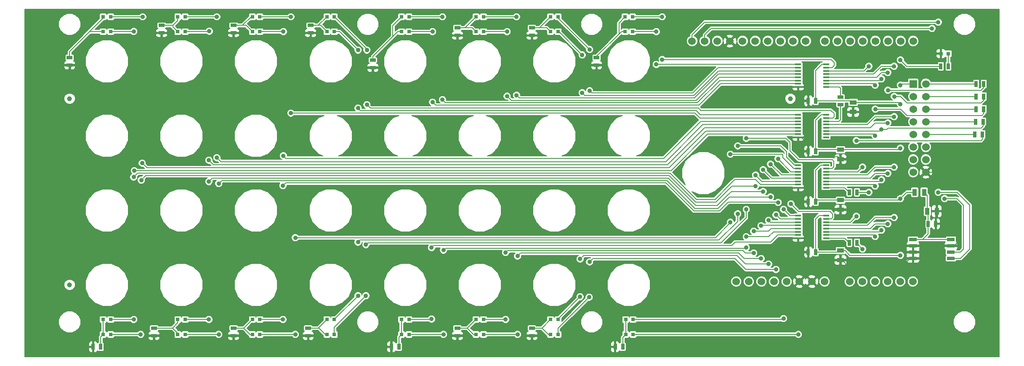
<source format=gtl>
G04 #@! TF.GenerationSoftware,KiCad,Pcbnew,(2018-02-14 revision 6afdf1cf8)-makepkg*
G04 #@! TF.CreationDate,2018-02-15T17:49:41+13:00*
G04 #@! TF.ProjectId,patch-shield-digital,70617463682D736869656C642D646967,rev?*
G04 #@! TF.SameCoordinates,Original*
G04 #@! TF.FileFunction,Copper,L1,Top,Signal*
G04 #@! TF.FilePolarity,Positive*
%FSLAX46Y46*%
G04 Gerber Fmt 4.6, Leading zero omitted, Abs format (unit mm)*
G04 Created by KiCad (PCBNEW (2018-02-14 revision 6afdf1cf8)-makepkg) date 02/15/18 17:49:41*
%MOMM*%
%LPD*%
G01*
G04 APERTURE LIST*
%ADD10R,0.635000X1.143000*%
%ADD11R,1.143000X0.635000*%
%ADD12R,1.524000X1.524000*%
%ADD13C,1.524000*%
%ADD14R,1.501140X0.701040*%
%ADD15R,0.889000X1.397000*%
%ADD16R,1.397000X0.889000*%
%ADD17R,0.797560X0.797560*%
%ADD18R,1.270000X0.381000*%
%ADD19C,1.000760*%
%ADD20C,0.889000*%
%ADD21C,0.203200*%
G04 APERTURE END LIST*
D10*
X205867000Y-96520000D03*
X204343000Y-96520000D03*
X205867000Y-86360000D03*
X204343000Y-86360000D03*
D11*
X202565000Y-68707000D03*
X202565000Y-67183000D03*
D10*
X229616000Y-74676000D03*
X231140000Y-74676000D03*
X229870000Y-69596000D03*
X231394000Y-69596000D03*
X229743000Y-72136000D03*
X231267000Y-72136000D03*
X229870000Y-67056000D03*
X231394000Y-67056000D03*
X229870000Y-64516000D03*
X231394000Y-64516000D03*
D12*
X217195400Y-64516000D03*
D13*
X219735400Y-64516000D03*
X217195400Y-67056000D03*
X219735400Y-67056000D03*
X217195400Y-69596000D03*
X219735400Y-69596000D03*
X217195400Y-72136000D03*
X219735400Y-72136000D03*
X217195400Y-74676000D03*
X219735400Y-74676000D03*
D14*
X217170000Y-95885000D03*
X217170000Y-97155000D03*
X217170000Y-98425000D03*
X217170000Y-99695000D03*
X224790000Y-99695000D03*
X224790000Y-98425000D03*
X224790000Y-97155000D03*
X224790000Y-95885000D03*
D15*
X220027500Y-90170000D03*
X221932500Y-90170000D03*
X217487500Y-86360000D03*
X219392500Y-86360000D03*
D10*
X220218000Y-92710000D03*
X221742000Y-92710000D03*
D13*
X181584600Y-104343200D03*
X184124600Y-104343200D03*
X186664600Y-104343200D03*
X189204600Y-104343200D03*
X191744600Y-104343200D03*
X194284600Y-104343200D03*
X196824600Y-104343200D03*
X199364600Y-104343200D03*
X204419200Y-104343200D03*
X206959200Y-104343200D03*
X209499200Y-104343200D03*
X212039200Y-104343200D03*
X214579200Y-104343200D03*
X217119200Y-104343200D03*
X217195400Y-77216000D03*
X217195400Y-79756000D03*
X217195400Y-82296000D03*
X219735400Y-82296000D03*
X219735400Y-79756000D03*
X219735400Y-77216000D03*
X217195400Y-55880000D03*
X214655400Y-55880000D03*
X212115400Y-55880000D03*
X209575400Y-55880000D03*
X207035400Y-55880000D03*
X204495400Y-55880000D03*
X201955400Y-55880000D03*
X199415400Y-55880000D03*
X195580000Y-55880000D03*
X193040000Y-55880000D03*
X190500000Y-55880000D03*
X187960000Y-55880000D03*
X185420000Y-55880000D03*
X182880000Y-55880000D03*
X180340000Y-55880000D03*
X177800000Y-55880000D03*
X175260000Y-55880000D03*
X172720000Y-55880000D03*
D16*
X202565000Y-77787500D03*
X202565000Y-79692500D03*
D10*
X197612000Y-78105000D03*
X196088000Y-78105000D03*
X197612000Y-67945000D03*
X196088000Y-67945000D03*
D16*
X205105000Y-68262500D03*
X205105000Y-70167500D03*
X202565000Y-87947500D03*
X202565000Y-89852500D03*
D10*
X197612000Y-88265000D03*
X196088000Y-88265000D03*
X197612000Y-98425000D03*
X196088000Y-98425000D03*
D16*
X202565000Y-98107500D03*
X202565000Y-100012500D03*
D10*
X222758000Y-60960000D03*
X224282000Y-60960000D03*
D17*
X224269300Y-58420000D03*
X222770700Y-58420000D03*
D18*
X194050920Y-70749160D03*
X194050920Y-71399400D03*
X194050920Y-72049640D03*
X194050920Y-72699880D03*
X194050920Y-73350120D03*
X194050920Y-74000360D03*
X194050920Y-74650600D03*
X194050920Y-75300840D03*
X199649080Y-75300840D03*
X199649080Y-74650600D03*
X199649080Y-74000360D03*
X199649080Y-73350120D03*
X199649080Y-72699880D03*
X199649080Y-72049640D03*
X199649080Y-71399400D03*
X199649080Y-70749160D03*
X194050920Y-60589160D03*
X194050920Y-61239400D03*
X194050920Y-61889640D03*
X194050920Y-62539880D03*
X194050920Y-63190120D03*
X194050920Y-63840360D03*
X194050920Y-64490600D03*
X194050920Y-65140840D03*
X199649080Y-65140840D03*
X199649080Y-64490600D03*
X199649080Y-63840360D03*
X199649080Y-63190120D03*
X199649080Y-62539880D03*
X199649080Y-61889640D03*
X199649080Y-61239400D03*
X199649080Y-60589160D03*
X194050920Y-80909160D03*
X194050920Y-81559400D03*
X194050920Y-82209640D03*
X194050920Y-82859880D03*
X194050920Y-83510120D03*
X194050920Y-84160360D03*
X194050920Y-84810600D03*
X194050920Y-85460840D03*
X199649080Y-85460840D03*
X199649080Y-84810600D03*
X199649080Y-84160360D03*
X199649080Y-83510120D03*
X199649080Y-82859880D03*
X199649080Y-82209640D03*
X199649080Y-81559400D03*
X199649080Y-80909160D03*
X194050920Y-91069160D03*
X194050920Y-91719400D03*
X194050920Y-92369640D03*
X194050920Y-93019880D03*
X194050920Y-93670120D03*
X194050920Y-94320360D03*
X194050920Y-94970600D03*
X194050920Y-95620840D03*
X199649080Y-95620840D03*
X199649080Y-94970600D03*
X199649080Y-94320360D03*
X199649080Y-93670120D03*
X199649080Y-93019880D03*
X199649080Y-92369640D03*
X199649080Y-91719400D03*
X199649080Y-91069160D03*
D17*
X115750340Y-54000400D03*
X114251740Y-54000400D03*
X115750340Y-51000660D03*
X114251740Y-51000660D03*
D11*
X108501180Y-61262260D03*
X108501180Y-59738260D03*
X125498860Y-54762400D03*
X125498860Y-53238400D03*
D17*
X130749040Y-51000660D03*
X129250440Y-51000660D03*
X130749040Y-54000400D03*
X129250440Y-54000400D03*
X160748980Y-54000400D03*
X159250380Y-54000400D03*
X160748980Y-51000660D03*
X159250380Y-51000660D03*
D11*
X153499820Y-60761880D03*
X153499820Y-59237880D03*
X140500100Y-54762400D03*
X140500100Y-53238400D03*
D17*
X145750280Y-51000660D03*
X144251680Y-51000660D03*
X145750280Y-54000400D03*
X144251680Y-54000400D03*
X85750400Y-54000400D03*
X84251800Y-54000400D03*
X85750400Y-51000660D03*
X84251800Y-51000660D03*
D11*
X80500220Y-54262020D03*
X80500220Y-52738020D03*
X95999300Y-54262020D03*
X95999300Y-52738020D03*
D17*
X100749100Y-51000660D03*
X99250500Y-51000660D03*
X100749100Y-54000400D03*
X99250500Y-54000400D03*
X70749160Y-54000400D03*
X69250560Y-54000400D03*
X70749160Y-51000660D03*
X69250560Y-51000660D03*
D11*
X65999360Y-54262020D03*
X65999360Y-52738020D03*
X47500540Y-60761880D03*
X47500540Y-59237880D03*
D17*
X55750460Y-51000660D03*
X54251860Y-51000660D03*
X55750460Y-54000400D03*
X54251860Y-54000400D03*
X55750460Y-111998760D03*
X54251860Y-111998760D03*
X55750460Y-115001040D03*
X54251860Y-115001040D03*
D10*
X52237640Y-117500400D03*
X53761640Y-117500400D03*
D11*
X64500760Y-115262660D03*
X64500760Y-113738660D03*
D17*
X70749160Y-115001040D03*
X69250560Y-115001040D03*
X70749160Y-111998760D03*
X69250560Y-111998760D03*
X100749100Y-111998760D03*
X99250500Y-111998760D03*
X100749100Y-115001040D03*
X99250500Y-115001040D03*
D11*
X95498920Y-115262660D03*
X95498920Y-113738660D03*
X80500220Y-115262660D03*
X80500220Y-113738660D03*
D17*
X85750400Y-115001040D03*
X84251800Y-115001040D03*
X85750400Y-111998760D03*
X84251800Y-111998760D03*
X145750280Y-111998760D03*
X144251680Y-111998760D03*
X145750280Y-115001040D03*
X144251680Y-115001040D03*
D11*
X140500100Y-115262660D03*
X140500100Y-113738660D03*
D10*
X157238700Y-117500400D03*
X158762700Y-117500400D03*
D17*
X160848040Y-114998500D03*
X159349440Y-114998500D03*
X160848040Y-111998760D03*
X159349440Y-111998760D03*
X130749040Y-111998760D03*
X129250440Y-111998760D03*
X130749040Y-115001040D03*
X129250440Y-115001040D03*
D11*
X125498860Y-115262660D03*
X125498860Y-113738660D03*
D10*
X112237520Y-117500400D03*
X113761520Y-117500400D03*
D17*
X115750340Y-115001040D03*
X114251740Y-115001040D03*
X115750340Y-111998760D03*
X114251740Y-111998760D03*
D19*
X47500540Y-105001060D03*
X47500540Y-67500500D03*
X192498980Y-67500500D03*
D20*
X214630000Y-99060000D03*
X214630000Y-68580000D03*
X214630000Y-59690000D03*
X214630000Y-77470000D03*
X214630000Y-64770000D03*
X214630000Y-87630000D03*
X185498740Y-85100160D03*
X185498740Y-82900520D03*
X61800740Y-115001040D03*
X61899800Y-83898740D03*
X62199520Y-51000660D03*
X62100460Y-80500220D03*
X188498480Y-87299800D03*
X77500480Y-84599780D03*
X77500480Y-115001040D03*
X188498480Y-80680560D03*
X77099160Y-51000660D03*
X77099160Y-79400400D03*
X92900500Y-115001040D03*
X92900500Y-95498920D03*
X180400960Y-78689200D03*
X180398420Y-92400120D03*
X91998800Y-70401180D03*
X91998800Y-51000660D03*
X107099100Y-107200700D03*
X183598820Y-75498960D03*
X183598820Y-89799160D03*
X107099100Y-96901000D03*
X107299760Y-57701180D03*
X107299760Y-68699380D03*
X122699780Y-98000820D03*
X122699780Y-115001040D03*
X183598820Y-97497900D03*
X183598820Y-95298260D03*
X122499120Y-51000660D03*
X122499120Y-67701160D03*
X137599420Y-99199700D03*
X186598560Y-93098620D03*
X186598560Y-99700080D03*
X137599420Y-115001040D03*
X137398760Y-51000660D03*
X137398760Y-66799460D03*
X189598300Y-90898980D03*
X152100280Y-100401120D03*
X152001220Y-107500420D03*
X189598300Y-101899720D03*
X152100280Y-65900300D03*
X152100280Y-57599580D03*
X192598040Y-88699340D03*
X194099180Y-114998500D03*
X166700200Y-51000660D03*
X166700200Y-59601100D03*
X212117940Y-65786000D03*
X212090000Y-92710000D03*
X212090000Y-82550000D03*
X212090000Y-62230000D03*
X212090000Y-72390000D03*
X213360000Y-71120000D03*
X213360000Y-60960000D03*
X213387940Y-67056000D03*
X213360000Y-91440000D03*
X213360000Y-81280000D03*
X205767940Y-75946000D03*
X205767940Y-91186000D03*
X209550000Y-95250000D03*
X209550000Y-85090000D03*
X209550000Y-74930000D03*
X209577940Y-69596000D03*
X209550000Y-64770000D03*
X210820000Y-83820000D03*
X210820000Y-63500000D03*
X210820000Y-93980000D03*
X210820000Y-73660000D03*
X220980000Y-53340000D03*
X222250000Y-86360000D03*
X222250000Y-52070000D03*
X223520000Y-87630000D03*
X60401200Y-83299300D03*
X60401200Y-111998760D03*
X60500260Y-81998820D03*
X60401200Y-53949600D03*
X75498960Y-111998760D03*
X186999880Y-81800700D03*
X186999880Y-86199980D03*
X75498960Y-84201000D03*
X75498960Y-79900780D03*
X75600560Y-53898800D03*
X90401140Y-85001100D03*
X90401140Y-111998760D03*
X190002160Y-79598520D03*
X189999620Y-88402160D03*
X90500200Y-78999080D03*
X90500200Y-54000400D03*
X181899560Y-90698320D03*
X105498900Y-107200700D03*
X105498900Y-96400620D03*
X181902100Y-77007720D03*
X105498900Y-69400420D03*
X105498900Y-57701180D03*
X120299480Y-111899700D03*
X120299480Y-97500440D03*
X120500140Y-54000400D03*
X120500140Y-68199000D03*
X135199120Y-98501200D03*
X185099960Y-98597720D03*
X185099960Y-94198440D03*
X135199120Y-111998760D03*
X135498840Y-54000400D03*
X135498840Y-67000120D03*
X150200360Y-107398820D03*
X150200360Y-99799140D03*
X188099700Y-91998800D03*
X188099700Y-100799900D03*
X150599140Y-66299080D03*
X150599140Y-58699400D03*
X191099440Y-89799160D03*
X191099440Y-111798100D03*
X165498780Y-60599320D03*
X165498780Y-54000400D03*
X166098220Y-101498400D03*
X124698760Y-71798180D03*
X219710000Y-58420000D03*
X79298800Y-71998840D03*
X94099380Y-71998840D03*
X204470000Y-101600000D03*
X64297560Y-71899780D03*
X139298680Y-71498460D03*
X204470000Y-90170000D03*
X109700060Y-71699120D03*
X203530200Y-70299580D03*
X223520000Y-90170000D03*
X124599700Y-85999320D03*
X204470000Y-78740000D03*
X214630000Y-101600000D03*
X64297560Y-85897720D03*
X224790000Y-82550000D03*
X79397860Y-100299520D03*
X95097600Y-100500180D03*
X139098020Y-85999320D03*
X124599700Y-100500180D03*
X109098080Y-94498160D03*
X124099320Y-94498160D03*
X125498860Y-117398800D03*
X47698660Y-64998600D03*
X64297560Y-100197920D03*
X186098180Y-79999840D03*
X165597840Y-77998320D03*
X165597840Y-85999320D03*
X165597840Y-94498160D03*
X109598460Y-100500180D03*
X94099380Y-86499700D03*
X191599820Y-87000080D03*
X185099960Y-89999820D03*
X154099260Y-101498400D03*
X139098020Y-100500180D03*
X153598880Y-85999320D03*
X139098020Y-94498160D03*
X109598460Y-86499700D03*
X153598880Y-94498160D03*
X166598600Y-109799120D03*
X79397860Y-86098380D03*
X94099380Y-93997780D03*
X154099260Y-106499660D03*
X64297560Y-64998600D03*
X178699160Y-66799460D03*
X168798240Y-64498220D03*
X154998420Y-71600060D03*
X168798240Y-72400160D03*
X154998420Y-117497860D03*
X110398560Y-64998600D03*
X94099380Y-64998600D03*
X140497560Y-117398800D03*
X139298680Y-64998600D03*
X189798960Y-66799460D03*
X194310000Y-67310000D03*
X125699520Y-64998600D03*
X155399740Y-64998600D03*
X194310000Y-97790000D03*
X47398940Y-100098860D03*
X194310000Y-101600000D03*
X64498220Y-117299740D03*
X80497680Y-117198140D03*
X79199740Y-64998600D03*
X177208180Y-76969620D03*
X199430640Y-68900040D03*
X50098960Y-117899180D03*
X110098840Y-117497860D03*
X194310000Y-78740000D03*
X224790000Y-88900000D03*
X95498920Y-117198140D03*
X190119000Y-77848460D03*
X191368680Y-76578460D03*
X194310000Y-88900000D03*
X208280000Y-86360000D03*
X208280000Y-60960000D03*
X207010000Y-81280000D03*
X207010000Y-97790000D03*
D21*
X214312500Y-77787500D02*
X214630000Y-77470000D01*
X197612000Y-71815960D02*
X197612000Y-78105000D01*
X197612000Y-61818520D02*
X197612000Y-67945000D01*
X198620380Y-80909160D02*
X197612000Y-81917540D01*
X204470000Y-99060000D02*
X203517500Y-98107500D01*
X214630000Y-99060000D02*
X204470000Y-99060000D01*
X217195400Y-64516000D02*
X214884000Y-64516000D01*
X197612000Y-91719400D02*
X197612000Y-98425000D01*
X202565000Y-77787500D02*
X214312500Y-77787500D01*
X199649080Y-80909160D02*
X198620380Y-80909160D01*
X215900000Y-86360000D02*
X214630000Y-87630000D01*
X199649080Y-60589160D02*
X198841360Y-60589160D01*
X198262240Y-91069160D02*
X197612000Y-91719400D01*
X197612000Y-98425000D02*
X202247500Y-98425000D01*
X202565000Y-87947500D02*
X197929500Y-87947500D01*
X217487500Y-86360000D02*
X215900000Y-86360000D01*
X198678800Y-70749160D02*
X197612000Y-71815960D01*
X197612000Y-81917540D02*
X197612000Y-88265000D01*
X199649080Y-70749160D02*
X198678800Y-70749160D01*
X197612000Y-67945000D02*
X204787500Y-67945000D01*
X204787500Y-67945000D02*
X205105000Y-68262500D01*
X202565000Y-87947500D02*
X214312500Y-87947500D01*
X197929500Y-87947500D02*
X197612000Y-88265000D01*
X205105000Y-68262500D02*
X214312500Y-68262500D01*
X203517500Y-98107500D02*
X202565000Y-98107500D01*
X202247500Y-98425000D02*
X202565000Y-98107500D01*
X202565000Y-77787500D02*
X197929500Y-77787500D01*
X214312500Y-68262500D02*
X214630000Y-68580000D01*
X214630000Y-59690000D02*
X215900000Y-60960000D01*
X214884000Y-64516000D02*
X214630000Y-64770000D01*
X215900000Y-60960000D02*
X222758000Y-60960000D01*
X198841360Y-60589160D02*
X197612000Y-61818520D01*
X199649080Y-91069160D02*
X198262240Y-91069160D01*
X214312500Y-87947500D02*
X214630000Y-87630000D01*
X197929500Y-77787500D02*
X197612000Y-78105000D01*
X185498740Y-85100160D02*
X180703220Y-85100160D01*
X180703220Y-85100160D02*
X180101240Y-85702140D01*
X180101240Y-85699600D02*
X177500280Y-88300560D01*
X55750460Y-115001040D02*
X61800740Y-115001040D01*
X186758580Y-84160360D02*
X185498740Y-82900520D01*
X61899800Y-83898740D02*
X62798960Y-82999580D01*
X168099740Y-82999580D02*
X173400720Y-88300560D01*
X177500280Y-88300560D02*
X173400720Y-88300560D01*
X194050920Y-84160360D02*
X186758580Y-84160360D01*
X180101240Y-85702140D02*
X180101240Y-85699600D01*
X62798960Y-82999580D02*
X168099740Y-82999580D01*
X180101240Y-85699600D02*
X180101240Y-85699600D01*
X62999620Y-81399380D02*
X62100460Y-80500220D01*
X168099740Y-81399380D02*
X62999620Y-81399380D01*
X175498760Y-74000360D02*
X168099740Y-81399380D01*
X194050920Y-74000360D02*
X175498760Y-74000360D01*
X62199520Y-51000660D02*
X55750460Y-51000660D01*
X180200300Y-87299800D02*
X177899060Y-89601040D01*
X173299120Y-89601040D02*
X167698420Y-84000340D01*
X77500480Y-84599780D02*
X78099920Y-84000340D01*
X190677800Y-82859880D02*
X188498480Y-80680560D01*
X177899060Y-89601040D02*
X173299120Y-89601040D01*
X188498480Y-87299800D02*
X180200300Y-87299800D01*
X194050920Y-82859880D02*
X190677800Y-82859880D01*
X78099920Y-84000340D02*
X167698420Y-84000340D01*
X77500480Y-115001040D02*
X70749160Y-115001040D01*
X167398700Y-80200500D02*
X77899260Y-80200500D01*
X77899260Y-80200500D02*
X77099160Y-79400400D01*
X194050920Y-72699880D02*
X174899320Y-72699880D01*
X174899320Y-72699880D02*
X167398700Y-80200500D01*
X77099160Y-51000660D02*
X70749160Y-51000660D01*
X193159380Y-81559400D02*
X194050920Y-81559400D01*
X180398420Y-92499180D02*
X177398680Y-95498920D01*
X193159380Y-81559400D02*
X191000380Y-79400400D01*
X190792100Y-78689200D02*
X180400960Y-78689200D01*
X191000380Y-78897480D02*
X190792100Y-78689200D01*
X180398420Y-92400120D02*
X180398420Y-92499180D01*
X92900500Y-95498920D02*
X172999400Y-95498920D01*
X191000380Y-79400400D02*
X191000380Y-78897480D01*
X85750400Y-115001040D02*
X92900500Y-115001040D01*
X177398680Y-95498920D02*
X172999400Y-95498920D01*
X173301660Y-70401180D02*
X91998800Y-70401180D01*
X194050920Y-71399400D02*
X174299880Y-71399400D01*
X174299880Y-71399400D02*
X173301660Y-70401180D01*
X85750400Y-51000660D02*
X91998800Y-51000660D01*
X183598820Y-91498420D02*
X178559460Y-96537780D01*
X192399920Y-76299060D02*
X191599820Y-75498960D01*
X178559460Y-96537780D02*
X176898300Y-96537780D01*
X200929240Y-79799180D02*
X194203320Y-79799180D01*
X191599820Y-75498960D02*
X186199780Y-75498960D01*
X107462320Y-96537780D02*
X176898300Y-96537780D01*
X200870820Y-81559400D02*
X201228960Y-81201260D01*
X186400440Y-75498960D02*
X186199780Y-75498960D01*
X194203320Y-79799180D02*
X192399920Y-77995780D01*
X199649080Y-81559400D02*
X200870820Y-81559400D01*
X201228960Y-80098900D02*
X200929240Y-79799180D01*
X192399920Y-77995780D02*
X192399920Y-76299060D01*
X100749100Y-115001040D02*
X100749100Y-113550700D01*
X100749100Y-113550700D02*
X107099100Y-107200700D01*
X107099100Y-96901000D02*
X107462320Y-96537780D01*
X183598820Y-75498960D02*
X186199780Y-75498960D01*
X183598820Y-89799160D02*
X183598820Y-91498420D01*
X201228960Y-81201260D02*
X201228960Y-80098900D01*
X108000800Y-69400420D02*
X174000160Y-69400420D01*
X107299760Y-68699380D02*
X108000800Y-69400420D01*
X201015600Y-71399400D02*
X201295000Y-71120000D01*
X201295000Y-70485000D02*
X200660000Y-69850000D01*
X100799900Y-51000660D02*
X100749100Y-51000660D01*
X107299760Y-57500520D02*
X107299760Y-57701180D01*
X200660000Y-69850000D02*
X188800740Y-69850000D01*
X100799900Y-51000660D02*
X107299760Y-57500520D01*
X188800740Y-69850000D02*
X188595000Y-69850000D01*
X199649080Y-71399400D02*
X201015600Y-71399400D01*
X201295000Y-71120000D02*
X201295000Y-70485000D01*
X188800740Y-69850000D02*
X174449740Y-69850000D01*
X174449740Y-69850000D02*
X174398940Y-69799200D01*
X174000160Y-69400420D02*
X174398940Y-69799200D01*
X122699780Y-98000820D02*
X123063000Y-97637600D01*
X188099700Y-95298260D02*
X183598820Y-95298260D01*
X180599080Y-97637600D02*
X180700680Y-97637600D01*
X115750340Y-115001040D02*
X122699780Y-115001040D01*
X183459120Y-97637600D02*
X183598820Y-97497900D01*
X189077600Y-94320360D02*
X194050920Y-94320360D01*
X189077600Y-94320360D02*
X188099700Y-95298260D01*
X180599080Y-97637600D02*
X183459120Y-97637600D01*
X123063000Y-97637600D02*
X180599080Y-97637600D01*
X122499120Y-51000660D02*
X115750340Y-51000660D01*
X178259740Y-63840360D02*
X173799500Y-68300600D01*
X123098560Y-68300600D02*
X122499120Y-67701160D01*
X194050920Y-63840360D02*
X178259740Y-63840360D01*
X173799500Y-68300600D02*
X123098560Y-68300600D01*
X137599420Y-115001040D02*
X130749040Y-115001040D01*
X183200040Y-99700080D02*
X182097680Y-98597720D01*
X194050920Y-93019880D02*
X186677300Y-93019880D01*
X137599420Y-99199700D02*
X138198860Y-98600260D01*
X182097680Y-98597720D02*
X169999660Y-98597720D01*
X186598560Y-99700080D02*
X183200040Y-99700080D01*
X138198860Y-98600260D02*
X169999660Y-98597720D01*
X186677300Y-93019880D02*
X186598560Y-93098620D01*
X137398760Y-51000660D02*
X130749040Y-51000660D01*
X194050920Y-62539880D02*
X178041300Y-62539880D01*
X178041300Y-62539880D02*
X173205140Y-67376040D01*
X173205140Y-67376040D02*
X137975340Y-67376040D01*
X137975340Y-67376040D02*
X137398760Y-66799460D01*
X194050920Y-91719400D02*
X190418720Y-91719400D01*
X145750280Y-113751360D02*
X152001220Y-107500420D01*
X189598300Y-101899720D02*
X183499760Y-101899720D01*
X183499760Y-101899720D02*
X181300120Y-99700080D01*
X152801320Y-99700080D02*
X169999660Y-99700080D01*
X152100280Y-100401120D02*
X152801320Y-99700080D01*
X190418720Y-91719400D02*
X189598300Y-90898980D01*
X145750280Y-113751360D02*
X145750280Y-115001040D01*
X181300120Y-99700080D02*
X169999660Y-99700080D01*
X152537160Y-66337180D02*
X152100280Y-65900300D01*
X145750280Y-51000660D02*
X145750280Y-51249580D01*
X145750280Y-51249580D02*
X149100540Y-54599840D01*
X177939700Y-61239400D02*
X194050920Y-61239400D01*
X177939700Y-61239400D02*
X172841920Y-66337180D01*
X172841920Y-66337180D02*
X152537160Y-66337180D01*
X152100280Y-57599580D02*
X149100540Y-54599840D01*
X200929240Y-91500960D02*
X200929240Y-90698320D01*
X200929240Y-90698320D02*
X200431400Y-90200480D01*
X200431400Y-90200480D02*
X194099180Y-90200480D01*
X200710800Y-91719400D02*
X200929240Y-91500960D01*
X194099180Y-114998500D02*
X160848040Y-114998500D01*
X194099180Y-90200480D02*
X192598040Y-88699340D01*
X199649080Y-91719400D02*
X200710800Y-91719400D01*
X199649080Y-61239400D02*
X200891140Y-61239400D01*
X200731120Y-59601100D02*
X188699140Y-59601100D01*
X200891140Y-61239400D02*
X201330560Y-60799980D01*
X188699140Y-59601100D02*
X166700200Y-59601100D01*
X160748980Y-51000660D02*
X166700200Y-51000660D01*
X201330560Y-60200540D02*
X200731120Y-59601100D01*
X201330560Y-60799980D02*
X201330560Y-60200540D01*
X188699140Y-59601100D02*
X188630560Y-59601100D01*
X210820000Y-62230000D02*
X212090000Y-62230000D01*
X209550000Y-72390000D02*
X212090000Y-72390000D01*
X199649080Y-63190120D02*
X209859880Y-63190120D01*
X227357940Y-65786000D02*
X230886000Y-65786000D01*
X227357940Y-65786000D02*
X212117940Y-65786000D01*
X231394000Y-65278000D02*
X231394000Y-64516000D01*
X208589880Y-93670120D02*
X209550000Y-92710000D01*
X199649080Y-73350120D02*
X208589880Y-73350120D01*
X199649080Y-83510120D02*
X208589880Y-83510120D01*
X210820000Y-62230000D02*
X209859880Y-63190120D01*
X208589880Y-83510120D02*
X209550000Y-82550000D01*
X209550000Y-82550000D02*
X212090000Y-82550000D01*
X208589880Y-73350120D02*
X209550000Y-72390000D01*
X209550000Y-92710000D02*
X212090000Y-92710000D01*
X208589880Y-93670120D02*
X199649080Y-93670120D01*
X230886000Y-65786000D02*
X231394000Y-65278000D01*
X227357940Y-68326000D02*
X227330000Y-68326000D01*
X199649080Y-62539880D02*
X209240120Y-62539880D01*
X215927940Y-68326000D02*
X214657940Y-67056000D01*
X199649080Y-82859880D02*
X207970120Y-82859880D01*
X207970120Y-72699880D02*
X209550000Y-71120000D01*
X230886000Y-68326000D02*
X231394000Y-67818000D01*
X213360000Y-91440000D02*
X209550000Y-91440000D01*
X207970120Y-93019880D02*
X199649080Y-93019880D01*
X209240120Y-62539880D02*
X210820000Y-60960000D01*
X207970120Y-82859880D02*
X209550000Y-81280000D01*
X227330000Y-68326000D02*
X215927940Y-68326000D01*
X209550000Y-91440000D02*
X207970120Y-93019880D01*
X231394000Y-67818000D02*
X231394000Y-67056000D01*
X227330000Y-68326000D02*
X230886000Y-68326000D01*
X214657940Y-67056000D02*
X213387940Y-67056000D01*
X199649080Y-72699880D02*
X207970120Y-72699880D01*
X209550000Y-71120000D02*
X213360000Y-71120000D01*
X210820000Y-60960000D02*
X213360000Y-60960000D01*
X209550000Y-81280000D02*
X213360000Y-81280000D01*
X199649080Y-92369640D02*
X204584300Y-92369640D01*
X229870000Y-75946000D02*
X230886000Y-75946000D01*
X230886000Y-75946000D02*
X231140000Y-75692000D01*
X231140000Y-75692000D02*
X231140000Y-74676000D01*
X205767940Y-75946000D02*
X227357940Y-75946000D01*
X227357940Y-75946000D02*
X229870000Y-75946000D01*
X204584300Y-92369640D02*
X205767940Y-91186000D01*
X214657940Y-69596000D02*
X209577940Y-69596000D01*
X199649080Y-94970600D02*
X209270600Y-94970600D01*
X209550000Y-64770000D02*
X209270600Y-64490600D01*
X209270600Y-64490600D02*
X199649080Y-64490600D01*
X209270600Y-94970600D02*
X209550000Y-95250000D01*
X227330000Y-70866000D02*
X231013000Y-70866000D01*
X231394000Y-70485000D02*
X231394000Y-69596000D01*
X231013000Y-70866000D02*
X231394000Y-70485000D01*
X199649080Y-84810600D02*
X209270600Y-84810600D01*
X209270600Y-84810600D02*
X209550000Y-85090000D01*
X199649080Y-74650600D02*
X209270600Y-74650600D01*
X209270600Y-74650600D02*
X209550000Y-74930000D01*
X215927940Y-70866000D02*
X214657940Y-69596000D01*
X227330000Y-70866000D02*
X215927940Y-70866000D01*
X227357940Y-70866000D02*
X227330000Y-70866000D01*
X210479640Y-63840360D02*
X199649080Y-63840360D01*
X199649080Y-84160360D02*
X210479640Y-84160360D01*
X210479640Y-84160360D02*
X210820000Y-83820000D01*
X199649080Y-74000360D02*
X210479640Y-74000360D01*
X212117940Y-73406000D02*
X211863940Y-73660000D01*
X227357940Y-73406000D02*
X227330000Y-73406000D01*
X230886000Y-73406000D02*
X231267000Y-73025000D01*
X231267000Y-73025000D02*
X231267000Y-72136000D01*
X227330000Y-73406000D02*
X229997000Y-73406000D01*
X210820000Y-63500000D02*
X210479640Y-63840360D01*
X199649080Y-94320360D02*
X210479640Y-94320360D01*
X215927940Y-73406000D02*
X212117940Y-73406000D01*
X210479640Y-94320360D02*
X210820000Y-93980000D01*
X211863940Y-73660000D02*
X210820000Y-73660000D01*
X227330000Y-73406000D02*
X215927940Y-73406000D01*
X210479640Y-74000360D02*
X210820000Y-73660000D01*
X229997000Y-73406000D02*
X230886000Y-73406000D01*
X226060000Y-86360000D02*
X228600000Y-88900000D01*
X175260000Y-54610000D02*
X176530000Y-53340000D01*
X176530000Y-53340000D02*
X220980000Y-53340000D01*
X228600000Y-92710000D02*
X228600000Y-97790000D01*
X228600000Y-92710000D02*
X228600000Y-88900000D01*
X228600000Y-97790000D02*
X226695000Y-99695000D01*
X222250000Y-86360000D02*
X226060000Y-86360000D01*
X226695000Y-99695000D02*
X224790000Y-99695000D01*
X175260000Y-55880000D02*
X175260000Y-54610000D01*
X227330000Y-88900000D02*
X226060000Y-87630000D01*
X226695000Y-98425000D02*
X227330000Y-97790000D01*
X224790000Y-98425000D02*
X226695000Y-98425000D01*
X227330000Y-88900000D02*
X227330000Y-92710000D01*
X172720000Y-54610000D02*
X175260000Y-52070000D01*
X172720000Y-54610000D02*
X172720000Y-55880000D01*
X227330000Y-97790000D02*
X227330000Y-92710000D01*
X175260000Y-52070000D02*
X222250000Y-52070000D01*
X226060000Y-87630000D02*
X223520000Y-87630000D01*
X173601380Y-87800180D02*
X177299620Y-87800180D01*
X186496960Y-84800440D02*
X185498740Y-83802220D01*
X55750460Y-111998760D02*
X60401200Y-111998760D01*
X181297580Y-83802220D02*
X181348380Y-83802220D01*
X60401200Y-83299300D02*
X61201300Y-82499200D01*
X177299620Y-87800180D02*
X180299360Y-84800440D01*
X194040760Y-84800440D02*
X194050920Y-84810600D01*
X185498740Y-83802220D02*
X181348380Y-83802220D01*
X194040760Y-84800440D02*
X186496960Y-84800440D01*
X180299360Y-84800440D02*
X180324760Y-84775040D01*
X180299360Y-84800440D02*
X181297580Y-83802220D01*
X168300400Y-82499200D02*
X173601380Y-87800180D01*
X61201300Y-82499200D02*
X168300400Y-82499200D01*
X60350400Y-54000400D02*
X60401200Y-53949600D01*
X55750460Y-54000400D02*
X60350400Y-54000400D01*
X175849280Y-74650600D02*
X194050920Y-74650600D01*
X60500260Y-81998820D02*
X168501060Y-81998820D01*
X168501060Y-81998820D02*
X175849280Y-74650600D01*
X173400720Y-88999060D02*
X177800000Y-88999060D01*
X167899080Y-83499960D02*
X167901620Y-83499960D01*
X75498960Y-84201000D02*
X76200000Y-83499960D01*
X76200000Y-83499960D02*
X167899080Y-83499960D01*
X186999880Y-86199980D02*
X180601620Y-86199980D01*
X167899080Y-83499960D02*
X167901620Y-83499960D01*
X70749160Y-111998760D02*
X75498960Y-111998760D01*
X194050920Y-83510120D02*
X188709300Y-83510120D01*
X180050440Y-86748620D02*
X180098700Y-86700360D01*
X188709300Y-83510120D02*
X186999880Y-81800700D01*
X167901620Y-83499960D02*
X173400720Y-88999060D01*
X177800000Y-88999060D02*
X180050440Y-86748620D01*
X180050440Y-86751160D02*
X180050440Y-86748620D01*
X180601620Y-86199980D02*
X180050440Y-86751160D01*
X175249840Y-73350120D02*
X194050920Y-73350120D01*
X76398120Y-80799940D02*
X167800020Y-80799940D01*
X167800020Y-80799940D02*
X175249840Y-73350120D01*
X75498960Y-79900780D02*
X76398120Y-80799940D01*
X75498960Y-54000400D02*
X75600560Y-53898800D01*
X70749160Y-54000400D02*
X75498960Y-54000400D01*
X192613280Y-82209640D02*
X190002160Y-79598520D01*
X173101000Y-90101420D02*
X167462200Y-84462620D01*
X90401140Y-111998760D02*
X85750400Y-111998760D01*
X194050920Y-82209640D02*
X192613280Y-82209640D01*
X189999620Y-88402160D02*
X189898020Y-88300560D01*
X189898020Y-88300560D02*
X179999640Y-88300560D01*
X178198780Y-90101420D02*
X173101000Y-90101420D01*
X90939620Y-84462620D02*
X167462200Y-84462620D01*
X90401140Y-85001100D02*
X90939620Y-84462620D01*
X179999640Y-88300560D02*
X178198780Y-90101420D01*
X85750400Y-54000400D02*
X90500200Y-54000400D01*
X174449740Y-72049640D02*
X194050920Y-72049640D01*
X91000580Y-79499460D02*
X166999920Y-79499460D01*
X166999920Y-79499460D02*
X174449740Y-72049640D01*
X90500200Y-78999080D02*
X91000580Y-79499460D01*
X100749100Y-111998760D02*
X100749100Y-111950500D01*
X190510160Y-77007720D02*
X181902100Y-77007720D01*
X178099720Y-95999300D02*
X176199800Y-95999300D01*
X193311780Y-80909160D02*
X194050920Y-80909160D01*
X191701420Y-79298800D02*
X191701420Y-78198980D01*
X193311780Y-80909160D02*
X191701420Y-79298800D01*
X105498900Y-96400620D02*
X105900220Y-95999300D01*
X181899560Y-90698320D02*
X181899560Y-92199460D01*
X191701420Y-78198980D02*
X190510160Y-77007720D01*
X105900220Y-95999300D02*
X176199800Y-95999300D01*
X181899560Y-92199460D02*
X178099720Y-95999300D01*
X100749100Y-111950500D02*
X105498900Y-107200700D01*
X101798120Y-54000400D02*
X100749100Y-54000400D01*
X174348140Y-70749160D02*
X173499780Y-69900800D01*
X105999280Y-69900800D02*
X105498900Y-69400420D01*
X173499780Y-69900800D02*
X105999280Y-69900800D01*
X194050920Y-70749160D02*
X174348140Y-70749160D01*
X105498900Y-57701180D02*
X101798120Y-54000400D01*
X189925960Y-94970600D02*
X188498480Y-96398080D01*
X120299480Y-97500440D02*
X120700800Y-97099120D01*
X181401720Y-96398080D02*
X180700680Y-97099120D01*
X120700800Y-97099120D02*
X180700680Y-97099120D01*
X120200420Y-111998760D02*
X120299480Y-111899700D01*
X194050920Y-94970600D02*
X189925960Y-94970600D01*
X188498480Y-96398080D02*
X181401720Y-96398080D01*
X120200420Y-111998760D02*
X115750340Y-111998760D01*
X120500140Y-68199000D02*
X121102120Y-68800980D01*
X178409600Y-64490600D02*
X194050920Y-64490600D01*
X121102120Y-68800980D02*
X174099220Y-68800980D01*
X174099220Y-68800980D02*
X178409600Y-64490600D01*
X115750340Y-54000400D02*
X120500140Y-54000400D01*
X188628020Y-93670120D02*
X188099700Y-94198440D01*
X185099960Y-98597720D02*
X183395620Y-98597720D01*
X135199120Y-98501200D02*
X135600440Y-98099880D01*
X182897780Y-98099880D02*
X169999660Y-98099880D01*
X130749040Y-111998760D02*
X135199120Y-111998760D01*
X135600440Y-98099880D02*
X169999660Y-98099880D01*
X188628020Y-93670120D02*
X194050920Y-93670120D01*
X188099700Y-94198440D02*
X185099960Y-94198440D01*
X183395620Y-98597720D02*
X182897780Y-98099880D01*
X173560740Y-67838320D02*
X178208940Y-63190120D01*
X130749040Y-54000400D02*
X135498840Y-54000400D01*
X136337040Y-67838320D02*
X173560740Y-67838320D01*
X135498840Y-67000120D02*
X136337040Y-67838320D01*
X178208940Y-63190120D02*
X194050920Y-63190120D01*
X150898860Y-99100640D02*
X169999660Y-99098100D01*
X183400700Y-100799900D02*
X181698900Y-99098100D01*
X150200360Y-99799140D02*
X150898860Y-99100640D01*
X145750280Y-111848900D02*
X150200360Y-107398820D01*
X188470540Y-92369640D02*
X188099700Y-91998800D01*
X145750280Y-111848900D02*
X145750280Y-111998760D01*
X188099700Y-100799900D02*
X183400700Y-100799900D01*
X181698900Y-99098100D02*
X169999660Y-99098100D01*
X194050920Y-92369640D02*
X188470540Y-92369640D01*
X173126400Y-66799460D02*
X178036220Y-61889640D01*
X151099520Y-66799460D02*
X173126400Y-66799460D01*
X178036220Y-61889640D02*
X194050920Y-61889640D01*
X145900140Y-54000400D02*
X150599140Y-58699400D01*
X150599140Y-66299080D02*
X151099520Y-66799460D01*
X145750280Y-54000400D02*
X145900140Y-54000400D01*
X191099440Y-111798100D02*
X190898780Y-111998760D01*
X190898780Y-111998760D02*
X160848040Y-111998760D01*
X192369440Y-91069160D02*
X191099440Y-89799160D01*
X194050920Y-91069160D02*
X192369440Y-91069160D01*
X194040760Y-60599320D02*
X194050920Y-60589160D01*
X160748980Y-54000400D02*
X165498780Y-54000400D01*
X165498780Y-60599320D02*
X194040760Y-60599320D01*
X224790000Y-97155000D02*
X225425000Y-97155000D01*
X194680840Y-75300840D02*
X194050920Y-75300840D01*
X226060000Y-92710000D02*
X223520000Y-90170000D01*
X196088000Y-96558100D02*
X195150740Y-95620840D01*
X196088000Y-67945000D02*
X196088000Y-65913000D01*
X196088000Y-67945000D02*
X194945000Y-67945000D01*
X221742000Y-92710000D02*
X221742000Y-90360500D01*
X204152500Y-89852500D02*
X204470000Y-90170000D01*
X204470000Y-101600000D02*
X202882500Y-100012500D01*
X196088000Y-98425000D02*
X196088000Y-99456240D01*
X196829680Y-69298820D02*
X199031860Y-69298820D01*
X196088000Y-98425000D02*
X196088000Y-96558100D01*
X196088000Y-88265000D02*
X196088000Y-89060020D01*
X196644260Y-100012500D02*
X202565000Y-100012500D01*
X194945000Y-67945000D02*
X194310000Y-67310000D01*
X224790000Y-88900000D02*
X223520000Y-90170000D01*
X221742000Y-90360500D02*
X221932500Y-90170000D01*
X203517500Y-79692500D02*
X204470000Y-78740000D01*
X202882500Y-100012500D02*
X202565000Y-100012500D01*
X196088000Y-86255860D02*
X196088000Y-88265000D01*
X194050920Y-85460840D02*
X195292980Y-85460840D01*
X195292980Y-85460840D02*
X196088000Y-86255860D01*
X226060000Y-96520000D02*
X226060000Y-92710000D01*
X196088000Y-65913000D02*
X195315840Y-65140840D01*
X194945000Y-98425000D02*
X194310000Y-97790000D01*
X202565000Y-79692500D02*
X203517500Y-79692500D01*
X196088000Y-99456240D02*
X196644260Y-100012500D01*
X195315840Y-65140840D02*
X194050920Y-65140840D01*
X202565000Y-89852500D02*
X204152500Y-89852500D01*
X225425000Y-97155000D02*
X226060000Y-96520000D01*
X166098220Y-101498400D02*
X166598600Y-101998780D01*
X219735400Y-82296000D02*
X224536000Y-82296000D01*
X203662280Y-70167500D02*
X205105000Y-70167500D01*
X204470000Y-101600000D02*
X214630000Y-101600000D01*
X196629020Y-89601040D02*
X202313540Y-89601040D01*
X224536000Y-82296000D02*
X224790000Y-82550000D01*
X203530200Y-70299580D02*
X203662280Y-70167500D01*
X196088000Y-89060020D02*
X196629020Y-89601040D01*
X222770700Y-58420000D02*
X219710000Y-58420000D01*
X196088000Y-78105000D02*
X196088000Y-79057500D01*
X216535000Y-99695000D02*
X217170000Y-99695000D01*
X147698460Y-100299520D02*
X64297560Y-100299520D01*
X94099380Y-86499700D02*
X94099380Y-93997780D01*
X79397860Y-86098380D02*
X79397860Y-100299520D01*
X109098080Y-87000080D02*
X109098080Y-94498160D01*
X168798240Y-74797920D02*
X165597840Y-77998320D01*
X139098020Y-85999320D02*
X139098020Y-94498160D01*
X109598460Y-86499700D02*
X109098080Y-87000080D01*
X193139060Y-85460840D02*
X191599820Y-87000080D01*
X64297560Y-100197920D02*
X64297560Y-100299520D01*
X165597840Y-85999320D02*
X165597840Y-94498160D01*
X194050920Y-85460840D02*
X193139060Y-85460840D01*
X168798240Y-72400160D02*
X168798240Y-74797920D01*
X189598300Y-89999820D02*
X185099960Y-89999820D01*
X124599700Y-85999320D02*
X124099320Y-86499700D01*
X124099320Y-86499700D02*
X124099320Y-94498160D01*
X217170000Y-97155000D02*
X217170000Y-99695000D01*
X153598880Y-85999320D02*
X153598880Y-94498160D01*
X166598600Y-101998780D02*
X166598600Y-109799120D01*
X154099260Y-101498400D02*
X154099260Y-106499660D01*
X191599820Y-87000080D02*
X191599820Y-87998300D01*
X191599820Y-87998300D02*
X189598300Y-89999820D01*
X65999360Y-54262020D02*
X65999360Y-55897780D01*
X65999360Y-55897780D02*
X64297560Y-57599580D01*
X47698660Y-64998600D02*
X47698660Y-60960000D01*
X47698660Y-60960000D02*
X47500540Y-60761880D01*
X168798240Y-64498220D02*
X168297860Y-64998600D01*
X168297860Y-64998600D02*
X47698660Y-64998600D01*
X64297560Y-57599580D02*
X64297560Y-64998600D01*
X52237640Y-117500400D02*
X50497740Y-117500400D01*
X139298680Y-57099200D02*
X139298680Y-64998600D01*
X125498860Y-54762400D02*
X125498860Y-56398160D01*
X123898660Y-57998360D02*
X123898660Y-63197740D01*
X108501180Y-61262260D02*
X108501180Y-63101220D01*
X108501180Y-63101220D02*
X110398560Y-64998600D01*
X95999300Y-54262020D02*
X95999300Y-54797960D01*
X95999300Y-54797960D02*
X94099380Y-56697880D01*
X94099380Y-56697880D02*
X94099380Y-64998600D01*
X140500100Y-115262660D02*
X140500100Y-117396260D01*
X140500100Y-117396260D02*
X140497560Y-117398800D01*
X157238700Y-117500400D02*
X155000960Y-117500400D01*
X140500100Y-54762400D02*
X140500100Y-55897780D01*
X140500100Y-55897780D02*
X139298680Y-57099200D01*
X153499820Y-60761880D02*
X153499820Y-63098680D01*
X125498860Y-56398160D02*
X123898660Y-57998360D01*
X194050920Y-65140840D02*
X191457580Y-65140840D01*
X191457580Y-65140840D02*
X189798960Y-66799460D01*
X125498860Y-115262660D02*
X125498860Y-117398800D01*
X157198060Y-109799120D02*
X147698460Y-100299520D01*
X80500220Y-55399940D02*
X79199740Y-56700420D01*
X196088000Y-68557140D02*
X196829680Y-69298820D01*
X194945000Y-88265000D02*
X194310000Y-88900000D01*
X216535000Y-99695000D02*
X214630000Y-101600000D01*
X80500220Y-54262020D02*
X80500220Y-55399940D01*
X123898660Y-63197740D02*
X125699520Y-64998600D01*
X196088000Y-88265000D02*
X194945000Y-88265000D01*
X79199740Y-56700420D02*
X79199740Y-64998600D01*
X47599600Y-100299520D02*
X47398940Y-100098860D01*
X223520000Y-90170000D02*
X221932500Y-90170000D01*
X153499820Y-63098680D02*
X155399740Y-64998600D01*
X112237520Y-117500400D02*
X110101380Y-117500400D01*
X64500760Y-117297200D02*
X64498220Y-117299740D01*
X194284600Y-104343200D02*
X194284600Y-104411780D01*
X194284600Y-104411780D02*
X188897260Y-109799120D01*
X188897260Y-109799120D02*
X157198060Y-109799120D01*
X155000960Y-117500400D02*
X154998420Y-117497860D01*
X194945000Y-78105000D02*
X194310000Y-78740000D01*
X186098180Y-79999840D02*
X185788300Y-79689960D01*
X189798960Y-66799460D02*
X178699160Y-66799460D01*
X202072240Y-79199740D02*
X202565000Y-79692500D01*
X202313540Y-89601040D02*
X202565000Y-89852500D01*
X199031860Y-69298820D02*
X199430640Y-68900040D01*
X195150740Y-95620840D02*
X194050920Y-95620840D01*
X64500760Y-115262660D02*
X64500760Y-117297200D01*
X110101380Y-117500400D02*
X110098840Y-117497860D01*
X50497740Y-117500400D02*
X50098960Y-117899180D01*
X64297560Y-100299520D02*
X47599600Y-100299520D01*
X196088000Y-67945000D02*
X196088000Y-68557140D01*
X179928520Y-79689960D02*
X177208180Y-76969620D01*
X196088000Y-98425000D02*
X194945000Y-98425000D01*
X196230240Y-79199740D02*
X202072240Y-79199740D01*
X196088000Y-76708000D02*
X194680840Y-75300840D01*
X196088000Y-78105000D02*
X196088000Y-76708000D01*
X196088000Y-79057500D02*
X196230240Y-79199740D01*
X95498920Y-115262660D02*
X95498920Y-117198140D01*
X80500220Y-115262660D02*
X80500220Y-117195600D01*
X80500220Y-117195600D02*
X80497680Y-117198140D01*
X196088000Y-78105000D02*
X194945000Y-78105000D01*
X185788300Y-79689960D02*
X179928520Y-79689960D01*
X217170000Y-97155000D02*
X224790000Y-97155000D01*
X224282000Y-58432700D02*
X224269300Y-58420000D01*
X224282000Y-60960000D02*
X224282000Y-58432700D01*
X199649080Y-72049640D02*
X202270360Y-72049640D01*
X202565000Y-71755000D02*
X202565000Y-68707000D01*
X202270360Y-72049640D02*
X202565000Y-71755000D01*
X64500760Y-113738660D02*
X68201540Y-113738660D01*
X69250560Y-115001040D02*
X69250560Y-114749580D01*
X68201540Y-113700560D02*
X68201540Y-113738660D01*
X68201540Y-113738660D02*
X68160900Y-113738660D01*
X68160900Y-113738660D02*
X69250560Y-112649000D01*
X69250560Y-114749580D02*
X68201540Y-113700560D01*
X69250560Y-112649000D02*
X69250560Y-111998760D01*
X97500440Y-52738020D02*
X97513140Y-52738020D01*
X95999300Y-52738020D02*
X97500440Y-52738020D01*
X97988120Y-52738020D02*
X99250500Y-54000400D01*
X97500440Y-52738020D02*
X97988120Y-52738020D01*
X97513140Y-52738020D02*
X99250500Y-51000660D01*
X159349440Y-114998500D02*
X159349440Y-111998760D01*
X158762700Y-115585240D02*
X159349440Y-114998500D01*
X158762700Y-117500400D02*
X158762700Y-115585240D01*
X82511900Y-113738660D02*
X84251800Y-111998760D01*
X80500220Y-113738660D02*
X82511900Y-113738660D01*
X83774280Y-115001040D02*
X82511900Y-113738660D01*
X84251800Y-115001040D02*
X83774280Y-115001040D01*
X128488440Y-53238400D02*
X125498860Y-53238400D01*
X127012700Y-53238400D02*
X129250440Y-51000660D01*
X125498860Y-53238400D02*
X127012700Y-53238400D01*
X129250440Y-54000400D02*
X128488440Y-53238400D01*
X144251680Y-54000400D02*
X143489680Y-53238400D01*
X143489680Y-53238400D02*
X140500100Y-53238400D01*
X142013940Y-53238400D02*
X144251680Y-51000660D01*
X140500100Y-53238400D02*
X142013940Y-53238400D01*
X203443840Y-95620840D02*
X204343000Y-96520000D01*
X199649080Y-95620840D02*
X203443840Y-95620840D01*
X142511780Y-113738660D02*
X144251680Y-111998760D01*
X140500100Y-113738660D02*
X142511780Y-113738660D01*
X143774160Y-115001040D02*
X142511780Y-113738660D01*
X144251680Y-115001040D02*
X143774160Y-115001040D01*
X98902520Y-115001040D02*
X97576640Y-113675160D01*
X97576640Y-113675160D02*
X97576640Y-113738660D01*
X99250500Y-115001040D02*
X98902520Y-115001040D01*
X95498920Y-113738660D02*
X97576640Y-113738660D01*
X97510600Y-113738660D02*
X99250500Y-111998760D01*
X97576640Y-113738660D02*
X97510600Y-113738660D01*
X113761520Y-117500400D02*
X113761520Y-115491260D01*
X114251740Y-115001040D02*
X114251740Y-111998760D01*
X113761520Y-115491260D02*
X114251740Y-115001040D01*
X127510540Y-113738660D02*
X129250440Y-111998760D01*
X125498860Y-113738660D02*
X127510540Y-113738660D01*
X128772920Y-115001040D02*
X127510540Y-113738660D01*
X129250440Y-115001040D02*
X128772920Y-115001040D01*
X54251860Y-54000400D02*
X51501040Y-54000400D01*
X54251860Y-51249580D02*
X51175920Y-54325520D01*
X51501040Y-54000400D02*
X51175920Y-54325520D01*
X54251860Y-51000660D02*
X54251860Y-51249580D01*
X47500540Y-58000900D02*
X47500540Y-59237880D01*
X51175920Y-54325520D02*
X47500540Y-58000900D01*
X68262500Y-52738020D02*
X68262500Y-53012340D01*
X68262500Y-52738020D02*
X69250560Y-51749960D01*
X68262500Y-53012340D02*
X69250560Y-54000400D01*
X69250560Y-51749960D02*
X69250560Y-51000660D01*
X65999360Y-52738020D02*
X68262500Y-52738020D01*
X53761640Y-115491260D02*
X54251860Y-115001040D01*
X53761640Y-117500400D02*
X53761640Y-115491260D01*
X54251860Y-115001040D02*
X54251860Y-111998760D01*
X207304640Y-61889640D02*
X199649080Y-61889640D01*
X205867000Y-86360000D02*
X206375000Y-86360000D01*
X208280000Y-86360000D02*
X206375000Y-86360000D01*
X207304640Y-61889640D02*
X208280000Y-60960000D01*
X206080360Y-82209640D02*
X199649080Y-82209640D01*
X206080360Y-82209640D02*
X207010000Y-81280000D01*
X205867000Y-96520000D02*
X205867000Y-96647000D01*
X205867000Y-96647000D02*
X207010000Y-97790000D01*
X229616000Y-74676000D02*
X219735400Y-74676000D01*
X229870000Y-69596000D02*
X219735400Y-69596000D01*
X229870000Y-64516000D02*
X219735400Y-64516000D01*
X203443840Y-85460840D02*
X204343000Y-86360000D01*
X199649080Y-85460840D02*
X203443840Y-85460840D01*
X202565000Y-67183000D02*
X202565000Y-65405000D01*
X202300840Y-65140840D02*
X199649080Y-65140840D01*
X202565000Y-65405000D02*
X202300840Y-65140840D01*
X229743000Y-72136000D02*
X219735400Y-72136000D01*
X229870000Y-67056000D02*
X219735400Y-67056000D01*
X220027500Y-86995000D02*
X219392500Y-86360000D01*
X219075000Y-95885000D02*
X220218000Y-94742000D01*
X217170000Y-95885000D02*
X224790000Y-95885000D01*
X217170000Y-95885000D02*
X219075000Y-95885000D01*
X220027500Y-90170000D02*
X220027500Y-86995000D01*
X220218000Y-94742000D02*
X220218000Y-92710000D01*
X220218000Y-92710000D02*
X220218000Y-90360500D01*
X220218000Y-90360500D02*
X220027500Y-90170000D01*
X114251740Y-51000660D02*
X112499140Y-52753260D01*
X112499140Y-52753260D02*
X112499140Y-55001160D01*
X108501180Y-59738260D02*
X108501180Y-58999120D01*
X113499900Y-54000400D02*
X114251740Y-54000400D01*
X112499140Y-55001160D02*
X113499900Y-54000400D01*
X108501180Y-58999120D02*
X112499140Y-55001160D01*
X82260440Y-52738020D02*
X83997800Y-51000660D01*
X83997800Y-51000660D02*
X84251800Y-51000660D01*
X80500220Y-52738020D02*
X82260440Y-52738020D01*
X82989420Y-52738020D02*
X80500220Y-52738020D01*
X84251800Y-54000400D02*
X82989420Y-52738020D01*
X158000700Y-54500780D02*
X158501080Y-54000400D01*
X153499820Y-59001660D02*
X158000700Y-54500780D01*
X158501080Y-54000400D02*
X159250380Y-54000400D01*
X153499820Y-59237880D02*
X153499820Y-59001660D01*
X158000700Y-52250340D02*
X158000700Y-54500780D01*
X159250380Y-51000660D02*
X158000700Y-52250340D01*
G36*
X113713260Y-70858380D02*
X112557560Y-71335900D01*
X111340900Y-72552560D01*
X110683040Y-74137520D01*
X110680500Y-75857100D01*
X111335820Y-77444600D01*
X112552480Y-78661260D01*
X113469420Y-79042260D01*
X101531420Y-79042260D01*
X102443280Y-78666340D01*
X103659940Y-77449680D01*
X104317800Y-75864720D01*
X104320340Y-74145140D01*
X103665020Y-72557640D01*
X102448360Y-71340980D01*
X101285040Y-70858380D01*
X113713260Y-70858380D01*
X113713260Y-70858380D01*
G37*
X113713260Y-70858380D02*
X112557560Y-71335900D01*
X111340900Y-72552560D01*
X110683040Y-74137520D01*
X110680500Y-75857100D01*
X111335820Y-77444600D01*
X112552480Y-78661260D01*
X113469420Y-79042260D01*
X101531420Y-79042260D01*
X102443280Y-78666340D01*
X103659940Y-77449680D01*
X104317800Y-75864720D01*
X104320340Y-74145140D01*
X103665020Y-72557640D01*
X102448360Y-71340980D01*
X101285040Y-70858380D01*
X113713260Y-70858380D01*
G36*
X128711960Y-70858380D02*
X127556260Y-71335900D01*
X126339600Y-72552560D01*
X125681740Y-74137520D01*
X125679200Y-75857100D01*
X126334520Y-77444600D01*
X127551180Y-78661260D01*
X128468120Y-79042260D01*
X116532660Y-79042260D01*
X117444520Y-78666340D01*
X118661180Y-77449680D01*
X119319040Y-75864720D01*
X119321580Y-74145140D01*
X118666260Y-72557640D01*
X117449600Y-71340980D01*
X116286280Y-70858380D01*
X128711960Y-70858380D01*
X128711960Y-70858380D01*
G37*
X128711960Y-70858380D02*
X127556260Y-71335900D01*
X126339600Y-72552560D01*
X125681740Y-74137520D01*
X125679200Y-75857100D01*
X126334520Y-77444600D01*
X127551180Y-78661260D01*
X128468120Y-79042260D01*
X116532660Y-79042260D01*
X117444520Y-78666340D01*
X118661180Y-77449680D01*
X119319040Y-75864720D01*
X119321580Y-74145140D01*
X118666260Y-72557640D01*
X117449600Y-71340980D01*
X116286280Y-70858380D01*
X128711960Y-70858380D01*
G36*
X143713200Y-70858380D02*
X142557500Y-71335900D01*
X141340840Y-72552560D01*
X140682980Y-74137520D01*
X140680440Y-75857100D01*
X141335760Y-77444600D01*
X142552420Y-78661260D01*
X143469360Y-79042260D01*
X131531360Y-79042260D01*
X132443220Y-78666340D01*
X133659880Y-77449680D01*
X134317740Y-75864720D01*
X134320280Y-74145140D01*
X133664960Y-72557640D01*
X132448300Y-71340980D01*
X131284980Y-70858380D01*
X143713200Y-70858380D01*
X143713200Y-70858380D01*
G37*
X143713200Y-70858380D02*
X142557500Y-71335900D01*
X141340840Y-72552560D01*
X140682980Y-74137520D01*
X140680440Y-75857100D01*
X141335760Y-77444600D01*
X142552420Y-78661260D01*
X143469360Y-79042260D01*
X131531360Y-79042260D01*
X132443220Y-78666340D01*
X133659880Y-77449680D01*
X134317740Y-75864720D01*
X134320280Y-74145140D01*
X133664960Y-72557640D01*
X132448300Y-71340980D01*
X131284980Y-70858380D01*
X143713200Y-70858380D01*
G36*
X158711900Y-70858380D02*
X157556200Y-71335900D01*
X156339540Y-72552560D01*
X155681680Y-74137520D01*
X155679140Y-75857100D01*
X156334460Y-77444600D01*
X157551120Y-78661260D01*
X158468060Y-79042260D01*
X146532600Y-79042260D01*
X147444460Y-78666340D01*
X148661120Y-77449680D01*
X149318980Y-75864720D01*
X149321520Y-74145140D01*
X148666200Y-72557640D01*
X147449540Y-71340980D01*
X146286220Y-70858380D01*
X158711900Y-70858380D01*
X158711900Y-70858380D01*
G37*
X158711900Y-70858380D02*
X157556200Y-71335900D01*
X156339540Y-72552560D01*
X155681680Y-74137520D01*
X155679140Y-75857100D01*
X156334460Y-77444600D01*
X157551120Y-78661260D01*
X158468060Y-79042260D01*
X146532600Y-79042260D01*
X147444460Y-78666340D01*
X148661120Y-77449680D01*
X149318980Y-75864720D01*
X149321520Y-74145140D01*
X148666200Y-72557640D01*
X147449540Y-71340980D01*
X146286220Y-70858380D01*
X158711900Y-70858380D01*
G36*
X174066200Y-71782940D02*
X166809420Y-79042260D01*
X161531300Y-79042260D01*
X162443160Y-78666340D01*
X163659820Y-77449680D01*
X164317680Y-75864720D01*
X164320220Y-74145140D01*
X163664900Y-72557640D01*
X162448240Y-71340980D01*
X161284920Y-70858380D01*
X173111160Y-70858380D01*
X173974760Y-71721980D01*
X173977300Y-71721980D01*
X174066200Y-71782940D01*
X174066200Y-71782940D01*
G37*
X174066200Y-71782940D02*
X166809420Y-79042260D01*
X161531300Y-79042260D01*
X162443160Y-78666340D01*
X163659820Y-77449680D01*
X164317680Y-75864720D01*
X164320220Y-74145140D01*
X163664900Y-72557640D01*
X162448240Y-71340980D01*
X161284920Y-70858380D01*
X173111160Y-70858380D01*
X173974760Y-71721980D01*
X173977300Y-71721980D01*
X174066200Y-71782940D01*
G36*
X192158620Y-82402680D02*
X190865760Y-82402680D01*
X189298580Y-80832960D01*
X189298580Y-80523080D01*
X189176660Y-80228440D01*
X188953140Y-80002380D01*
X188658500Y-79880460D01*
X188341000Y-79880460D01*
X188046360Y-80002380D01*
X187820300Y-80225900D01*
X187698380Y-80520540D01*
X187698380Y-80838040D01*
X187820300Y-81132680D01*
X188043820Y-81358740D01*
X188338460Y-81480660D01*
X188650880Y-81480660D01*
X190223140Y-83052920D01*
X188897260Y-83052920D01*
X187799980Y-81953100D01*
X187799980Y-81643220D01*
X187678060Y-81348580D01*
X187454540Y-81122520D01*
X187159900Y-81000600D01*
X186842400Y-81000600D01*
X186547760Y-81122520D01*
X186321700Y-81346040D01*
X186199780Y-81640680D01*
X186199780Y-81958180D01*
X186321700Y-82252820D01*
X186545220Y-82478880D01*
X186839860Y-82600800D01*
X187152280Y-82600800D01*
X188254640Y-83703160D01*
X186946540Y-83703160D01*
X186298840Y-83052920D01*
X186298840Y-82743040D01*
X186176920Y-82448400D01*
X185953400Y-82222340D01*
X185658760Y-82100420D01*
X185341260Y-82100420D01*
X185046620Y-82222340D01*
X184820560Y-82445860D01*
X184698640Y-82740500D01*
X184698640Y-83058000D01*
X184815480Y-83345020D01*
X181348380Y-83345020D01*
X181297580Y-83345020D01*
X181122320Y-83380580D01*
X180972460Y-83479640D01*
X179976780Y-84477860D01*
X177111660Y-87342980D01*
X173789340Y-87342980D01*
X172646340Y-86197440D01*
X174137320Y-86817200D01*
X175856900Y-86819740D01*
X177444400Y-86164420D01*
X178661060Y-84947760D01*
X179318920Y-83362800D01*
X179321460Y-81643220D01*
X178666140Y-80055720D01*
X177449480Y-78839060D01*
X175864520Y-78181200D01*
X174144940Y-78178660D01*
X172557440Y-78833980D01*
X171340780Y-80050640D01*
X170682920Y-81635600D01*
X170680380Y-83355180D01*
X171295060Y-84848700D01*
X168788080Y-82341720D01*
X168823640Y-82321400D01*
X176037240Y-75107800D01*
X182892700Y-75107800D01*
X182798720Y-75338940D01*
X182798720Y-75656440D01*
X182920640Y-75951080D01*
X183144160Y-76177140D01*
X183438800Y-76299060D01*
X183756300Y-76299060D01*
X184050940Y-76177140D01*
X184271920Y-75956160D01*
X186199780Y-75956160D01*
X186400440Y-75956160D01*
X191409320Y-75956160D01*
X191942720Y-76487020D01*
X191942720Y-77795120D01*
X190832740Y-76685140D01*
X190685420Y-76586080D01*
X190510160Y-76550520D01*
X182575200Y-76550520D01*
X182356760Y-76329540D01*
X182062120Y-76207620D01*
X181744620Y-76207620D01*
X181449980Y-76329540D01*
X181223920Y-76553060D01*
X181102000Y-76847700D01*
X181102000Y-77165200D01*
X181223920Y-77459840D01*
X181447440Y-77685900D01*
X181742080Y-77807820D01*
X182059580Y-77807820D01*
X182354220Y-77685900D01*
X182575200Y-77464920D01*
X190322200Y-77464920D01*
X191244220Y-78386940D01*
X191244220Y-78493620D01*
X191114680Y-78366620D01*
X190967360Y-78267560D01*
X190792100Y-78232000D01*
X181074060Y-78232000D01*
X180855620Y-78011020D01*
X180560980Y-77889100D01*
X180243480Y-77889100D01*
X179948840Y-78011020D01*
X179722780Y-78234540D01*
X179600860Y-78529180D01*
X179600860Y-78846680D01*
X179722780Y-79141320D01*
X179946300Y-79367380D01*
X180240940Y-79489300D01*
X180558440Y-79489300D01*
X180853080Y-79367380D01*
X181074060Y-79146400D01*
X189321440Y-79146400D01*
X189202060Y-79438500D01*
X189202060Y-79756000D01*
X189323980Y-80050640D01*
X189547500Y-80276700D01*
X189842140Y-80398620D01*
X190154560Y-80398620D01*
X192158620Y-82402680D01*
X192158620Y-82402680D01*
G37*
X192158620Y-82402680D02*
X190865760Y-82402680D01*
X189298580Y-80832960D01*
X189298580Y-80523080D01*
X189176660Y-80228440D01*
X188953140Y-80002380D01*
X188658500Y-79880460D01*
X188341000Y-79880460D01*
X188046360Y-80002380D01*
X187820300Y-80225900D01*
X187698380Y-80520540D01*
X187698380Y-80838040D01*
X187820300Y-81132680D01*
X188043820Y-81358740D01*
X188338460Y-81480660D01*
X188650880Y-81480660D01*
X190223140Y-83052920D01*
X188897260Y-83052920D01*
X187799980Y-81953100D01*
X187799980Y-81643220D01*
X187678060Y-81348580D01*
X187454540Y-81122520D01*
X187159900Y-81000600D01*
X186842400Y-81000600D01*
X186547760Y-81122520D01*
X186321700Y-81346040D01*
X186199780Y-81640680D01*
X186199780Y-81958180D01*
X186321700Y-82252820D01*
X186545220Y-82478880D01*
X186839860Y-82600800D01*
X187152280Y-82600800D01*
X188254640Y-83703160D01*
X186946540Y-83703160D01*
X186298840Y-83052920D01*
X186298840Y-82743040D01*
X186176920Y-82448400D01*
X185953400Y-82222340D01*
X185658760Y-82100420D01*
X185341260Y-82100420D01*
X185046620Y-82222340D01*
X184820560Y-82445860D01*
X184698640Y-82740500D01*
X184698640Y-83058000D01*
X184815480Y-83345020D01*
X181348380Y-83345020D01*
X181297580Y-83345020D01*
X181122320Y-83380580D01*
X180972460Y-83479640D01*
X179976780Y-84477860D01*
X177111660Y-87342980D01*
X173789340Y-87342980D01*
X172646340Y-86197440D01*
X174137320Y-86817200D01*
X175856900Y-86819740D01*
X177444400Y-86164420D01*
X178661060Y-84947760D01*
X179318920Y-83362800D01*
X179321460Y-81643220D01*
X178666140Y-80055720D01*
X177449480Y-78839060D01*
X175864520Y-78181200D01*
X174144940Y-78178660D01*
X172557440Y-78833980D01*
X171340780Y-80050640D01*
X170682920Y-81635600D01*
X170680380Y-83355180D01*
X171295060Y-84848700D01*
X168788080Y-82341720D01*
X168823640Y-82321400D01*
X176037240Y-75107800D01*
X182892700Y-75107800D01*
X182798720Y-75338940D01*
X182798720Y-75656440D01*
X182920640Y-75951080D01*
X183144160Y-76177140D01*
X183438800Y-76299060D01*
X183756300Y-76299060D01*
X184050940Y-76177140D01*
X184271920Y-75956160D01*
X186199780Y-75956160D01*
X186400440Y-75956160D01*
X191409320Y-75956160D01*
X191942720Y-76487020D01*
X191942720Y-77795120D01*
X190832740Y-76685140D01*
X190685420Y-76586080D01*
X190510160Y-76550520D01*
X182575200Y-76550520D01*
X182356760Y-76329540D01*
X182062120Y-76207620D01*
X181744620Y-76207620D01*
X181449980Y-76329540D01*
X181223920Y-76553060D01*
X181102000Y-76847700D01*
X181102000Y-77165200D01*
X181223920Y-77459840D01*
X181447440Y-77685900D01*
X181742080Y-77807820D01*
X182059580Y-77807820D01*
X182354220Y-77685900D01*
X182575200Y-77464920D01*
X190322200Y-77464920D01*
X191244220Y-78386940D01*
X191244220Y-78493620D01*
X191114680Y-78366620D01*
X190967360Y-78267560D01*
X190792100Y-78232000D01*
X181074060Y-78232000D01*
X180855620Y-78011020D01*
X180560980Y-77889100D01*
X180243480Y-77889100D01*
X179948840Y-78011020D01*
X179722780Y-78234540D01*
X179600860Y-78529180D01*
X179600860Y-78846680D01*
X179722780Y-79141320D01*
X179946300Y-79367380D01*
X180240940Y-79489300D01*
X180558440Y-79489300D01*
X180853080Y-79367380D01*
X181074060Y-79146400D01*
X189321440Y-79146400D01*
X189202060Y-79438500D01*
X189202060Y-79756000D01*
X189323980Y-80050640D01*
X189547500Y-80276700D01*
X189842140Y-80398620D01*
X190154560Y-80398620D01*
X192158620Y-82402680D01*
G36*
X202107800Y-71567040D02*
X202082400Y-71592440D01*
X201467720Y-71592440D01*
X201617580Y-71445120D01*
X201617580Y-71442580D01*
X201716640Y-71295260D01*
X201749660Y-71120000D01*
X201752200Y-71120000D01*
X201752200Y-70485000D01*
X201716640Y-70309740D01*
X201617580Y-70162420D01*
X201617580Y-70159880D01*
X200982580Y-69527420D01*
X200835260Y-69428360D01*
X200660000Y-69392800D01*
X195935600Y-69392800D01*
X195935600Y-68973700D01*
X195935600Y-68097400D01*
X195935600Y-67792600D01*
X195935600Y-66916300D01*
X195783200Y-66763900D01*
X195651120Y-66766440D01*
X195427600Y-66857880D01*
X195295520Y-66989960D01*
X195295520Y-65387220D01*
X195143120Y-65234820D01*
X194203320Y-65234820D01*
X194203320Y-65788540D01*
X194355720Y-65940940D01*
X194566540Y-65938400D01*
X194807840Y-65938400D01*
X195031360Y-65844420D01*
X195201540Y-65674240D01*
X195292980Y-65450720D01*
X195295520Y-65387220D01*
X195295520Y-66989960D01*
X195257420Y-67028060D01*
X195163440Y-67251580D01*
X195163440Y-67492880D01*
X195160900Y-67640200D01*
X195313300Y-67792600D01*
X195935600Y-67792600D01*
X195935600Y-68097400D01*
X195313300Y-68097400D01*
X195160900Y-68249800D01*
X195163440Y-68397120D01*
X195163440Y-68638420D01*
X195257420Y-68861940D01*
X195427600Y-69032120D01*
X195651120Y-69123560D01*
X195783200Y-69126100D01*
X195935600Y-68973700D01*
X195935600Y-69392800D01*
X193898520Y-69392800D01*
X193898520Y-65788540D01*
X193898520Y-65234820D01*
X192958720Y-65234820D01*
X192806320Y-65387220D01*
X192808860Y-65450720D01*
X192900300Y-65674240D01*
X193070480Y-65844420D01*
X193294000Y-65938400D01*
X193535300Y-65938400D01*
X193746120Y-65940940D01*
X193898520Y-65788540D01*
X193898520Y-69392800D01*
X193601340Y-69392800D01*
X193601340Y-67721480D01*
X193601340Y-67282060D01*
X193433700Y-66875660D01*
X193123820Y-66565780D01*
X192719960Y-66398140D01*
X192280540Y-66398140D01*
X191874140Y-66565780D01*
X191564260Y-66875660D01*
X191396620Y-67279520D01*
X191396620Y-67718940D01*
X191564260Y-68125340D01*
X191874140Y-68435220D01*
X192278000Y-68602860D01*
X192717420Y-68602860D01*
X193123820Y-68435220D01*
X193433700Y-68125340D01*
X193601340Y-67721480D01*
X193601340Y-69392800D01*
X188800740Y-69392800D01*
X188595000Y-69392800D01*
X174637700Y-69392800D01*
X174388780Y-69143880D01*
X174421800Y-69123560D01*
X178597560Y-64947800D01*
X192859660Y-64947800D01*
X192958720Y-65046860D01*
X193898520Y-65046860D01*
X193898520Y-65034160D01*
X194203320Y-65034160D01*
X194203320Y-65046860D01*
X195143120Y-65046860D01*
X195295520Y-64894460D01*
X195292980Y-64830960D01*
X195201540Y-64607440D01*
X195038980Y-64444880D01*
X195038980Y-64228980D01*
X195011040Y-64162940D01*
X195038980Y-64099440D01*
X195038980Y-63959740D01*
X195038980Y-63578740D01*
X195011040Y-63512700D01*
X195038980Y-63449200D01*
X195038980Y-63309500D01*
X195038980Y-62928500D01*
X195011040Y-62862460D01*
X195038980Y-62798960D01*
X195038980Y-62659260D01*
X195038980Y-62278260D01*
X195011040Y-62212220D01*
X195038980Y-62148720D01*
X195038980Y-62009020D01*
X195038980Y-61628020D01*
X195011040Y-61561980D01*
X195038980Y-61498480D01*
X195038980Y-61358780D01*
X195038980Y-60977780D01*
X195011040Y-60911740D01*
X195038980Y-60848240D01*
X195038980Y-60708540D01*
X195038980Y-60327540D01*
X194985640Y-60198000D01*
X194884040Y-60098940D01*
X194784980Y-60058300D01*
X198909940Y-60058300D01*
X198813420Y-60098940D01*
X198765160Y-60144660D01*
X198762620Y-60147200D01*
X198666100Y-60167520D01*
X198516240Y-60266580D01*
X197289420Y-61495940D01*
X197190360Y-61643260D01*
X197154800Y-61818520D01*
X197154800Y-67048380D01*
X197093840Y-67073780D01*
X196994780Y-67175380D01*
X196987160Y-67190620D01*
X196918580Y-67028060D01*
X196748400Y-66857880D01*
X196524880Y-66766440D01*
X196392800Y-66763900D01*
X196240400Y-66916300D01*
X196240400Y-67691000D01*
X196240400Y-67792600D01*
X196240400Y-68097400D01*
X196240400Y-68199000D01*
X196240400Y-68973700D01*
X196392800Y-69126100D01*
X196524880Y-69123560D01*
X196748400Y-69032120D01*
X196918580Y-68861940D01*
X196987160Y-68696840D01*
X196994780Y-68717160D01*
X197096380Y-68816220D01*
X197225920Y-68869560D01*
X197365620Y-68869560D01*
X198000620Y-68869560D01*
X198130160Y-68816220D01*
X198229220Y-68714620D01*
X198282560Y-68585080D01*
X198282560Y-68445380D01*
X198282560Y-68402200D01*
X201640440Y-68402200D01*
X201640440Y-68460620D01*
X201640440Y-69095620D01*
X201693780Y-69225160D01*
X201795380Y-69324220D01*
X201924920Y-69377560D01*
X202064620Y-69377560D01*
X202107800Y-69377560D01*
X202107800Y-71567040D01*
X202107800Y-71567040D01*
G37*
X202107800Y-71567040D02*
X202082400Y-71592440D01*
X201467720Y-71592440D01*
X201617580Y-71445120D01*
X201617580Y-71442580D01*
X201716640Y-71295260D01*
X201749660Y-71120000D01*
X201752200Y-71120000D01*
X201752200Y-70485000D01*
X201716640Y-70309740D01*
X201617580Y-70162420D01*
X201617580Y-70159880D01*
X200982580Y-69527420D01*
X200835260Y-69428360D01*
X200660000Y-69392800D01*
X195935600Y-69392800D01*
X195935600Y-68973700D01*
X195935600Y-68097400D01*
X195935600Y-67792600D01*
X195935600Y-66916300D01*
X195783200Y-66763900D01*
X195651120Y-66766440D01*
X195427600Y-66857880D01*
X195295520Y-66989960D01*
X195295520Y-65387220D01*
X195143120Y-65234820D01*
X194203320Y-65234820D01*
X194203320Y-65788540D01*
X194355720Y-65940940D01*
X194566540Y-65938400D01*
X194807840Y-65938400D01*
X195031360Y-65844420D01*
X195201540Y-65674240D01*
X195292980Y-65450720D01*
X195295520Y-65387220D01*
X195295520Y-66989960D01*
X195257420Y-67028060D01*
X195163440Y-67251580D01*
X195163440Y-67492880D01*
X195160900Y-67640200D01*
X195313300Y-67792600D01*
X195935600Y-67792600D01*
X195935600Y-68097400D01*
X195313300Y-68097400D01*
X195160900Y-68249800D01*
X195163440Y-68397120D01*
X195163440Y-68638420D01*
X195257420Y-68861940D01*
X195427600Y-69032120D01*
X195651120Y-69123560D01*
X195783200Y-69126100D01*
X195935600Y-68973700D01*
X195935600Y-69392800D01*
X193898520Y-69392800D01*
X193898520Y-65788540D01*
X193898520Y-65234820D01*
X192958720Y-65234820D01*
X192806320Y-65387220D01*
X192808860Y-65450720D01*
X192900300Y-65674240D01*
X193070480Y-65844420D01*
X193294000Y-65938400D01*
X193535300Y-65938400D01*
X193746120Y-65940940D01*
X193898520Y-65788540D01*
X193898520Y-69392800D01*
X193601340Y-69392800D01*
X193601340Y-67721480D01*
X193601340Y-67282060D01*
X193433700Y-66875660D01*
X193123820Y-66565780D01*
X192719960Y-66398140D01*
X192280540Y-66398140D01*
X191874140Y-66565780D01*
X191564260Y-66875660D01*
X191396620Y-67279520D01*
X191396620Y-67718940D01*
X191564260Y-68125340D01*
X191874140Y-68435220D01*
X192278000Y-68602860D01*
X192717420Y-68602860D01*
X193123820Y-68435220D01*
X193433700Y-68125340D01*
X193601340Y-67721480D01*
X193601340Y-69392800D01*
X188800740Y-69392800D01*
X188595000Y-69392800D01*
X174637700Y-69392800D01*
X174388780Y-69143880D01*
X174421800Y-69123560D01*
X178597560Y-64947800D01*
X192859660Y-64947800D01*
X192958720Y-65046860D01*
X193898520Y-65046860D01*
X193898520Y-65034160D01*
X194203320Y-65034160D01*
X194203320Y-65046860D01*
X195143120Y-65046860D01*
X195295520Y-64894460D01*
X195292980Y-64830960D01*
X195201540Y-64607440D01*
X195038980Y-64444880D01*
X195038980Y-64228980D01*
X195011040Y-64162940D01*
X195038980Y-64099440D01*
X195038980Y-63959740D01*
X195038980Y-63578740D01*
X195011040Y-63512700D01*
X195038980Y-63449200D01*
X195038980Y-63309500D01*
X195038980Y-62928500D01*
X195011040Y-62862460D01*
X195038980Y-62798960D01*
X195038980Y-62659260D01*
X195038980Y-62278260D01*
X195011040Y-62212220D01*
X195038980Y-62148720D01*
X195038980Y-62009020D01*
X195038980Y-61628020D01*
X195011040Y-61561980D01*
X195038980Y-61498480D01*
X195038980Y-61358780D01*
X195038980Y-60977780D01*
X195011040Y-60911740D01*
X195038980Y-60848240D01*
X195038980Y-60708540D01*
X195038980Y-60327540D01*
X194985640Y-60198000D01*
X194884040Y-60098940D01*
X194784980Y-60058300D01*
X198909940Y-60058300D01*
X198813420Y-60098940D01*
X198765160Y-60144660D01*
X198762620Y-60147200D01*
X198666100Y-60167520D01*
X198516240Y-60266580D01*
X197289420Y-61495940D01*
X197190360Y-61643260D01*
X197154800Y-61818520D01*
X197154800Y-67048380D01*
X197093840Y-67073780D01*
X196994780Y-67175380D01*
X196987160Y-67190620D01*
X196918580Y-67028060D01*
X196748400Y-66857880D01*
X196524880Y-66766440D01*
X196392800Y-66763900D01*
X196240400Y-66916300D01*
X196240400Y-67691000D01*
X196240400Y-67792600D01*
X196240400Y-68097400D01*
X196240400Y-68199000D01*
X196240400Y-68973700D01*
X196392800Y-69126100D01*
X196524880Y-69123560D01*
X196748400Y-69032120D01*
X196918580Y-68861940D01*
X196987160Y-68696840D01*
X196994780Y-68717160D01*
X197096380Y-68816220D01*
X197225920Y-68869560D01*
X197365620Y-68869560D01*
X198000620Y-68869560D01*
X198130160Y-68816220D01*
X198229220Y-68714620D01*
X198282560Y-68585080D01*
X198282560Y-68445380D01*
X198282560Y-68402200D01*
X201640440Y-68402200D01*
X201640440Y-68460620D01*
X201640440Y-69095620D01*
X201693780Y-69225160D01*
X201795380Y-69324220D01*
X201924920Y-69377560D01*
X202064620Y-69377560D01*
X202107800Y-69377560D01*
X202107800Y-71567040D01*
G36*
X216430860Y-72948800D02*
X215927940Y-72948800D01*
X212661500Y-72948800D01*
X212768180Y-72844660D01*
X212890100Y-72550020D01*
X212890100Y-72232520D01*
X212768180Y-71937880D01*
X212544660Y-71711820D01*
X212250020Y-71589900D01*
X211932520Y-71589900D01*
X211637880Y-71711820D01*
X211414360Y-71932800D01*
X209550000Y-71932800D01*
X209374740Y-71968360D01*
X209296000Y-72019160D01*
X209737960Y-71577200D01*
X212684360Y-71577200D01*
X212905340Y-71798180D01*
X213199980Y-71920100D01*
X213517480Y-71920100D01*
X213812120Y-71798180D01*
X214038180Y-71574660D01*
X214160100Y-71280020D01*
X214160100Y-70962520D01*
X214038180Y-70667880D01*
X213814660Y-70441820D01*
X213520020Y-70319900D01*
X213202520Y-70319900D01*
X212907880Y-70441820D01*
X212684360Y-70662800D01*
X209550000Y-70662800D01*
X209374740Y-70698360D01*
X209224880Y-70797420D01*
X207779620Y-72242680D01*
X206413100Y-72242680D01*
X206413100Y-70472300D01*
X206413100Y-69862700D01*
X206410560Y-69603620D01*
X206319120Y-69380100D01*
X206148940Y-69209920D01*
X205925420Y-69115940D01*
X205684120Y-69115940D01*
X205409800Y-69113400D01*
X205257400Y-69265800D01*
X205257400Y-70015100D01*
X206260700Y-70015100D01*
X206413100Y-69862700D01*
X206413100Y-70472300D01*
X206260700Y-70319900D01*
X205257400Y-70319900D01*
X205257400Y-71069200D01*
X205409800Y-71221600D01*
X205684120Y-71219060D01*
X205925420Y-71219060D01*
X206148940Y-71125080D01*
X206319120Y-70954900D01*
X206410560Y-70731380D01*
X206413100Y-70472300D01*
X206413100Y-72242680D01*
X204952600Y-72242680D01*
X204952600Y-71069200D01*
X204952600Y-70319900D01*
X204952600Y-70015100D01*
X204952600Y-69265800D01*
X204800200Y-69113400D01*
X204525880Y-69115940D01*
X204284580Y-69115940D01*
X204061060Y-69209920D01*
X203890880Y-69380100D01*
X203799440Y-69603620D01*
X203796900Y-69862700D01*
X203949300Y-70015100D01*
X204952600Y-70015100D01*
X204952600Y-70319900D01*
X203949300Y-70319900D01*
X203796900Y-70472300D01*
X203799440Y-70731380D01*
X203890880Y-70954900D01*
X204061060Y-71125080D01*
X204284580Y-71219060D01*
X204525880Y-71219060D01*
X204800200Y-71221600D01*
X204952600Y-71069200D01*
X204952600Y-72242680D01*
X202722480Y-72242680D01*
X202887580Y-72077580D01*
X202986640Y-71930260D01*
X203022200Y-71755000D01*
X203022200Y-69377560D01*
X203207620Y-69377560D01*
X203337160Y-69324220D01*
X203436220Y-69222620D01*
X203489560Y-69093080D01*
X203489560Y-68953380D01*
X203489560Y-68402200D01*
X204053440Y-68402200D01*
X204053440Y-68778120D01*
X204106780Y-68907660D01*
X204208380Y-69006720D01*
X204337920Y-69060060D01*
X204477620Y-69060060D01*
X205874620Y-69060060D01*
X206004160Y-69006720D01*
X206103220Y-68905120D01*
X206156560Y-68775580D01*
X206156560Y-68719700D01*
X213829900Y-68719700D01*
X213829900Y-68737480D01*
X213951820Y-69032120D01*
X214055960Y-69138800D01*
X210251040Y-69138800D01*
X210032600Y-68917820D01*
X209737960Y-68795900D01*
X209420460Y-68795900D01*
X209125820Y-68917820D01*
X208899760Y-69141340D01*
X208777840Y-69435980D01*
X208777840Y-69753480D01*
X208899760Y-70048120D01*
X209123280Y-70274180D01*
X209417920Y-70396100D01*
X209735420Y-70396100D01*
X210030060Y-70274180D01*
X210251040Y-70053200D01*
X214469980Y-70053200D01*
X215605360Y-71188580D01*
X215752680Y-71287640D01*
X215927940Y-71323200D01*
X216430860Y-71323200D01*
X216250520Y-71503540D01*
X216080340Y-71912480D01*
X216080340Y-72356980D01*
X216250520Y-72765920D01*
X216430860Y-72948800D01*
X216430860Y-72948800D01*
G37*
X216430860Y-72948800D02*
X215927940Y-72948800D01*
X212661500Y-72948800D01*
X212768180Y-72844660D01*
X212890100Y-72550020D01*
X212890100Y-72232520D01*
X212768180Y-71937880D01*
X212544660Y-71711820D01*
X212250020Y-71589900D01*
X211932520Y-71589900D01*
X211637880Y-71711820D01*
X211414360Y-71932800D01*
X209550000Y-71932800D01*
X209374740Y-71968360D01*
X209296000Y-72019160D01*
X209737960Y-71577200D01*
X212684360Y-71577200D01*
X212905340Y-71798180D01*
X213199980Y-71920100D01*
X213517480Y-71920100D01*
X213812120Y-71798180D01*
X214038180Y-71574660D01*
X214160100Y-71280020D01*
X214160100Y-70962520D01*
X214038180Y-70667880D01*
X213814660Y-70441820D01*
X213520020Y-70319900D01*
X213202520Y-70319900D01*
X212907880Y-70441820D01*
X212684360Y-70662800D01*
X209550000Y-70662800D01*
X209374740Y-70698360D01*
X209224880Y-70797420D01*
X207779620Y-72242680D01*
X206413100Y-72242680D01*
X206413100Y-70472300D01*
X206413100Y-69862700D01*
X206410560Y-69603620D01*
X206319120Y-69380100D01*
X206148940Y-69209920D01*
X205925420Y-69115940D01*
X205684120Y-69115940D01*
X205409800Y-69113400D01*
X205257400Y-69265800D01*
X205257400Y-70015100D01*
X206260700Y-70015100D01*
X206413100Y-69862700D01*
X206413100Y-70472300D01*
X206260700Y-70319900D01*
X205257400Y-70319900D01*
X205257400Y-71069200D01*
X205409800Y-71221600D01*
X205684120Y-71219060D01*
X205925420Y-71219060D01*
X206148940Y-71125080D01*
X206319120Y-70954900D01*
X206410560Y-70731380D01*
X206413100Y-70472300D01*
X206413100Y-72242680D01*
X204952600Y-72242680D01*
X204952600Y-71069200D01*
X204952600Y-70319900D01*
X204952600Y-70015100D01*
X204952600Y-69265800D01*
X204800200Y-69113400D01*
X204525880Y-69115940D01*
X204284580Y-69115940D01*
X204061060Y-69209920D01*
X203890880Y-69380100D01*
X203799440Y-69603620D01*
X203796900Y-69862700D01*
X203949300Y-70015100D01*
X204952600Y-70015100D01*
X204952600Y-70319900D01*
X203949300Y-70319900D01*
X203796900Y-70472300D01*
X203799440Y-70731380D01*
X203890880Y-70954900D01*
X204061060Y-71125080D01*
X204284580Y-71219060D01*
X204525880Y-71219060D01*
X204800200Y-71221600D01*
X204952600Y-71069200D01*
X204952600Y-72242680D01*
X202722480Y-72242680D01*
X202887580Y-72077580D01*
X202986640Y-71930260D01*
X203022200Y-71755000D01*
X203022200Y-69377560D01*
X203207620Y-69377560D01*
X203337160Y-69324220D01*
X203436220Y-69222620D01*
X203489560Y-69093080D01*
X203489560Y-68953380D01*
X203489560Y-68402200D01*
X204053440Y-68402200D01*
X204053440Y-68778120D01*
X204106780Y-68907660D01*
X204208380Y-69006720D01*
X204337920Y-69060060D01*
X204477620Y-69060060D01*
X205874620Y-69060060D01*
X206004160Y-69006720D01*
X206103220Y-68905120D01*
X206156560Y-68775580D01*
X206156560Y-68719700D01*
X213829900Y-68719700D01*
X213829900Y-68737480D01*
X213951820Y-69032120D01*
X214055960Y-69138800D01*
X210251040Y-69138800D01*
X210032600Y-68917820D01*
X209737960Y-68795900D01*
X209420460Y-68795900D01*
X209125820Y-68917820D01*
X208899760Y-69141340D01*
X208777840Y-69435980D01*
X208777840Y-69753480D01*
X208899760Y-70048120D01*
X209123280Y-70274180D01*
X209417920Y-70396100D01*
X209735420Y-70396100D01*
X210030060Y-70274180D01*
X210251040Y-70053200D01*
X214469980Y-70053200D01*
X215605360Y-71188580D01*
X215752680Y-71287640D01*
X215927940Y-71323200D01*
X216430860Y-71323200D01*
X216250520Y-71503540D01*
X216080340Y-71912480D01*
X216080340Y-72356980D01*
X216250520Y-72765920D01*
X216430860Y-72948800D01*
G36*
X234505500Y-119504460D02*
X232064560Y-119504460D01*
X232064560Y-70236080D01*
X232064560Y-70096380D01*
X232064560Y-68953380D01*
X232011220Y-68823840D01*
X231909620Y-68724780D01*
X231780080Y-68671440D01*
X231640380Y-68671440D01*
X231173020Y-68671440D01*
X231208580Y-68648580D01*
X231716580Y-68143120D01*
X231716580Y-68140580D01*
X231815640Y-67993260D01*
X231820720Y-67962780D01*
X231912160Y-67927220D01*
X232011220Y-67825620D01*
X232064560Y-67696080D01*
X232064560Y-67556380D01*
X232064560Y-66413380D01*
X232011220Y-66283840D01*
X231909620Y-66184780D01*
X231780080Y-66131440D01*
X231640380Y-66131440D01*
X231173020Y-66131440D01*
X231208580Y-66108580D01*
X231716580Y-65603120D01*
X231716580Y-65600580D01*
X231815640Y-65453260D01*
X231820720Y-65422780D01*
X231912160Y-65387220D01*
X232011220Y-65285620D01*
X232064560Y-65156080D01*
X232064560Y-65016380D01*
X232064560Y-63873380D01*
X232011220Y-63743840D01*
X231909620Y-63644780D01*
X231780080Y-63591440D01*
X231640380Y-63591440D01*
X231005380Y-63591440D01*
X230875840Y-63644780D01*
X230776780Y-63746380D01*
X230723440Y-63875920D01*
X230723440Y-64015620D01*
X230723440Y-65158620D01*
X230764080Y-65260220D01*
X230695500Y-65328800D01*
X230444040Y-65328800D01*
X230487220Y-65285620D01*
X230540560Y-65156080D01*
X230540560Y-65016380D01*
X230540560Y-63873380D01*
X230487220Y-63743840D01*
X230385620Y-63644780D01*
X230256080Y-63591440D01*
X230116380Y-63591440D01*
X229704900Y-63591440D01*
X229704900Y-52938680D01*
X229704900Y-52062380D01*
X229369620Y-51252120D01*
X228749860Y-50632360D01*
X227939600Y-50294540D01*
X227063300Y-50294540D01*
X226253040Y-50629820D01*
X225633280Y-51249580D01*
X225295460Y-52059840D01*
X225295460Y-52936140D01*
X225630740Y-53746400D01*
X226250500Y-54366160D01*
X227060760Y-54703980D01*
X227937060Y-54703980D01*
X228747320Y-54368700D01*
X229367080Y-53748940D01*
X229704900Y-52938680D01*
X229704900Y-63591440D01*
X229481380Y-63591440D01*
X229351840Y-63644780D01*
X229252780Y-63746380D01*
X229199440Y-63875920D01*
X229199440Y-64015620D01*
X229199440Y-64058800D01*
X225021140Y-64058800D01*
X225021140Y-58887360D01*
X225021140Y-58747660D01*
X225021140Y-57950100D01*
X224967800Y-57820560D01*
X224866200Y-57721500D01*
X224736660Y-57668160D01*
X224596960Y-57668160D01*
X223799400Y-57668160D01*
X223695260Y-57708800D01*
X223682560Y-57675780D01*
X223512380Y-57505600D01*
X223288860Y-57414160D01*
X223075500Y-57411620D01*
X223050100Y-57437020D01*
X223050100Y-52230020D01*
X223050100Y-51912520D01*
X222928180Y-51617880D01*
X222704660Y-51391820D01*
X222410020Y-51269900D01*
X222092520Y-51269900D01*
X221797880Y-51391820D01*
X221574360Y-51612800D01*
X175260000Y-51612800D01*
X175084740Y-51648360D01*
X174937420Y-51747420D01*
X172397420Y-54287420D01*
X172298360Y-54434740D01*
X172262800Y-54610000D01*
X172262800Y-54861460D01*
X172090080Y-54935120D01*
X171775120Y-55247540D01*
X171604940Y-55656480D01*
X171604940Y-56100980D01*
X171775120Y-56509920D01*
X172087540Y-56824880D01*
X172496480Y-56995060D01*
X172940980Y-56995060D01*
X173349920Y-56824880D01*
X173664880Y-56512460D01*
X173835060Y-56103520D01*
X173835060Y-55659020D01*
X173664880Y-55250080D01*
X173352460Y-54935120D01*
X173177200Y-54861460D01*
X173177200Y-54797960D01*
X175447960Y-52527200D01*
X221574360Y-52527200D01*
X221795340Y-52748180D01*
X222089980Y-52870100D01*
X222407480Y-52870100D01*
X222702120Y-52748180D01*
X222928180Y-52524660D01*
X223050100Y-52230020D01*
X223050100Y-57437020D01*
X222923100Y-57564020D01*
X222923100Y-58166000D01*
X222923100Y-58267600D01*
X222923100Y-58572400D01*
X222923100Y-58674000D01*
X222923100Y-59275980D01*
X223075500Y-59428380D01*
X223288860Y-59425840D01*
X223512380Y-59334400D01*
X223682560Y-59164220D01*
X223695260Y-59128660D01*
X223801940Y-59171840D01*
X223824800Y-59171840D01*
X223824800Y-60063380D01*
X223763840Y-60088780D01*
X223664780Y-60190380D01*
X223611440Y-60319920D01*
X223611440Y-60459620D01*
X223611440Y-61602620D01*
X223664780Y-61732160D01*
X223766380Y-61831220D01*
X223895920Y-61884560D01*
X224035620Y-61884560D01*
X224670620Y-61884560D01*
X224800160Y-61831220D01*
X224899220Y-61729620D01*
X224952560Y-61600080D01*
X224952560Y-61460380D01*
X224952560Y-60317380D01*
X224899220Y-60187840D01*
X224797620Y-60088780D01*
X224739200Y-60063380D01*
X224739200Y-59171840D01*
X224868740Y-59118500D01*
X224967800Y-59016900D01*
X225021140Y-58887360D01*
X225021140Y-64058800D01*
X223428560Y-64058800D01*
X223428560Y-61600080D01*
X223428560Y-61460380D01*
X223428560Y-60317380D01*
X223375220Y-60187840D01*
X223273620Y-60088780D01*
X223144080Y-60035440D01*
X223004380Y-60035440D01*
X222618300Y-60035440D01*
X222618300Y-59275980D01*
X222618300Y-58572400D01*
X222618300Y-58267600D01*
X222618300Y-57564020D01*
X222465900Y-57411620D01*
X222252540Y-57414160D01*
X222029020Y-57505600D01*
X221858840Y-57675780D01*
X221780100Y-57861200D01*
X221780100Y-53500020D01*
X221780100Y-53182520D01*
X221658180Y-52887880D01*
X221434660Y-52661820D01*
X221140020Y-52539900D01*
X220822520Y-52539900D01*
X220527880Y-52661820D01*
X220304360Y-52882800D01*
X176530000Y-52882800D01*
X176354740Y-52918360D01*
X176207420Y-53017420D01*
X174937420Y-54287420D01*
X174838360Y-54434740D01*
X174802800Y-54610000D01*
X174802800Y-54861460D01*
X174630080Y-54935120D01*
X174315120Y-55247540D01*
X174144940Y-55656480D01*
X174144940Y-56100980D01*
X174315120Y-56509920D01*
X174627540Y-56824880D01*
X175036480Y-56995060D01*
X175480980Y-56995060D01*
X175889920Y-56824880D01*
X176204880Y-56512460D01*
X176375060Y-56103520D01*
X176375060Y-55659020D01*
X176204880Y-55250080D01*
X175892460Y-54935120D01*
X175717200Y-54861460D01*
X175717200Y-54797960D01*
X176717960Y-53797200D01*
X220304360Y-53797200D01*
X220525340Y-54018180D01*
X220819980Y-54140100D01*
X221137480Y-54140100D01*
X221432120Y-54018180D01*
X221658180Y-53794660D01*
X221780100Y-53500020D01*
X221780100Y-57861200D01*
X221764860Y-57899300D01*
X221764860Y-58117740D01*
X221914720Y-58267600D01*
X222618300Y-58267600D01*
X222618300Y-58572400D01*
X221914720Y-58572400D01*
X221764860Y-58722260D01*
X221764860Y-58940700D01*
X221858840Y-59164220D01*
X222029020Y-59334400D01*
X222252540Y-59425840D01*
X222465900Y-59428380D01*
X222618300Y-59275980D01*
X222618300Y-60035440D01*
X222369380Y-60035440D01*
X222239840Y-60088780D01*
X222140780Y-60190380D01*
X222087440Y-60319920D01*
X222087440Y-60459620D01*
X222087440Y-60502800D01*
X218310460Y-60502800D01*
X218310460Y-56103520D01*
X218310460Y-55659020D01*
X218140280Y-55250080D01*
X217827860Y-54935120D01*
X217418920Y-54764940D01*
X216974420Y-54764940D01*
X216565480Y-54935120D01*
X216250520Y-55247540D01*
X216080340Y-55656480D01*
X216080340Y-56100980D01*
X216250520Y-56509920D01*
X216562940Y-56824880D01*
X216971880Y-56995060D01*
X217416380Y-56995060D01*
X217825320Y-56824880D01*
X218140280Y-56512460D01*
X218310460Y-56103520D01*
X218310460Y-60502800D01*
X216087960Y-60502800D01*
X215770460Y-60185300D01*
X215770460Y-56103520D01*
X215770460Y-55659020D01*
X215600280Y-55250080D01*
X215287860Y-54935120D01*
X214878920Y-54764940D01*
X214434420Y-54764940D01*
X214025480Y-54935120D01*
X213710520Y-55247540D01*
X213540340Y-55656480D01*
X213540340Y-56100980D01*
X213710520Y-56509920D01*
X214022940Y-56824880D01*
X214431880Y-56995060D01*
X214876380Y-56995060D01*
X215285320Y-56824880D01*
X215600280Y-56512460D01*
X215770460Y-56103520D01*
X215770460Y-60185300D01*
X215430100Y-59844940D01*
X215430100Y-59532520D01*
X215308180Y-59237880D01*
X215084660Y-59011820D01*
X214790020Y-58889900D01*
X214472520Y-58889900D01*
X214177880Y-59011820D01*
X213951820Y-59235340D01*
X213829900Y-59529980D01*
X213829900Y-59847480D01*
X213951820Y-60142120D01*
X214175340Y-60368180D01*
X214469980Y-60490100D01*
X214784940Y-60490100D01*
X215577420Y-61282580D01*
X215724740Y-61381640D01*
X215900000Y-61417200D01*
X222087440Y-61417200D01*
X222087440Y-61602620D01*
X222140780Y-61732160D01*
X222242380Y-61831220D01*
X222371920Y-61884560D01*
X222511620Y-61884560D01*
X223146620Y-61884560D01*
X223276160Y-61831220D01*
X223375220Y-61729620D01*
X223428560Y-61600080D01*
X223428560Y-64058800D01*
X220751400Y-64058800D01*
X220680280Y-63886080D01*
X220367860Y-63571120D01*
X219958920Y-63400940D01*
X219514420Y-63400940D01*
X219105480Y-63571120D01*
X218790520Y-63883540D01*
X218620340Y-64292480D01*
X218620340Y-64736980D01*
X218790520Y-65145920D01*
X218970860Y-65328800D01*
X218310460Y-65328800D01*
X218310460Y-65206880D01*
X218310460Y-63682880D01*
X218257120Y-63553340D01*
X218155520Y-63454280D01*
X218025980Y-63400940D01*
X217886280Y-63400940D01*
X216362280Y-63400940D01*
X216232740Y-63454280D01*
X216133680Y-63555880D01*
X216080340Y-63685420D01*
X216080340Y-63825120D01*
X216080340Y-64058800D01*
X215003380Y-64058800D01*
X214790020Y-63969900D01*
X214472520Y-63969900D01*
X214177880Y-64091820D01*
X213951820Y-64315340D01*
X213829900Y-64609980D01*
X213829900Y-64927480D01*
X213951820Y-65222120D01*
X214055960Y-65328800D01*
X212791040Y-65328800D01*
X212572600Y-65107820D01*
X212277960Y-64985900D01*
X211960460Y-64985900D01*
X211665820Y-65107820D01*
X211439760Y-65331340D01*
X211317840Y-65625980D01*
X211317840Y-65943480D01*
X211439760Y-66238120D01*
X211663280Y-66464180D01*
X211957920Y-66586100D01*
X212275420Y-66586100D01*
X212570060Y-66464180D01*
X212791040Y-66243200D01*
X216430860Y-66243200D01*
X216250520Y-66423540D01*
X216080340Y-66832480D01*
X216080340Y-67276980D01*
X216250520Y-67685920D01*
X216430860Y-67868800D01*
X216115900Y-67868800D01*
X214980520Y-66733420D01*
X214833200Y-66634360D01*
X214657940Y-66598800D01*
X214061040Y-66598800D01*
X213842600Y-66377820D01*
X213547960Y-66255900D01*
X213230460Y-66255900D01*
X212935820Y-66377820D01*
X212709760Y-66601340D01*
X212587840Y-66895980D01*
X212587840Y-67213480D01*
X212709760Y-67508120D01*
X212933280Y-67734180D01*
X213103460Y-67805300D01*
X206156560Y-67805300D01*
X206156560Y-67746880D01*
X206103220Y-67617340D01*
X206001620Y-67518280D01*
X205872080Y-67464940D01*
X205732380Y-67464940D01*
X204335380Y-67464940D01*
X204279500Y-67487800D01*
X203489560Y-67487800D01*
X203489560Y-67429380D01*
X203489560Y-66794380D01*
X203436220Y-66664840D01*
X203334620Y-66565780D01*
X203205080Y-66512440D01*
X203065380Y-66512440D01*
X203022200Y-66512440D01*
X203022200Y-65405000D01*
X202986640Y-65229740D01*
X202887580Y-65082420D01*
X202752960Y-64947800D01*
X208757520Y-64947800D01*
X208871820Y-65222120D01*
X209095340Y-65448180D01*
X209389980Y-65570100D01*
X209707480Y-65570100D01*
X210002120Y-65448180D01*
X210228180Y-65224660D01*
X210350100Y-64930020D01*
X210350100Y-64612520D01*
X210228180Y-64317880D01*
X210207860Y-64297560D01*
X210479640Y-64297560D01*
X210596480Y-64272160D01*
X210659980Y-64300100D01*
X210977480Y-64300100D01*
X211272120Y-64178180D01*
X211498180Y-63954660D01*
X211620100Y-63660020D01*
X211620100Y-63342520D01*
X211498180Y-63047880D01*
X211274660Y-62821820D01*
X210990180Y-62704980D01*
X211007960Y-62687200D01*
X211414360Y-62687200D01*
X211635340Y-62908180D01*
X211929980Y-63030100D01*
X212247480Y-63030100D01*
X212542120Y-62908180D01*
X212768180Y-62684660D01*
X212890100Y-62390020D01*
X212890100Y-62072520D01*
X212768180Y-61777880D01*
X212544660Y-61551820D01*
X212250020Y-61429900D01*
X211932520Y-61429900D01*
X211637880Y-61551820D01*
X211414360Y-61772800D01*
X210820000Y-61772800D01*
X210644740Y-61808360D01*
X210566000Y-61859160D01*
X211007960Y-61417200D01*
X212684360Y-61417200D01*
X212905340Y-61638180D01*
X213199980Y-61760100D01*
X213517480Y-61760100D01*
X213812120Y-61638180D01*
X214038180Y-61414660D01*
X214160100Y-61120020D01*
X214160100Y-60802520D01*
X214038180Y-60507880D01*
X213814660Y-60281820D01*
X213520020Y-60159900D01*
X213230460Y-60159900D01*
X213230460Y-56103520D01*
X213230460Y-55659020D01*
X213060280Y-55250080D01*
X212747860Y-54935120D01*
X212338920Y-54764940D01*
X211894420Y-54764940D01*
X211485480Y-54935120D01*
X211170520Y-55247540D01*
X211000340Y-55656480D01*
X211000340Y-56100980D01*
X211170520Y-56509920D01*
X211482940Y-56824880D01*
X211891880Y-56995060D01*
X212336380Y-56995060D01*
X212745320Y-56824880D01*
X213060280Y-56512460D01*
X213230460Y-56103520D01*
X213230460Y-60159900D01*
X213202520Y-60159900D01*
X212907880Y-60281820D01*
X212684360Y-60502800D01*
X210820000Y-60502800D01*
X210690460Y-60528200D01*
X210690460Y-56103520D01*
X210690460Y-55659020D01*
X210520280Y-55250080D01*
X210207860Y-54935120D01*
X209798920Y-54764940D01*
X209354420Y-54764940D01*
X208945480Y-54935120D01*
X208630520Y-55247540D01*
X208460340Y-55656480D01*
X208460340Y-56100980D01*
X208630520Y-56509920D01*
X208942940Y-56824880D01*
X209351880Y-56995060D01*
X209796380Y-56995060D01*
X210205320Y-56824880D01*
X210520280Y-56512460D01*
X210690460Y-56103520D01*
X210690460Y-60528200D01*
X210644740Y-60538360D01*
X210494880Y-60637420D01*
X209049620Y-62082680D01*
X207761840Y-62082680D01*
X208107280Y-61755020D01*
X208119980Y-61760100D01*
X208437480Y-61760100D01*
X208732120Y-61638180D01*
X208958180Y-61414660D01*
X209080100Y-61120020D01*
X209080100Y-60802520D01*
X208958180Y-60507880D01*
X208734660Y-60281820D01*
X208440020Y-60159900D01*
X208150460Y-60159900D01*
X208150460Y-56103520D01*
X208150460Y-55659020D01*
X207980280Y-55250080D01*
X207667860Y-54935120D01*
X207258920Y-54764940D01*
X206814420Y-54764940D01*
X206405480Y-54935120D01*
X206090520Y-55247540D01*
X205920340Y-55656480D01*
X205920340Y-56100980D01*
X206090520Y-56509920D01*
X206402940Y-56824880D01*
X206811880Y-56995060D01*
X207256380Y-56995060D01*
X207665320Y-56824880D01*
X207980280Y-56512460D01*
X208150460Y-56103520D01*
X208150460Y-60159900D01*
X208122520Y-60159900D01*
X207827880Y-60281820D01*
X207601820Y-60505340D01*
X207479900Y-60799980D01*
X207479900Y-61092080D01*
X207121760Y-61432440D01*
X205610460Y-61432440D01*
X205610460Y-56103520D01*
X205610460Y-55659020D01*
X205440280Y-55250080D01*
X205127860Y-54935120D01*
X204718920Y-54764940D01*
X204274420Y-54764940D01*
X203865480Y-54935120D01*
X203550520Y-55247540D01*
X203380340Y-55656480D01*
X203380340Y-56100980D01*
X203550520Y-56509920D01*
X203862940Y-56824880D01*
X204271880Y-56995060D01*
X204716380Y-56995060D01*
X205125320Y-56824880D01*
X205440280Y-56512460D01*
X205610460Y-56103520D01*
X205610460Y-61432440D01*
X203070460Y-61432440D01*
X203070460Y-56103520D01*
X203070460Y-55659020D01*
X202900280Y-55250080D01*
X202587860Y-54935120D01*
X202178920Y-54764940D01*
X201734420Y-54764940D01*
X201325480Y-54935120D01*
X201010520Y-55247540D01*
X200840340Y-55656480D01*
X200840340Y-56100980D01*
X201010520Y-56509920D01*
X201322940Y-56824880D01*
X201731880Y-56995060D01*
X202176380Y-56995060D01*
X202585320Y-56824880D01*
X202900280Y-56512460D01*
X203070460Y-56103520D01*
X203070460Y-61432440D01*
X201343260Y-61432440D01*
X201653140Y-61125100D01*
X201653140Y-61122560D01*
X201752200Y-60975240D01*
X201785220Y-60799980D01*
X201787760Y-60799980D01*
X201787760Y-60200540D01*
X201785220Y-60198000D01*
X201752200Y-60025280D01*
X201653140Y-59877960D01*
X201653140Y-59875420D01*
X201053700Y-59278520D01*
X200906380Y-59179460D01*
X200731120Y-59143900D01*
X200530460Y-59143900D01*
X200530460Y-56103520D01*
X200530460Y-55659020D01*
X200360280Y-55250080D01*
X200047860Y-54935120D01*
X199638920Y-54764940D01*
X199194420Y-54764940D01*
X198785480Y-54935120D01*
X198470520Y-55247540D01*
X198300340Y-55656480D01*
X198300340Y-56100980D01*
X198470520Y-56509920D01*
X198782940Y-56824880D01*
X199191880Y-56995060D01*
X199636380Y-56995060D01*
X200045320Y-56824880D01*
X200360280Y-56512460D01*
X200530460Y-56103520D01*
X200530460Y-59143900D01*
X196695060Y-59143900D01*
X196695060Y-56103520D01*
X196695060Y-55659020D01*
X196524880Y-55250080D01*
X196212460Y-54935120D01*
X195803520Y-54764940D01*
X195359020Y-54764940D01*
X194950080Y-54935120D01*
X194635120Y-55247540D01*
X194464940Y-55656480D01*
X194464940Y-56100980D01*
X194635120Y-56509920D01*
X194947540Y-56824880D01*
X195356480Y-56995060D01*
X195800980Y-56995060D01*
X196209920Y-56824880D01*
X196524880Y-56512460D01*
X196695060Y-56103520D01*
X196695060Y-59143900D01*
X194155060Y-59143900D01*
X194155060Y-56103520D01*
X194155060Y-55659020D01*
X193984880Y-55250080D01*
X193672460Y-54935120D01*
X193263520Y-54764940D01*
X192819020Y-54764940D01*
X192410080Y-54935120D01*
X192095120Y-55247540D01*
X191924940Y-55656480D01*
X191924940Y-56100980D01*
X192095120Y-56509920D01*
X192407540Y-56824880D01*
X192816480Y-56995060D01*
X193260980Y-56995060D01*
X193669920Y-56824880D01*
X193984880Y-56512460D01*
X194155060Y-56103520D01*
X194155060Y-59143900D01*
X191615060Y-59143900D01*
X191615060Y-56103520D01*
X191615060Y-55659020D01*
X191444880Y-55250080D01*
X191132460Y-54935120D01*
X190723520Y-54764940D01*
X190279020Y-54764940D01*
X189870080Y-54935120D01*
X189555120Y-55247540D01*
X189384940Y-55656480D01*
X189384940Y-56100980D01*
X189555120Y-56509920D01*
X189867540Y-56824880D01*
X190276480Y-56995060D01*
X190720980Y-56995060D01*
X191129920Y-56824880D01*
X191444880Y-56512460D01*
X191615060Y-56103520D01*
X191615060Y-59143900D01*
X189075060Y-59143900D01*
X189075060Y-56103520D01*
X189075060Y-55659020D01*
X188904880Y-55250080D01*
X188592460Y-54935120D01*
X188183520Y-54764940D01*
X187739020Y-54764940D01*
X187330080Y-54935120D01*
X187015120Y-55247540D01*
X186844940Y-55656480D01*
X186844940Y-56100980D01*
X187015120Y-56509920D01*
X187327540Y-56824880D01*
X187736480Y-56995060D01*
X188180980Y-56995060D01*
X188589920Y-56824880D01*
X188904880Y-56512460D01*
X189075060Y-56103520D01*
X189075060Y-59143900D01*
X188699140Y-59143900D01*
X188630560Y-59143900D01*
X186535060Y-59143900D01*
X186535060Y-56103520D01*
X186535060Y-55659020D01*
X186364880Y-55250080D01*
X186052460Y-54935120D01*
X185643520Y-54764940D01*
X185199020Y-54764940D01*
X184790080Y-54935120D01*
X184475120Y-55247540D01*
X184304940Y-55656480D01*
X184304940Y-56100980D01*
X184475120Y-56509920D01*
X184787540Y-56824880D01*
X185196480Y-56995060D01*
X185640980Y-56995060D01*
X186049920Y-56824880D01*
X186364880Y-56512460D01*
X186535060Y-56103520D01*
X186535060Y-59143900D01*
X183995060Y-59143900D01*
X183995060Y-56103520D01*
X183995060Y-55659020D01*
X183824880Y-55250080D01*
X183512460Y-54935120D01*
X183103520Y-54764940D01*
X182659020Y-54764940D01*
X182250080Y-54935120D01*
X181935120Y-55247540D01*
X181764940Y-55656480D01*
X181764940Y-56100980D01*
X181935120Y-56509920D01*
X182247540Y-56824880D01*
X182656480Y-56995060D01*
X183100980Y-56995060D01*
X183509920Y-56824880D01*
X183824880Y-56512460D01*
X183995060Y-56103520D01*
X183995060Y-59143900D01*
X181698900Y-59143900D01*
X181698900Y-56050180D01*
X181660800Y-55516780D01*
X181531260Y-55201820D01*
X181302660Y-55133240D01*
X181086760Y-55349140D01*
X181086760Y-54917340D01*
X181018180Y-54688740D01*
X180510180Y-54521100D01*
X179976780Y-54559200D01*
X179661820Y-54688740D01*
X179593240Y-54917340D01*
X180340000Y-55664100D01*
X181086760Y-54917340D01*
X181086760Y-55349140D01*
X180555900Y-55880000D01*
X181302660Y-56626760D01*
X181531260Y-56558180D01*
X181698900Y-56050180D01*
X181698900Y-59143900D01*
X181086760Y-59143900D01*
X181086760Y-56842660D01*
X180340000Y-56095900D01*
X180124100Y-56311800D01*
X180124100Y-55880000D01*
X179377340Y-55133240D01*
X179148740Y-55201820D01*
X178981100Y-55709820D01*
X179019200Y-56243220D01*
X179148740Y-56558180D01*
X179377340Y-56626760D01*
X180124100Y-55880000D01*
X180124100Y-56311800D01*
X179593240Y-56842660D01*
X179661820Y-57071260D01*
X180169820Y-57238900D01*
X180703220Y-57200800D01*
X181018180Y-57071260D01*
X181086760Y-56842660D01*
X181086760Y-59143900D01*
X178915060Y-59143900D01*
X178915060Y-56103520D01*
X178915060Y-55659020D01*
X178744880Y-55250080D01*
X178432460Y-54935120D01*
X178023520Y-54764940D01*
X177579020Y-54764940D01*
X177170080Y-54935120D01*
X176855120Y-55247540D01*
X176684940Y-55656480D01*
X176684940Y-56100980D01*
X176855120Y-56509920D01*
X177167540Y-56824880D01*
X177576480Y-56995060D01*
X178020980Y-56995060D01*
X178429920Y-56824880D01*
X178744880Y-56512460D01*
X178915060Y-56103520D01*
X178915060Y-59143900D01*
X167500300Y-59143900D01*
X167500300Y-51160680D01*
X167500300Y-50843180D01*
X167378380Y-50548540D01*
X167154860Y-50322480D01*
X166860220Y-50200560D01*
X166542720Y-50200560D01*
X166248080Y-50322480D01*
X166024560Y-50543460D01*
X161500820Y-50543460D01*
X161500820Y-50530760D01*
X161447480Y-50401220D01*
X161345880Y-50302160D01*
X161216340Y-50248820D01*
X161076640Y-50248820D01*
X160279080Y-50248820D01*
X160149540Y-50302160D01*
X160050480Y-50403760D01*
X159999680Y-50525680D01*
X159948880Y-50401220D01*
X159847280Y-50302160D01*
X159717740Y-50248820D01*
X159578040Y-50248820D01*
X158780480Y-50248820D01*
X158650940Y-50302160D01*
X158551880Y-50403760D01*
X158498540Y-50533300D01*
X158498540Y-50673000D01*
X158498540Y-51104800D01*
X157678120Y-51927760D01*
X157579060Y-52075080D01*
X157543500Y-52250340D01*
X157543500Y-54310280D01*
X154703780Y-57150000D01*
X154703780Y-52938680D01*
X154703780Y-52062380D01*
X154368500Y-51252120D01*
X153748740Y-50632360D01*
X152938480Y-50294540D01*
X152062180Y-50294540D01*
X151251920Y-50629820D01*
X150632160Y-51249580D01*
X150294340Y-52059840D01*
X150294340Y-52936140D01*
X150629620Y-53746400D01*
X151249380Y-54366160D01*
X152059640Y-54703980D01*
X152935940Y-54703980D01*
X153746200Y-54368700D01*
X154365960Y-53748940D01*
X154703780Y-52938680D01*
X154703780Y-57150000D01*
X153286460Y-58567320D01*
X152900380Y-58567320D01*
X152900380Y-57759600D01*
X152900380Y-57442100D01*
X152778460Y-57147460D01*
X152554940Y-56921400D01*
X152260300Y-56799480D01*
X151945340Y-56799480D01*
X149425660Y-54279800D01*
X149423120Y-54277260D01*
X149423120Y-54274720D01*
X146502120Y-51353720D01*
X146502120Y-51328320D01*
X146502120Y-50530760D01*
X146448780Y-50401220D01*
X146347180Y-50302160D01*
X146217640Y-50248820D01*
X146077940Y-50248820D01*
X145280380Y-50248820D01*
X145150840Y-50302160D01*
X145051780Y-50403760D01*
X145000980Y-50525680D01*
X144950180Y-50401220D01*
X144848580Y-50302160D01*
X144719040Y-50248820D01*
X144579340Y-50248820D01*
X143781780Y-50248820D01*
X143652240Y-50302160D01*
X143553180Y-50403760D01*
X143499840Y-50533300D01*
X143499840Y-50673000D01*
X143499840Y-51104800D01*
X141823440Y-52781200D01*
X141394180Y-52781200D01*
X141371320Y-52720240D01*
X141269720Y-52621180D01*
X141140180Y-52567840D01*
X141000480Y-52567840D01*
X139857480Y-52567840D01*
X139727940Y-52621180D01*
X139628880Y-52722780D01*
X139575540Y-52852320D01*
X139575540Y-52992020D01*
X139575540Y-53627020D01*
X139628880Y-53756560D01*
X139730480Y-53855620D01*
X139745720Y-53860700D01*
X139583160Y-53931820D01*
X139412980Y-54102000D01*
X139321540Y-54325520D01*
X139319000Y-54457600D01*
X139471400Y-54610000D01*
X140246100Y-54610000D01*
X140347700Y-54610000D01*
X140652500Y-54610000D01*
X140754100Y-54610000D01*
X141528800Y-54610000D01*
X141681200Y-54457600D01*
X141678660Y-54325520D01*
X141587220Y-54102000D01*
X141417040Y-53931820D01*
X141251940Y-53860700D01*
X141272260Y-53855620D01*
X141371320Y-53754020D01*
X141394180Y-53695600D01*
X142013940Y-53695600D01*
X143301720Y-53695600D01*
X143499840Y-53893720D01*
X143499840Y-54470300D01*
X143553180Y-54599840D01*
X143654780Y-54698900D01*
X143784320Y-54752240D01*
X143924020Y-54752240D01*
X144721580Y-54752240D01*
X144851120Y-54698900D01*
X144950180Y-54597300D01*
X144998440Y-54472840D01*
X145051780Y-54599840D01*
X145153380Y-54698900D01*
X145282920Y-54752240D01*
X145422620Y-54752240D01*
X146006820Y-54752240D01*
X149799040Y-58544460D01*
X149799040Y-58856880D01*
X149920960Y-59151520D01*
X150144480Y-59377580D01*
X150439120Y-59499500D01*
X150756620Y-59499500D01*
X151051260Y-59377580D01*
X151277320Y-59154060D01*
X151399240Y-58859420D01*
X151399240Y-58541920D01*
X151277320Y-58247280D01*
X151053800Y-58021220D01*
X150759160Y-57899300D01*
X150444200Y-57899300D01*
X146502120Y-53957220D01*
X146502120Y-53530500D01*
X146448780Y-53400960D01*
X146347180Y-53301900D01*
X146217640Y-53248560D01*
X146077940Y-53248560D01*
X145280380Y-53248560D01*
X145150840Y-53301900D01*
X145051780Y-53403500D01*
X145000980Y-53525420D01*
X144950180Y-53400960D01*
X144848580Y-53301900D01*
X144719040Y-53248560D01*
X144579340Y-53248560D01*
X144145000Y-53248560D01*
X143812260Y-52915820D01*
X143664940Y-52816760D01*
X143489680Y-52781200D01*
X143116300Y-52781200D01*
X144145000Y-51752500D01*
X144721580Y-51752500D01*
X144851120Y-51699160D01*
X144950180Y-51597560D01*
X144998440Y-51473100D01*
X145051780Y-51600100D01*
X145153380Y-51699160D01*
X145282920Y-51752500D01*
X145422620Y-51752500D01*
X145605500Y-51752500D01*
X148775420Y-54922420D01*
X148777960Y-54922420D01*
X148780500Y-54924960D01*
X151300180Y-57444640D01*
X151300180Y-57757060D01*
X151422100Y-58051700D01*
X151645620Y-58277760D01*
X151940260Y-58399680D01*
X152257760Y-58399680D01*
X152552400Y-58277760D01*
X152778460Y-58054240D01*
X152900380Y-57759600D01*
X152900380Y-58567320D01*
X152857200Y-58567320D01*
X152727660Y-58620660D01*
X152628600Y-58722260D01*
X152575260Y-58851800D01*
X152575260Y-58991500D01*
X152575260Y-59626500D01*
X152628600Y-59756040D01*
X152730200Y-59855100D01*
X152745440Y-59860180D01*
X152582880Y-59931300D01*
X152412700Y-60101480D01*
X152321260Y-60325000D01*
X152318720Y-60457080D01*
X152471120Y-60609480D01*
X153245820Y-60609480D01*
X153347420Y-60609480D01*
X153652220Y-60609480D01*
X153753820Y-60609480D01*
X154528520Y-60609480D01*
X154680920Y-60457080D01*
X154678380Y-60325000D01*
X154586940Y-60101480D01*
X154416760Y-59931300D01*
X154251660Y-59860180D01*
X154271980Y-59855100D01*
X154371040Y-59753500D01*
X154424380Y-59623960D01*
X154424380Y-59484260D01*
X154424380Y-58849260D01*
X154386280Y-58757820D01*
X158323280Y-54825900D01*
X158323280Y-54823360D01*
X158325820Y-54818280D01*
X158549340Y-54594760D01*
X158551880Y-54599840D01*
X158653480Y-54698900D01*
X158783020Y-54752240D01*
X158922720Y-54752240D01*
X159720280Y-54752240D01*
X159849820Y-54698900D01*
X159948880Y-54597300D01*
X159997140Y-54472840D01*
X160050480Y-54599840D01*
X160152080Y-54698900D01*
X160281620Y-54752240D01*
X160421320Y-54752240D01*
X161218880Y-54752240D01*
X161348420Y-54698900D01*
X161447480Y-54597300D01*
X161500820Y-54467760D01*
X161500820Y-54457600D01*
X164823140Y-54457600D01*
X165044120Y-54678580D01*
X165338760Y-54800500D01*
X165656260Y-54800500D01*
X165950900Y-54678580D01*
X166176960Y-54455060D01*
X166298880Y-54160420D01*
X166298880Y-53842920D01*
X166176960Y-53548280D01*
X165953440Y-53322220D01*
X165658800Y-53200300D01*
X165341300Y-53200300D01*
X165046660Y-53322220D01*
X164823140Y-53543200D01*
X161500820Y-53543200D01*
X161500820Y-53530500D01*
X161447480Y-53400960D01*
X161345880Y-53301900D01*
X161216340Y-53248560D01*
X161076640Y-53248560D01*
X160279080Y-53248560D01*
X160149540Y-53301900D01*
X160050480Y-53403500D01*
X159999680Y-53525420D01*
X159948880Y-53400960D01*
X159847280Y-53301900D01*
X159717740Y-53248560D01*
X159578040Y-53248560D01*
X158780480Y-53248560D01*
X158650940Y-53301900D01*
X158551880Y-53403500D01*
X158498540Y-53533040D01*
X158498540Y-53543200D01*
X158457900Y-53550820D01*
X158457900Y-52438300D01*
X159143700Y-51752500D01*
X159720280Y-51752500D01*
X159849820Y-51699160D01*
X159948880Y-51597560D01*
X159997140Y-51473100D01*
X160050480Y-51600100D01*
X160152080Y-51699160D01*
X160281620Y-51752500D01*
X160421320Y-51752500D01*
X161218880Y-51752500D01*
X161348420Y-51699160D01*
X161447480Y-51597560D01*
X161500820Y-51468020D01*
X161500820Y-51457860D01*
X166024560Y-51457860D01*
X166245540Y-51678840D01*
X166540180Y-51800760D01*
X166857680Y-51800760D01*
X167152320Y-51678840D01*
X167378380Y-51455320D01*
X167500300Y-51160680D01*
X167500300Y-59143900D01*
X167373300Y-59143900D01*
X167154860Y-58922920D01*
X166860220Y-58801000D01*
X166542720Y-58801000D01*
X166248080Y-58922920D01*
X166022020Y-59146440D01*
X165900100Y-59441080D01*
X165900100Y-59758580D01*
X165976300Y-59944000D01*
X165953440Y-59921140D01*
X165658800Y-59799220D01*
X165341300Y-59799220D01*
X165046660Y-59921140D01*
X164820600Y-60144660D01*
X164698680Y-60439300D01*
X164698680Y-60756800D01*
X164820600Y-61051440D01*
X165044120Y-61277500D01*
X165338760Y-61399420D01*
X165656260Y-61399420D01*
X165950900Y-61277500D01*
X166171880Y-61056520D01*
X177474880Y-61056520D01*
X172651420Y-65879980D01*
X164320220Y-65879980D01*
X164320220Y-59143900D01*
X163664900Y-57556400D01*
X162448240Y-56339740D01*
X160863280Y-55681880D01*
X159143700Y-55679340D01*
X157556200Y-56334660D01*
X156339540Y-57551320D01*
X155681680Y-59136280D01*
X155679140Y-60855860D01*
X156334460Y-62443360D01*
X157551120Y-63660020D01*
X159136080Y-64317880D01*
X160855660Y-64320420D01*
X162443160Y-63665100D01*
X163659820Y-62448440D01*
X164317680Y-60863480D01*
X164320220Y-59143900D01*
X164320220Y-65879980D01*
X154680920Y-65879980D01*
X154680920Y-61066680D01*
X154528520Y-60914280D01*
X153652220Y-60914280D01*
X153652220Y-61536580D01*
X153804620Y-61688980D01*
X153951940Y-61686440D01*
X154193240Y-61686440D01*
X154416760Y-61592460D01*
X154586940Y-61422280D01*
X154678380Y-61198760D01*
X154680920Y-61066680D01*
X154680920Y-65879980D01*
X153347420Y-65879980D01*
X153347420Y-61536580D01*
X153347420Y-60914280D01*
X152471120Y-60914280D01*
X152318720Y-61066680D01*
X152321260Y-61198760D01*
X152412700Y-61422280D01*
X152582880Y-61592460D01*
X152806400Y-61686440D01*
X153047700Y-61686440D01*
X153195020Y-61688980D01*
X153347420Y-61536580D01*
X153347420Y-65879980D01*
X152900380Y-65879980D01*
X152900380Y-65742820D01*
X152778460Y-65448180D01*
X152554940Y-65222120D01*
X152260300Y-65100200D01*
X151942800Y-65100200D01*
X151648160Y-65222120D01*
X151422100Y-65445640D01*
X151300180Y-65740280D01*
X151300180Y-65900300D01*
X151277320Y-65846960D01*
X151053800Y-65620900D01*
X150759160Y-65498980D01*
X150441660Y-65498980D01*
X150147020Y-65620900D01*
X149920960Y-65844420D01*
X149799040Y-66139060D01*
X149799040Y-66456560D01*
X149920960Y-66751200D01*
X150086060Y-66918840D01*
X149321520Y-66918840D01*
X149321520Y-59143900D01*
X148666200Y-57556400D01*
X147449540Y-56339740D01*
X145864580Y-55681880D01*
X144145000Y-55679340D01*
X142557500Y-56334660D01*
X141681200Y-57210960D01*
X141681200Y-55067200D01*
X141528800Y-54914800D01*
X140652500Y-54914800D01*
X140652500Y-55537100D01*
X140804900Y-55689500D01*
X140952220Y-55686960D01*
X141193520Y-55686960D01*
X141417040Y-55592980D01*
X141587220Y-55422800D01*
X141678660Y-55199280D01*
X141681200Y-55067200D01*
X141681200Y-57210960D01*
X141340840Y-57551320D01*
X140682980Y-59136280D01*
X140680440Y-60855860D01*
X141335760Y-62443360D01*
X142552420Y-63660020D01*
X144137380Y-64317880D01*
X145856960Y-64320420D01*
X147444460Y-63665100D01*
X148661120Y-62448440D01*
X149318980Y-60863480D01*
X149321520Y-59143900D01*
X149321520Y-66918840D01*
X140347700Y-66918840D01*
X140347700Y-55537100D01*
X140347700Y-54914800D01*
X139471400Y-54914800D01*
X139319000Y-55067200D01*
X139321540Y-55199280D01*
X139412980Y-55422800D01*
X139583160Y-55592980D01*
X139806680Y-55686960D01*
X140047980Y-55686960D01*
X140195300Y-55689500D01*
X140347700Y-55537100D01*
X140347700Y-66918840D01*
X138198860Y-66918840D01*
X138198860Y-66641980D01*
X138198860Y-51160680D01*
X138198860Y-50843180D01*
X138076940Y-50548540D01*
X137853420Y-50322480D01*
X137558780Y-50200560D01*
X137241280Y-50200560D01*
X136946640Y-50322480D01*
X136723120Y-50543460D01*
X131500880Y-50543460D01*
X131500880Y-50530760D01*
X131447540Y-50401220D01*
X131345940Y-50302160D01*
X131216400Y-50248820D01*
X131076700Y-50248820D01*
X130279140Y-50248820D01*
X130149600Y-50302160D01*
X130050540Y-50403760D01*
X129999740Y-50525680D01*
X129948940Y-50401220D01*
X129847340Y-50302160D01*
X129717800Y-50248820D01*
X129578100Y-50248820D01*
X128780540Y-50248820D01*
X128651000Y-50302160D01*
X128551940Y-50403760D01*
X128498600Y-50533300D01*
X128498600Y-50673000D01*
X128498600Y-51104800D01*
X126822200Y-52781200D01*
X126392940Y-52781200D01*
X126370080Y-52720240D01*
X126268480Y-52621180D01*
X126138940Y-52567840D01*
X125999240Y-52567840D01*
X124856240Y-52567840D01*
X124726700Y-52621180D01*
X124627640Y-52722780D01*
X124574300Y-52852320D01*
X124574300Y-52992020D01*
X124574300Y-53627020D01*
X124627640Y-53756560D01*
X124729240Y-53855620D01*
X124744480Y-53860700D01*
X124581920Y-53931820D01*
X124411740Y-54102000D01*
X124320300Y-54325520D01*
X124317760Y-54457600D01*
X124470160Y-54610000D01*
X125244860Y-54610000D01*
X125346460Y-54610000D01*
X125651260Y-54610000D01*
X125752860Y-54610000D01*
X126527560Y-54610000D01*
X126679960Y-54457600D01*
X126677420Y-54325520D01*
X126585980Y-54102000D01*
X126415800Y-53931820D01*
X126250700Y-53860700D01*
X126271020Y-53855620D01*
X126370080Y-53754020D01*
X126392940Y-53695600D01*
X127012700Y-53695600D01*
X128300480Y-53695600D01*
X128498600Y-53893720D01*
X128498600Y-54470300D01*
X128551940Y-54599840D01*
X128653540Y-54698900D01*
X128783080Y-54752240D01*
X128922780Y-54752240D01*
X129720340Y-54752240D01*
X129849880Y-54698900D01*
X129948940Y-54597300D01*
X129997200Y-54472840D01*
X130050540Y-54599840D01*
X130152140Y-54698900D01*
X130281680Y-54752240D01*
X130421380Y-54752240D01*
X131218940Y-54752240D01*
X131348480Y-54698900D01*
X131447540Y-54597300D01*
X131500880Y-54467760D01*
X131500880Y-54457600D01*
X134823200Y-54457600D01*
X135044180Y-54678580D01*
X135338820Y-54800500D01*
X135656320Y-54800500D01*
X135950960Y-54678580D01*
X136177020Y-54455060D01*
X136298940Y-54160420D01*
X136298940Y-53842920D01*
X136177020Y-53548280D01*
X135953500Y-53322220D01*
X135658860Y-53200300D01*
X135341360Y-53200300D01*
X135046720Y-53322220D01*
X134823200Y-53543200D01*
X131500880Y-53543200D01*
X131500880Y-53530500D01*
X131447540Y-53400960D01*
X131345940Y-53301900D01*
X131216400Y-53248560D01*
X131076700Y-53248560D01*
X130279140Y-53248560D01*
X130149600Y-53301900D01*
X130050540Y-53403500D01*
X129999740Y-53525420D01*
X129948940Y-53400960D01*
X129847340Y-53301900D01*
X129717800Y-53248560D01*
X129578100Y-53248560D01*
X129143760Y-53248560D01*
X128811020Y-52915820D01*
X128663700Y-52816760D01*
X128488440Y-52781200D01*
X128115060Y-52781200D01*
X129143760Y-51752500D01*
X129720340Y-51752500D01*
X129849880Y-51699160D01*
X129948940Y-51597560D01*
X129997200Y-51473100D01*
X130050540Y-51600100D01*
X130152140Y-51699160D01*
X130281680Y-51752500D01*
X130421380Y-51752500D01*
X131218940Y-51752500D01*
X131348480Y-51699160D01*
X131447540Y-51597560D01*
X131500880Y-51468020D01*
X131500880Y-51457860D01*
X136723120Y-51457860D01*
X136944100Y-51678840D01*
X137238740Y-51800760D01*
X137556240Y-51800760D01*
X137850880Y-51678840D01*
X138076940Y-51455320D01*
X138198860Y-51160680D01*
X138198860Y-66641980D01*
X138076940Y-66347340D01*
X137853420Y-66121280D01*
X137558780Y-65999360D01*
X137241280Y-65999360D01*
X136946640Y-66121280D01*
X136720580Y-66344800D01*
X136598660Y-66639440D01*
X136598660Y-66956940D01*
X136720580Y-67251580D01*
X136847580Y-67381120D01*
X136525000Y-67381120D01*
X136298940Y-67152520D01*
X136298940Y-66842640D01*
X136177020Y-66548000D01*
X135953500Y-66321940D01*
X135658860Y-66200020D01*
X135341360Y-66200020D01*
X135046720Y-66321940D01*
X134820660Y-66545460D01*
X134698740Y-66840100D01*
X134698740Y-67157600D01*
X134820660Y-67452240D01*
X135044180Y-67678300D01*
X135338820Y-67800220D01*
X135651240Y-67800220D01*
X135694420Y-67843400D01*
X134320280Y-67843400D01*
X134320280Y-59143900D01*
X133664960Y-57556400D01*
X132448300Y-56339740D01*
X130863340Y-55681880D01*
X129143760Y-55679340D01*
X127556260Y-56334660D01*
X126679960Y-57210960D01*
X126679960Y-55067200D01*
X126527560Y-54914800D01*
X125651260Y-54914800D01*
X125651260Y-55537100D01*
X125803660Y-55689500D01*
X125950980Y-55686960D01*
X126192280Y-55686960D01*
X126415800Y-55592980D01*
X126585980Y-55422800D01*
X126677420Y-55199280D01*
X126679960Y-55067200D01*
X126679960Y-57210960D01*
X126339600Y-57551320D01*
X125681740Y-59136280D01*
X125679200Y-60855860D01*
X126334520Y-62443360D01*
X127551180Y-63660020D01*
X129136140Y-64317880D01*
X130855720Y-64320420D01*
X132443220Y-63665100D01*
X133659880Y-62448440D01*
X134317740Y-60863480D01*
X134320280Y-59143900D01*
X134320280Y-67843400D01*
X125346460Y-67843400D01*
X125346460Y-55537100D01*
X125346460Y-54914800D01*
X124470160Y-54914800D01*
X124317760Y-55067200D01*
X124320300Y-55199280D01*
X124411740Y-55422800D01*
X124581920Y-55592980D01*
X124805440Y-55686960D01*
X125046740Y-55686960D01*
X125194060Y-55689500D01*
X125346460Y-55537100D01*
X125346460Y-67843400D01*
X123299220Y-67843400D01*
X123299220Y-67543680D01*
X123299220Y-51160680D01*
X123299220Y-50843180D01*
X123177300Y-50548540D01*
X122953780Y-50322480D01*
X122659140Y-50200560D01*
X122341640Y-50200560D01*
X122047000Y-50322480D01*
X121823480Y-50543460D01*
X116502180Y-50543460D01*
X116502180Y-50530760D01*
X116448840Y-50401220D01*
X116347240Y-50302160D01*
X116217700Y-50248820D01*
X116078000Y-50248820D01*
X115280440Y-50248820D01*
X115150900Y-50302160D01*
X115051840Y-50403760D01*
X115001040Y-50525680D01*
X114950240Y-50401220D01*
X114848640Y-50302160D01*
X114719100Y-50248820D01*
X114579400Y-50248820D01*
X113781840Y-50248820D01*
X113652300Y-50302160D01*
X113553240Y-50403760D01*
X113499900Y-50533300D01*
X113499900Y-50673000D01*
X113499900Y-51104800D01*
X112176560Y-52430680D01*
X112077500Y-52578000D01*
X112041940Y-52753260D01*
X112041940Y-54810660D01*
X109705140Y-57147460D01*
X109705140Y-52938680D01*
X109705140Y-52062380D01*
X109369860Y-51252120D01*
X108750100Y-50632360D01*
X107939840Y-50294540D01*
X107063540Y-50294540D01*
X106253280Y-50629820D01*
X105633520Y-51249580D01*
X105295700Y-52059840D01*
X105295700Y-52936140D01*
X105630980Y-53746400D01*
X106250740Y-54366160D01*
X107061000Y-54703980D01*
X107937300Y-54703980D01*
X108747560Y-54368700D01*
X109367320Y-53748940D01*
X109705140Y-52938680D01*
X109705140Y-57147460D01*
X108178600Y-58676540D01*
X108099860Y-58793380D01*
X108099860Y-57861200D01*
X108099860Y-57543700D01*
X107977940Y-57249060D01*
X107754420Y-57023000D01*
X107459780Y-56901080D01*
X107345480Y-56901080D01*
X101500940Y-51054000D01*
X101500940Y-50530760D01*
X101447600Y-50401220D01*
X101346000Y-50302160D01*
X101216460Y-50248820D01*
X101076760Y-50248820D01*
X100279200Y-50248820D01*
X100149660Y-50302160D01*
X100050600Y-50403760D01*
X99999800Y-50525680D01*
X99949000Y-50401220D01*
X99847400Y-50302160D01*
X99717860Y-50248820D01*
X99578160Y-50248820D01*
X98780600Y-50248820D01*
X98651060Y-50302160D01*
X98552000Y-50403760D01*
X98498660Y-50533300D01*
X98498660Y-50673000D01*
X98498660Y-51104800D01*
X97322640Y-52280820D01*
X96893380Y-52280820D01*
X96870520Y-52219860D01*
X96768920Y-52120800D01*
X96639380Y-52067460D01*
X96499680Y-52067460D01*
X95356680Y-52067460D01*
X95227140Y-52120800D01*
X95128080Y-52222400D01*
X95074740Y-52351940D01*
X95074740Y-52491640D01*
X95074740Y-53126640D01*
X95128080Y-53256180D01*
X95229680Y-53355240D01*
X95244920Y-53360320D01*
X95082360Y-53431440D01*
X94912180Y-53601620D01*
X94820740Y-53825140D01*
X94818200Y-53957220D01*
X94970600Y-54109620D01*
X95745300Y-54109620D01*
X95846900Y-54109620D01*
X96151700Y-54109620D01*
X96253300Y-54109620D01*
X97028000Y-54109620D01*
X97180400Y-53957220D01*
X97177860Y-53825140D01*
X97086420Y-53601620D01*
X96916240Y-53431440D01*
X96751140Y-53360320D01*
X96771460Y-53355240D01*
X96870520Y-53253640D01*
X96893380Y-53195220D01*
X97500440Y-53195220D01*
X97513140Y-53195220D01*
X97797620Y-53195220D01*
X98498660Y-53893720D01*
X98498660Y-54470300D01*
X98552000Y-54599840D01*
X98653600Y-54698900D01*
X98783140Y-54752240D01*
X98922840Y-54752240D01*
X99720400Y-54752240D01*
X99849940Y-54698900D01*
X99949000Y-54597300D01*
X99997260Y-54472840D01*
X100050600Y-54599840D01*
X100152200Y-54698900D01*
X100281740Y-54752240D01*
X100421440Y-54752240D01*
X101219000Y-54752240D01*
X101348540Y-54698900D01*
X101447600Y-54597300D01*
X101500940Y-54467760D01*
X101500940Y-54457600D01*
X101607620Y-54457600D01*
X104698800Y-57546240D01*
X104698800Y-57858660D01*
X104820720Y-58153300D01*
X105044240Y-58379360D01*
X105338880Y-58501280D01*
X105656380Y-58501280D01*
X105951020Y-58379360D01*
X106177080Y-58155840D01*
X106299000Y-57861200D01*
X106299000Y-57543700D01*
X106177080Y-57249060D01*
X105953560Y-57023000D01*
X105658920Y-56901080D01*
X105343960Y-56901080D01*
X102120700Y-53677820D01*
X101973380Y-53578760D01*
X101798120Y-53543200D01*
X101500940Y-53543200D01*
X101500940Y-53530500D01*
X101447600Y-53400960D01*
X101346000Y-53301900D01*
X101216460Y-53248560D01*
X101076760Y-53248560D01*
X100279200Y-53248560D01*
X100149660Y-53301900D01*
X100050600Y-53403500D01*
X99999800Y-53525420D01*
X99949000Y-53400960D01*
X99847400Y-53301900D01*
X99717860Y-53248560D01*
X99578160Y-53248560D01*
X99143820Y-53248560D01*
X98394520Y-52499260D01*
X99143820Y-51752500D01*
X99720400Y-51752500D01*
X99849940Y-51699160D01*
X99949000Y-51597560D01*
X99997260Y-51473100D01*
X100050600Y-51600100D01*
X100152200Y-51699160D01*
X100281740Y-51752500D01*
X100421440Y-51752500D01*
X100904040Y-51752500D01*
X106555540Y-57404000D01*
X106499660Y-57541160D01*
X106499660Y-57858660D01*
X106621580Y-58153300D01*
X106845100Y-58379360D01*
X107139740Y-58501280D01*
X107457240Y-58501280D01*
X107751880Y-58379360D01*
X107977940Y-58155840D01*
X108099860Y-57861200D01*
X108099860Y-58793380D01*
X108079540Y-58823860D01*
X108043980Y-58999120D01*
X108043980Y-59067700D01*
X107858560Y-59067700D01*
X107729020Y-59121040D01*
X107629960Y-59222640D01*
X107576620Y-59352180D01*
X107576620Y-59491880D01*
X107576620Y-60126880D01*
X107629960Y-60256420D01*
X107731560Y-60355480D01*
X107746800Y-60360560D01*
X107584240Y-60431680D01*
X107414060Y-60601860D01*
X107322620Y-60825380D01*
X107320080Y-60957460D01*
X107472480Y-61109860D01*
X108247180Y-61109860D01*
X108348780Y-61109860D01*
X108653580Y-61109860D01*
X108755180Y-61109860D01*
X109529880Y-61109860D01*
X109682280Y-60957460D01*
X109679740Y-60825380D01*
X109588300Y-60601860D01*
X109418120Y-60431680D01*
X109253020Y-60360560D01*
X109273340Y-60355480D01*
X109372400Y-60253880D01*
X109425740Y-60124340D01*
X109425740Y-59984640D01*
X109425740Y-59349640D01*
X109372400Y-59220100D01*
X109270800Y-59121040D01*
X109141260Y-59067700D01*
X109077760Y-59067700D01*
X112821720Y-55326280D01*
X112821720Y-55323740D01*
X112824260Y-55318660D01*
X113550700Y-54592220D01*
X113553240Y-54599840D01*
X113654840Y-54698900D01*
X113784380Y-54752240D01*
X113924080Y-54752240D01*
X114721640Y-54752240D01*
X114851180Y-54698900D01*
X114950240Y-54597300D01*
X114998500Y-54472840D01*
X115051840Y-54599840D01*
X115153440Y-54698900D01*
X115282980Y-54752240D01*
X115422680Y-54752240D01*
X116220240Y-54752240D01*
X116349780Y-54698900D01*
X116448840Y-54597300D01*
X116502180Y-54467760D01*
X116502180Y-54457600D01*
X119824500Y-54457600D01*
X120045480Y-54678580D01*
X120340120Y-54800500D01*
X120657620Y-54800500D01*
X120952260Y-54678580D01*
X121178320Y-54455060D01*
X121300240Y-54160420D01*
X121300240Y-53842920D01*
X121178320Y-53548280D01*
X120954800Y-53322220D01*
X120660160Y-53200300D01*
X120342660Y-53200300D01*
X120048020Y-53322220D01*
X119824500Y-53543200D01*
X116502180Y-53543200D01*
X116502180Y-53530500D01*
X116448840Y-53400960D01*
X116347240Y-53301900D01*
X116217700Y-53248560D01*
X116078000Y-53248560D01*
X115280440Y-53248560D01*
X115150900Y-53301900D01*
X115051840Y-53403500D01*
X115001040Y-53525420D01*
X114950240Y-53400960D01*
X114848640Y-53301900D01*
X114719100Y-53248560D01*
X114579400Y-53248560D01*
X113781840Y-53248560D01*
X113652300Y-53301900D01*
X113553240Y-53403500D01*
X113499900Y-53533040D01*
X113499900Y-53543200D01*
X113324640Y-53578760D01*
X113177320Y-53677820D01*
X112956340Y-53898800D01*
X112956340Y-52941220D01*
X114145060Y-51752500D01*
X114721640Y-51752500D01*
X114851180Y-51699160D01*
X114950240Y-51597560D01*
X114998500Y-51473100D01*
X115051840Y-51600100D01*
X115153440Y-51699160D01*
X115282980Y-51752500D01*
X115422680Y-51752500D01*
X116220240Y-51752500D01*
X116349780Y-51699160D01*
X116448840Y-51597560D01*
X116502180Y-51468020D01*
X116502180Y-51457860D01*
X121823480Y-51457860D01*
X122044460Y-51678840D01*
X122339100Y-51800760D01*
X122656600Y-51800760D01*
X122951240Y-51678840D01*
X123177300Y-51455320D01*
X123299220Y-51160680D01*
X123299220Y-67543680D01*
X123177300Y-67249040D01*
X122953780Y-67022980D01*
X122659140Y-66901060D01*
X122341640Y-66901060D01*
X122047000Y-67022980D01*
X121820940Y-67246500D01*
X121699020Y-67541140D01*
X121699020Y-67858640D01*
X121820940Y-68153280D01*
X122008900Y-68343780D01*
X121300240Y-68343780D01*
X121300240Y-68041520D01*
X121178320Y-67746880D01*
X120954800Y-67520820D01*
X120660160Y-67398900D01*
X120342660Y-67398900D01*
X120048020Y-67520820D01*
X119821960Y-67744340D01*
X119700040Y-68038980D01*
X119700040Y-68356480D01*
X119821960Y-68651120D01*
X120045480Y-68877180D01*
X120202960Y-68943220D01*
X119321580Y-68943220D01*
X119321580Y-59143900D01*
X118666260Y-57556400D01*
X117449600Y-56339740D01*
X115864640Y-55681880D01*
X114145060Y-55679340D01*
X112557560Y-56334660D01*
X111340900Y-57551320D01*
X110683040Y-59136280D01*
X110680500Y-60855860D01*
X111335820Y-62443360D01*
X112552480Y-63660020D01*
X114137440Y-64317880D01*
X115857020Y-64320420D01*
X117444520Y-63665100D01*
X118661180Y-62448440D01*
X119319040Y-60863480D01*
X119321580Y-59143900D01*
X119321580Y-68943220D01*
X109682280Y-68943220D01*
X109682280Y-61567060D01*
X109529880Y-61414660D01*
X108653580Y-61414660D01*
X108653580Y-62036960D01*
X108805980Y-62189360D01*
X108953300Y-62186820D01*
X109194600Y-62186820D01*
X109418120Y-62092840D01*
X109588300Y-61922660D01*
X109679740Y-61699140D01*
X109682280Y-61567060D01*
X109682280Y-68943220D01*
X108348780Y-68943220D01*
X108348780Y-62036960D01*
X108348780Y-61414660D01*
X107472480Y-61414660D01*
X107320080Y-61567060D01*
X107322620Y-61699140D01*
X107414060Y-61922660D01*
X107584240Y-62092840D01*
X107807760Y-62186820D01*
X108049060Y-62186820D01*
X108196380Y-62189360D01*
X108348780Y-62036960D01*
X108348780Y-68943220D01*
X108188760Y-68943220D01*
X108099860Y-68851780D01*
X108099860Y-68541900D01*
X107977940Y-68247260D01*
X107754420Y-68021200D01*
X107459780Y-67899280D01*
X107142280Y-67899280D01*
X106847640Y-68021200D01*
X106621580Y-68244720D01*
X106499660Y-68539360D01*
X106499660Y-68856860D01*
X106621580Y-69151500D01*
X106845100Y-69377560D01*
X107002580Y-69443600D01*
X106299000Y-69443600D01*
X106299000Y-69242940D01*
X106177080Y-68948300D01*
X105953560Y-68722240D01*
X105658920Y-68600320D01*
X105341420Y-68600320D01*
X105046780Y-68722240D01*
X104820720Y-68945760D01*
X104698800Y-69240400D01*
X104698800Y-69557900D01*
X104820720Y-69852540D01*
X104909620Y-69943980D01*
X104320340Y-69943980D01*
X104320340Y-59143900D01*
X103665020Y-57556400D01*
X102448360Y-56339740D01*
X100863400Y-55681880D01*
X99143820Y-55679340D01*
X97556320Y-56334660D01*
X97180400Y-56710580D01*
X97180400Y-54566820D01*
X97028000Y-54414420D01*
X96151700Y-54414420D01*
X96151700Y-55036720D01*
X96304100Y-55189120D01*
X96451420Y-55186580D01*
X96692720Y-55186580D01*
X96916240Y-55092600D01*
X97086420Y-54922420D01*
X97177860Y-54698900D01*
X97180400Y-54566820D01*
X97180400Y-56710580D01*
X96339660Y-57551320D01*
X95846900Y-58737500D01*
X95846900Y-55036720D01*
X95846900Y-54414420D01*
X94970600Y-54414420D01*
X94818200Y-54566820D01*
X94820740Y-54698900D01*
X94912180Y-54922420D01*
X95082360Y-55092600D01*
X95305880Y-55186580D01*
X95547180Y-55186580D01*
X95694500Y-55189120D01*
X95846900Y-55036720D01*
X95846900Y-58737500D01*
X95681800Y-59136280D01*
X95679260Y-60855860D01*
X96334580Y-62443360D01*
X97551240Y-63660020D01*
X99136200Y-64317880D01*
X100855780Y-64320420D01*
X102443280Y-63665100D01*
X103659940Y-62448440D01*
X104317800Y-60863480D01*
X104320340Y-59143900D01*
X104320340Y-69943980D01*
X92798900Y-69943980D01*
X92798900Y-51160680D01*
X92798900Y-50843180D01*
X92676980Y-50548540D01*
X92453460Y-50322480D01*
X92158820Y-50200560D01*
X91841320Y-50200560D01*
X91546680Y-50322480D01*
X91323160Y-50543460D01*
X86502240Y-50543460D01*
X86502240Y-50530760D01*
X86448900Y-50401220D01*
X86347300Y-50302160D01*
X86217760Y-50248820D01*
X86078060Y-50248820D01*
X85280500Y-50248820D01*
X85150960Y-50302160D01*
X85051900Y-50403760D01*
X85001100Y-50525680D01*
X84950300Y-50401220D01*
X84848700Y-50302160D01*
X84719160Y-50248820D01*
X84579460Y-50248820D01*
X83781900Y-50248820D01*
X83652360Y-50302160D01*
X83553300Y-50403760D01*
X83499960Y-50533300D01*
X83499960Y-50673000D01*
X83499960Y-50850800D01*
X82069940Y-52280820D01*
X81394300Y-52280820D01*
X81371440Y-52219860D01*
X81269840Y-52120800D01*
X81140300Y-52067460D01*
X81000600Y-52067460D01*
X79857600Y-52067460D01*
X79728060Y-52120800D01*
X79629000Y-52222400D01*
X79575660Y-52351940D01*
X79575660Y-52491640D01*
X79575660Y-53126640D01*
X79629000Y-53256180D01*
X79730600Y-53355240D01*
X79745840Y-53360320D01*
X79583280Y-53431440D01*
X79413100Y-53601620D01*
X79321660Y-53825140D01*
X79319120Y-53957220D01*
X79471520Y-54109620D01*
X80246220Y-54109620D01*
X80347820Y-54109620D01*
X80652620Y-54109620D01*
X80754220Y-54109620D01*
X81528920Y-54109620D01*
X81681320Y-53957220D01*
X81678780Y-53825140D01*
X81587340Y-53601620D01*
X81417160Y-53431440D01*
X81252060Y-53360320D01*
X81272380Y-53355240D01*
X81371440Y-53253640D01*
X81394300Y-53195220D01*
X82260440Y-53195220D01*
X82798920Y-53195220D01*
X83499960Y-53893720D01*
X83499960Y-54470300D01*
X83553300Y-54599840D01*
X83654900Y-54698900D01*
X83784440Y-54752240D01*
X83924140Y-54752240D01*
X84721700Y-54752240D01*
X84851240Y-54698900D01*
X84950300Y-54597300D01*
X84998560Y-54472840D01*
X85051900Y-54599840D01*
X85153500Y-54698900D01*
X85283040Y-54752240D01*
X85422740Y-54752240D01*
X86220300Y-54752240D01*
X86349840Y-54698900D01*
X86448900Y-54597300D01*
X86502240Y-54467760D01*
X86502240Y-54457600D01*
X89824560Y-54457600D01*
X90045540Y-54678580D01*
X90340180Y-54800500D01*
X90657680Y-54800500D01*
X90952320Y-54678580D01*
X91178380Y-54455060D01*
X91300300Y-54160420D01*
X91300300Y-53842920D01*
X91178380Y-53548280D01*
X90954860Y-53322220D01*
X90660220Y-53200300D01*
X90342720Y-53200300D01*
X90048080Y-53322220D01*
X89824560Y-53543200D01*
X86502240Y-53543200D01*
X86502240Y-53530500D01*
X86448900Y-53400960D01*
X86347300Y-53301900D01*
X86217760Y-53248560D01*
X86078060Y-53248560D01*
X85280500Y-53248560D01*
X85150960Y-53301900D01*
X85051900Y-53403500D01*
X85001100Y-53525420D01*
X84950300Y-53400960D01*
X84848700Y-53301900D01*
X84719160Y-53248560D01*
X84579460Y-53248560D01*
X84145120Y-53248560D01*
X83312000Y-52415440D01*
X83261200Y-52379880D01*
X83891120Y-51752500D01*
X83924140Y-51752500D01*
X84721700Y-51752500D01*
X84851240Y-51699160D01*
X84950300Y-51597560D01*
X84998560Y-51473100D01*
X85051900Y-51600100D01*
X85153500Y-51699160D01*
X85283040Y-51752500D01*
X85422740Y-51752500D01*
X86220300Y-51752500D01*
X86349840Y-51699160D01*
X86448900Y-51597560D01*
X86502240Y-51468020D01*
X86502240Y-51457860D01*
X91323160Y-51457860D01*
X91544140Y-51678840D01*
X91838780Y-51800760D01*
X92156280Y-51800760D01*
X92450920Y-51678840D01*
X92676980Y-51455320D01*
X92798900Y-51160680D01*
X92798900Y-69943980D01*
X92671900Y-69943980D01*
X92453460Y-69723000D01*
X92158820Y-69601080D01*
X91841320Y-69601080D01*
X91546680Y-69723000D01*
X91320620Y-69946520D01*
X91198700Y-70241160D01*
X91198700Y-70558660D01*
X91320620Y-70853300D01*
X91544140Y-71079360D01*
X91838780Y-71201280D01*
X92156280Y-71201280D01*
X92450920Y-71079360D01*
X92671900Y-70858380D01*
X98712020Y-70858380D01*
X97556320Y-71335900D01*
X96339660Y-72552560D01*
X95681800Y-74137520D01*
X95679260Y-75857100D01*
X96334580Y-77444600D01*
X97551240Y-78661260D01*
X98468180Y-79042260D01*
X91300300Y-79042260D01*
X91300300Y-78841600D01*
X91178380Y-78546960D01*
X90954860Y-78320900D01*
X90660220Y-78198980D01*
X90342720Y-78198980D01*
X90048080Y-78320900D01*
X89822020Y-78544420D01*
X89700100Y-78839060D01*
X89700100Y-79156560D01*
X89822020Y-79451200D01*
X90045540Y-79677260D01*
X90203020Y-79743300D01*
X89321640Y-79743300D01*
X89321640Y-74145140D01*
X89321640Y-59143900D01*
X88666320Y-57556400D01*
X87449660Y-56339740D01*
X85864700Y-55681880D01*
X84145120Y-55679340D01*
X82557620Y-56334660D01*
X81681320Y-57210960D01*
X81681320Y-54566820D01*
X81528920Y-54414420D01*
X80652620Y-54414420D01*
X80652620Y-55036720D01*
X80805020Y-55189120D01*
X80952340Y-55186580D01*
X81193640Y-55186580D01*
X81417160Y-55092600D01*
X81587340Y-54922420D01*
X81678780Y-54698900D01*
X81681320Y-54566820D01*
X81681320Y-57210960D01*
X81340960Y-57551320D01*
X80683100Y-59136280D01*
X80680560Y-60855860D01*
X81335880Y-62443360D01*
X82552540Y-63660020D01*
X84137500Y-64317880D01*
X85857080Y-64320420D01*
X87444580Y-63665100D01*
X88661240Y-62448440D01*
X89319100Y-60863480D01*
X89321640Y-59143900D01*
X89321640Y-74145140D01*
X88666320Y-72557640D01*
X87449660Y-71340980D01*
X85864700Y-70683120D01*
X84145120Y-70680580D01*
X82557620Y-71335900D01*
X81340960Y-72552560D01*
X80683100Y-74137520D01*
X80680560Y-75857100D01*
X81335880Y-77444600D01*
X82552540Y-78661260D01*
X84137500Y-79319120D01*
X85857080Y-79321660D01*
X87444580Y-78666340D01*
X88661240Y-77449680D01*
X89319100Y-75864720D01*
X89321640Y-74145140D01*
X89321640Y-79743300D01*
X80347820Y-79743300D01*
X80347820Y-55036720D01*
X80347820Y-54414420D01*
X79471520Y-54414420D01*
X79319120Y-54566820D01*
X79321660Y-54698900D01*
X79413100Y-54922420D01*
X79583280Y-55092600D01*
X79806800Y-55186580D01*
X80048100Y-55186580D01*
X80195420Y-55189120D01*
X80347820Y-55036720D01*
X80347820Y-79743300D01*
X78087220Y-79743300D01*
X77899260Y-79552800D01*
X77899260Y-79242920D01*
X77899260Y-51160680D01*
X77899260Y-50843180D01*
X77777340Y-50548540D01*
X77553820Y-50322480D01*
X77259180Y-50200560D01*
X76941680Y-50200560D01*
X76647040Y-50322480D01*
X76423520Y-50543460D01*
X71501000Y-50543460D01*
X71501000Y-50530760D01*
X71447660Y-50401220D01*
X71346060Y-50302160D01*
X71216520Y-50248820D01*
X71076820Y-50248820D01*
X70279260Y-50248820D01*
X70149720Y-50302160D01*
X70050660Y-50403760D01*
X69999860Y-50525680D01*
X69949060Y-50401220D01*
X69847460Y-50302160D01*
X69717920Y-50248820D01*
X69578220Y-50248820D01*
X68780660Y-50248820D01*
X68651120Y-50302160D01*
X68552060Y-50403760D01*
X68498720Y-50533300D01*
X68498720Y-50673000D01*
X68498720Y-51470560D01*
X68552060Y-51600100D01*
X68653660Y-51699160D01*
X68074540Y-52280820D01*
X66893440Y-52280820D01*
X66870580Y-52219860D01*
X66768980Y-52120800D01*
X66639440Y-52067460D01*
X66499740Y-52067460D01*
X65356740Y-52067460D01*
X65227200Y-52120800D01*
X65128140Y-52222400D01*
X65074800Y-52351940D01*
X65074800Y-52491640D01*
X65074800Y-53126640D01*
X65128140Y-53256180D01*
X65229740Y-53355240D01*
X65244980Y-53360320D01*
X65082420Y-53431440D01*
X64912240Y-53601620D01*
X64820800Y-53825140D01*
X64818260Y-53957220D01*
X64970660Y-54109620D01*
X65745360Y-54109620D01*
X65846960Y-54109620D01*
X66151760Y-54109620D01*
X66253360Y-54109620D01*
X67028060Y-54109620D01*
X67180460Y-53957220D01*
X67177920Y-53825140D01*
X67086480Y-53601620D01*
X66916300Y-53431440D01*
X66751200Y-53360320D01*
X66771520Y-53355240D01*
X66870580Y-53253640D01*
X66893440Y-53195220D01*
X67845940Y-53195220D01*
X67939920Y-53334920D01*
X68498720Y-53893720D01*
X68498720Y-54470300D01*
X68552060Y-54599840D01*
X68653660Y-54698900D01*
X68783200Y-54752240D01*
X68922900Y-54752240D01*
X69720460Y-54752240D01*
X69850000Y-54698900D01*
X69949060Y-54597300D01*
X69997320Y-54472840D01*
X70050660Y-54599840D01*
X70152260Y-54698900D01*
X70281800Y-54752240D01*
X70421500Y-54752240D01*
X71219060Y-54752240D01*
X71348600Y-54698900D01*
X71447660Y-54597300D01*
X71501000Y-54467760D01*
X71501000Y-54457600D01*
X75026520Y-54457600D01*
X75145900Y-54576980D01*
X75440540Y-54698900D01*
X75758040Y-54698900D01*
X76052680Y-54576980D01*
X76278740Y-54353460D01*
X76400660Y-54058820D01*
X76400660Y-53741320D01*
X76278740Y-53446680D01*
X76055220Y-53220620D01*
X75760580Y-53098700D01*
X75443080Y-53098700D01*
X75148440Y-53220620D01*
X74922380Y-53444140D01*
X74879200Y-53543200D01*
X71501000Y-53543200D01*
X71501000Y-53530500D01*
X71447660Y-53400960D01*
X71346060Y-53301900D01*
X71216520Y-53248560D01*
X71076820Y-53248560D01*
X70279260Y-53248560D01*
X70149720Y-53301900D01*
X70050660Y-53403500D01*
X69999860Y-53525420D01*
X69949060Y-53400960D01*
X69847460Y-53301900D01*
X69717920Y-53248560D01*
X69578220Y-53248560D01*
X69143880Y-53248560D01*
X68770500Y-52875180D01*
X69573140Y-52072540D01*
X69672200Y-51925220D01*
X69705220Y-51752500D01*
X69720460Y-51752500D01*
X69850000Y-51699160D01*
X69949060Y-51597560D01*
X69997320Y-51473100D01*
X70050660Y-51600100D01*
X70152260Y-51699160D01*
X70281800Y-51752500D01*
X70421500Y-51752500D01*
X71219060Y-51752500D01*
X71348600Y-51699160D01*
X71447660Y-51597560D01*
X71501000Y-51468020D01*
X71501000Y-51457860D01*
X76423520Y-51457860D01*
X76644500Y-51678840D01*
X76939140Y-51800760D01*
X77256640Y-51800760D01*
X77551280Y-51678840D01*
X77777340Y-51455320D01*
X77899260Y-51160680D01*
X77899260Y-79242920D01*
X77777340Y-78948280D01*
X77553820Y-78722220D01*
X77259180Y-78600300D01*
X76941680Y-78600300D01*
X76647040Y-78722220D01*
X76420980Y-78945740D01*
X76299060Y-79240380D01*
X76299060Y-79557880D01*
X76420980Y-79852520D01*
X76644500Y-80078580D01*
X76939140Y-80200500D01*
X77251560Y-80200500D01*
X77393800Y-80342740D01*
X76586080Y-80342740D01*
X76299060Y-80053180D01*
X76299060Y-79743300D01*
X76177140Y-79448660D01*
X75953620Y-79222600D01*
X75658980Y-79100680D01*
X75341480Y-79100680D01*
X75046840Y-79222600D01*
X74820780Y-79446120D01*
X74698860Y-79740760D01*
X74698860Y-80058260D01*
X74820780Y-80352900D01*
X75044300Y-80578960D01*
X75338940Y-80700880D01*
X75651360Y-80700880D01*
X75892660Y-80942180D01*
X74320400Y-80942180D01*
X74320400Y-74145140D01*
X74320400Y-59143900D01*
X73665080Y-57556400D01*
X72448420Y-56339740D01*
X70863460Y-55681880D01*
X69143880Y-55679340D01*
X67556380Y-56334660D01*
X67180460Y-56710580D01*
X67180460Y-54566820D01*
X67028060Y-54414420D01*
X66151760Y-54414420D01*
X66151760Y-55036720D01*
X66304160Y-55189120D01*
X66451480Y-55186580D01*
X66692780Y-55186580D01*
X66916300Y-55092600D01*
X67086480Y-54922420D01*
X67177920Y-54698900D01*
X67180460Y-54566820D01*
X67180460Y-56710580D01*
X66339720Y-57551320D01*
X65846960Y-58737500D01*
X65846960Y-55036720D01*
X65846960Y-54414420D01*
X64970660Y-54414420D01*
X64818260Y-54566820D01*
X64820800Y-54698900D01*
X64912240Y-54922420D01*
X65082420Y-55092600D01*
X65305940Y-55186580D01*
X65547240Y-55186580D01*
X65694560Y-55189120D01*
X65846960Y-55036720D01*
X65846960Y-58737500D01*
X65681860Y-59136280D01*
X65679320Y-60855860D01*
X66334640Y-62443360D01*
X67551300Y-63660020D01*
X69136260Y-64317880D01*
X70855840Y-64320420D01*
X72443340Y-63665100D01*
X73660000Y-62448440D01*
X74317860Y-60863480D01*
X74320400Y-59143900D01*
X74320400Y-74145140D01*
X73665080Y-72557640D01*
X72448420Y-71340980D01*
X70863460Y-70683120D01*
X69143880Y-70680580D01*
X67556380Y-71335900D01*
X66339720Y-72552560D01*
X65681860Y-74137520D01*
X65679320Y-75857100D01*
X66334640Y-77444600D01*
X67551300Y-78661260D01*
X69136260Y-79319120D01*
X70855840Y-79321660D01*
X72443340Y-78666340D01*
X73660000Y-77449680D01*
X74317860Y-75864720D01*
X74320400Y-74145140D01*
X74320400Y-80942180D01*
X63187580Y-80942180D01*
X62999620Y-80751680D01*
X62999620Y-51160680D01*
X62999620Y-50843180D01*
X62877700Y-50548540D01*
X62654180Y-50322480D01*
X62359540Y-50200560D01*
X62042040Y-50200560D01*
X61747400Y-50322480D01*
X61523880Y-50543460D01*
X56502300Y-50543460D01*
X56502300Y-50530760D01*
X56448960Y-50401220D01*
X56347360Y-50302160D01*
X56217820Y-50248820D01*
X56078120Y-50248820D01*
X55280560Y-50248820D01*
X55151020Y-50302160D01*
X55051960Y-50403760D01*
X55001160Y-50525680D01*
X54950360Y-50401220D01*
X54848760Y-50302160D01*
X54719220Y-50248820D01*
X54579520Y-50248820D01*
X53781960Y-50248820D01*
X53652420Y-50302160D01*
X53553360Y-50403760D01*
X53500020Y-50533300D01*
X53500020Y-50673000D01*
X53500020Y-51353720D01*
X50855880Y-53997860D01*
X50850800Y-54002940D01*
X49705260Y-55148480D01*
X49705260Y-52938680D01*
X49705260Y-52062380D01*
X49369980Y-51252120D01*
X48750220Y-50632360D01*
X47939960Y-50294540D01*
X47063660Y-50294540D01*
X46253400Y-50629820D01*
X45633640Y-51249580D01*
X45295820Y-52059840D01*
X45295820Y-52936140D01*
X45631100Y-53746400D01*
X46250860Y-54366160D01*
X47061120Y-54703980D01*
X47937420Y-54703980D01*
X48747680Y-54368700D01*
X49367440Y-53748940D01*
X49705260Y-52938680D01*
X49705260Y-55148480D01*
X47177960Y-57678320D01*
X47078900Y-57825640D01*
X47043340Y-58000900D01*
X47043340Y-58567320D01*
X46857920Y-58567320D01*
X46728380Y-58620660D01*
X46629320Y-58722260D01*
X46575980Y-58851800D01*
X46575980Y-58991500D01*
X46575980Y-59626500D01*
X46629320Y-59756040D01*
X46730920Y-59855100D01*
X46746160Y-59860180D01*
X46583600Y-59931300D01*
X46413420Y-60101480D01*
X46321980Y-60325000D01*
X46319440Y-60457080D01*
X46471840Y-60609480D01*
X47246540Y-60609480D01*
X47348140Y-60609480D01*
X47652940Y-60609480D01*
X47754540Y-60609480D01*
X48529240Y-60609480D01*
X48681640Y-60457080D01*
X48679100Y-60325000D01*
X48587660Y-60101480D01*
X48417480Y-59931300D01*
X48252380Y-59860180D01*
X48272700Y-59855100D01*
X48371760Y-59753500D01*
X48425100Y-59623960D01*
X48425100Y-59484260D01*
X48425100Y-58849260D01*
X48371760Y-58719720D01*
X48270160Y-58620660D01*
X48140620Y-58567320D01*
X48000920Y-58567320D01*
X47957740Y-58567320D01*
X47957740Y-58188860D01*
X51498500Y-54650640D01*
X51498500Y-54648100D01*
X51501040Y-54643020D01*
X51689000Y-54457600D01*
X53500020Y-54457600D01*
X53500020Y-54470300D01*
X53553360Y-54599840D01*
X53654960Y-54698900D01*
X53784500Y-54752240D01*
X53924200Y-54752240D01*
X54721760Y-54752240D01*
X54851300Y-54698900D01*
X54950360Y-54597300D01*
X54998620Y-54472840D01*
X55051960Y-54599840D01*
X55153560Y-54698900D01*
X55283100Y-54752240D01*
X55422800Y-54752240D01*
X56220360Y-54752240D01*
X56349900Y-54698900D01*
X56448960Y-54597300D01*
X56502300Y-54467760D01*
X56502300Y-54457600D01*
X59776360Y-54457600D01*
X59946540Y-54627780D01*
X60241180Y-54749700D01*
X60558680Y-54749700D01*
X60853320Y-54627780D01*
X61079380Y-54404260D01*
X61201300Y-54109620D01*
X61201300Y-53792120D01*
X61079380Y-53497480D01*
X60855860Y-53271420D01*
X60561220Y-53149500D01*
X60243720Y-53149500D01*
X59949080Y-53271420D01*
X59723020Y-53494940D01*
X59702700Y-53543200D01*
X56502300Y-53543200D01*
X56502300Y-53530500D01*
X56448960Y-53400960D01*
X56347360Y-53301900D01*
X56217820Y-53248560D01*
X56078120Y-53248560D01*
X55280560Y-53248560D01*
X55151020Y-53301900D01*
X55051960Y-53403500D01*
X55001160Y-53525420D01*
X54950360Y-53400960D01*
X54848760Y-53301900D01*
X54719220Y-53248560D01*
X54579520Y-53248560D01*
X53781960Y-53248560D01*
X53652420Y-53301900D01*
X53553360Y-53403500D01*
X53500020Y-53533040D01*
X53500020Y-53543200D01*
X52603400Y-53543200D01*
X54394100Y-51752500D01*
X54721760Y-51752500D01*
X54851300Y-51699160D01*
X54950360Y-51597560D01*
X54998620Y-51473100D01*
X55051960Y-51600100D01*
X55153560Y-51699160D01*
X55283100Y-51752500D01*
X55422800Y-51752500D01*
X56220360Y-51752500D01*
X56349900Y-51699160D01*
X56448960Y-51597560D01*
X56502300Y-51468020D01*
X56502300Y-51457860D01*
X61523880Y-51457860D01*
X61744860Y-51678840D01*
X62039500Y-51800760D01*
X62357000Y-51800760D01*
X62651640Y-51678840D01*
X62877700Y-51455320D01*
X62999620Y-51160680D01*
X62999620Y-80751680D01*
X62900560Y-80652620D01*
X62900560Y-80342740D01*
X62778640Y-80048100D01*
X62555120Y-79822040D01*
X62260480Y-79700120D01*
X61942980Y-79700120D01*
X61648340Y-79822040D01*
X61422280Y-80045560D01*
X61300360Y-80340200D01*
X61300360Y-80657700D01*
X61422280Y-80952340D01*
X61645800Y-81178400D01*
X61940440Y-81300320D01*
X62252860Y-81300320D01*
X62494160Y-81541620D01*
X61173360Y-81541620D01*
X60954920Y-81320640D01*
X60660280Y-81198720D01*
X60342780Y-81198720D01*
X60048140Y-81320640D01*
X59822080Y-81544160D01*
X59700160Y-81838800D01*
X59700160Y-82156300D01*
X59822080Y-82450940D01*
X59977020Y-82608420D01*
X59949080Y-82621120D01*
X59723020Y-82844640D01*
X59601100Y-83139280D01*
X59601100Y-83456780D01*
X59723020Y-83751420D01*
X59946540Y-83977480D01*
X60241180Y-84099400D01*
X60558680Y-84099400D01*
X60853320Y-83977480D01*
X61079380Y-83753960D01*
X61201300Y-83459320D01*
X61201300Y-83144360D01*
X61201300Y-83141820D01*
X61389260Y-82956400D01*
X62194440Y-82956400D01*
X62052200Y-83098640D01*
X61742320Y-83098640D01*
X61447680Y-83220560D01*
X61221620Y-83444080D01*
X61099700Y-83738720D01*
X61099700Y-84056220D01*
X61221620Y-84350860D01*
X61445140Y-84576920D01*
X61739780Y-84698840D01*
X62057280Y-84698840D01*
X62351920Y-84576920D01*
X62577980Y-84353400D01*
X62699900Y-84058760D01*
X62699900Y-83743800D01*
X62699900Y-83741260D01*
X62986920Y-83456780D01*
X75204320Y-83456780D01*
X75046840Y-83522820D01*
X74820780Y-83746340D01*
X74698860Y-84040980D01*
X74698860Y-84358480D01*
X74820780Y-84653120D01*
X75044300Y-84879180D01*
X75338940Y-85001100D01*
X75656440Y-85001100D01*
X75951080Y-84879180D01*
X76177140Y-84655660D01*
X76299060Y-84361020D01*
X76299060Y-84046060D01*
X76299060Y-84043520D01*
X76387960Y-83957160D01*
X77010260Y-83957160D01*
X76822300Y-84145120D01*
X76700380Y-84439760D01*
X76700380Y-84757260D01*
X76822300Y-85051900D01*
X77045820Y-85277960D01*
X77340460Y-85399880D01*
X77657960Y-85399880D01*
X77952600Y-85277960D01*
X78178660Y-85054440D01*
X78300580Y-84759800D01*
X78300580Y-84457540D01*
X89811860Y-84457540D01*
X89722960Y-84546440D01*
X89601040Y-84841080D01*
X89601040Y-85158580D01*
X89722960Y-85453220D01*
X89946480Y-85679280D01*
X90241120Y-85801200D01*
X90558620Y-85801200D01*
X90853260Y-85679280D01*
X91079320Y-85455760D01*
X91201240Y-85161120D01*
X91201240Y-84919820D01*
X167271700Y-84919820D01*
X172775880Y-90424000D01*
X172778420Y-90424000D01*
X172925740Y-90523060D01*
X173101000Y-90558620D01*
X178198780Y-90558620D01*
X178374040Y-90523060D01*
X178521360Y-90424000D01*
X180187600Y-88757760D01*
X189280800Y-88757760D01*
X189321440Y-88854280D01*
X189544960Y-89080340D01*
X189839600Y-89202260D01*
X190157100Y-89202260D01*
X190451740Y-89080340D01*
X190677800Y-88856820D01*
X190799720Y-88562180D01*
X190799720Y-88244680D01*
X190677800Y-87950040D01*
X190454280Y-87723980D01*
X190159640Y-87602060D01*
X189842140Y-87602060D01*
X189547500Y-87723980D01*
X189425580Y-87843360D01*
X189085220Y-87843360D01*
X189176660Y-87754460D01*
X189298580Y-87459820D01*
X189298580Y-87142320D01*
X189176660Y-86847680D01*
X188953140Y-86621620D01*
X188658500Y-86499700D01*
X188341000Y-86499700D01*
X188046360Y-86621620D01*
X187822840Y-86842600D01*
X187487560Y-86842600D01*
X187678060Y-86654640D01*
X187799980Y-86360000D01*
X187799980Y-86042500D01*
X187678060Y-85747860D01*
X187454540Y-85521800D01*
X187159900Y-85399880D01*
X186842400Y-85399880D01*
X186547760Y-85521800D01*
X186324240Y-85742780D01*
X185986420Y-85742780D01*
X186176920Y-85554820D01*
X186298840Y-85260180D01*
X186298840Y-85206840D01*
X186321700Y-85222080D01*
X186494420Y-85255100D01*
X186496960Y-85257640D01*
X192849500Y-85257640D01*
X192958720Y-85366860D01*
X193898520Y-85366860D01*
X193898520Y-85354160D01*
X194203320Y-85354160D01*
X194203320Y-85366860D01*
X195143120Y-85366860D01*
X195295520Y-85214460D01*
X195292980Y-85150960D01*
X195201540Y-84927440D01*
X195038980Y-84764880D01*
X195038980Y-84548980D01*
X195011040Y-84482940D01*
X195038980Y-84419440D01*
X195038980Y-84279740D01*
X195038980Y-83898740D01*
X195011040Y-83832700D01*
X195038980Y-83769200D01*
X195038980Y-83629500D01*
X195038980Y-83248500D01*
X195011040Y-83182460D01*
X195038980Y-83118960D01*
X195038980Y-82979260D01*
X195038980Y-82598260D01*
X195011040Y-82532220D01*
X195038980Y-82468720D01*
X195038980Y-82329020D01*
X195038980Y-81948020D01*
X195011040Y-81881980D01*
X195038980Y-81818480D01*
X195038980Y-81678780D01*
X195038980Y-81297780D01*
X195011040Y-81231740D01*
X195038980Y-81168240D01*
X195038980Y-81028540D01*
X195038980Y-80647540D01*
X194985640Y-80518000D01*
X194884040Y-80418940D01*
X194754500Y-80365600D01*
X194614800Y-80365600D01*
X193413380Y-80365600D01*
X192158620Y-79108300D01*
X192158620Y-78399640D01*
X193880740Y-80121760D01*
X194028060Y-80220820D01*
X194203320Y-80256380D01*
X200738740Y-80256380D01*
X200771760Y-80286860D01*
X200771760Y-81010760D01*
X200680320Y-81102200D01*
X200637140Y-81102200D01*
X200637140Y-81028540D01*
X200637140Y-80647540D01*
X200583800Y-80518000D01*
X200482200Y-80418940D01*
X200352660Y-80365600D01*
X200212960Y-80365600D01*
X198942960Y-80365600D01*
X198813420Y-80418940D01*
X198780400Y-80451960D01*
X198620380Y-80451960D01*
X198445120Y-80487520D01*
X198295260Y-80586580D01*
X197289420Y-81594960D01*
X197190360Y-81742280D01*
X197154800Y-81917540D01*
X197154800Y-87368380D01*
X197093840Y-87393780D01*
X196994780Y-87495380D01*
X196987160Y-87510620D01*
X196918580Y-87348060D01*
X196748400Y-87177880D01*
X196524880Y-87086440D01*
X196392800Y-87083900D01*
X196240400Y-87236300D01*
X196240400Y-88011000D01*
X196240400Y-88112600D01*
X196240400Y-88417400D01*
X196240400Y-88519000D01*
X196240400Y-89293700D01*
X196392800Y-89446100D01*
X196524880Y-89443560D01*
X196748400Y-89352120D01*
X196918580Y-89181940D01*
X196987160Y-89016840D01*
X196994780Y-89037160D01*
X197096380Y-89136220D01*
X197225920Y-89189560D01*
X197365620Y-89189560D01*
X198000620Y-89189560D01*
X198130160Y-89136220D01*
X198229220Y-89034620D01*
X198282560Y-88905080D01*
X198282560Y-88765380D01*
X198282560Y-88404700D01*
X201513440Y-88404700D01*
X201513440Y-88463120D01*
X201566780Y-88592660D01*
X201668380Y-88691720D01*
X201797920Y-88745060D01*
X201937620Y-88745060D01*
X203334620Y-88745060D01*
X203464160Y-88691720D01*
X203563220Y-88590120D01*
X203616560Y-88460580D01*
X203616560Y-88404700D01*
X214312500Y-88404700D01*
X214376000Y-88389460D01*
X214469980Y-88430100D01*
X214787480Y-88430100D01*
X215082120Y-88308180D01*
X215308180Y-88084660D01*
X215430100Y-87790020D01*
X215430100Y-87475060D01*
X215430100Y-87472520D01*
X216087960Y-86817200D01*
X216689940Y-86817200D01*
X216689940Y-87129620D01*
X216743280Y-87259160D01*
X216844880Y-87358220D01*
X216974420Y-87411560D01*
X217114120Y-87411560D01*
X218003120Y-87411560D01*
X218132660Y-87358220D01*
X218231720Y-87256620D01*
X218285060Y-87127080D01*
X218285060Y-86987380D01*
X218285060Y-85590380D01*
X218231720Y-85460840D01*
X218130120Y-85361780D01*
X218000580Y-85308440D01*
X217860880Y-85308440D01*
X216971880Y-85308440D01*
X216842340Y-85361780D01*
X216743280Y-85463380D01*
X216689940Y-85592920D01*
X216689940Y-85732620D01*
X216689940Y-85902800D01*
X215900000Y-85902800D01*
X215724740Y-85938360D01*
X215577420Y-86037420D01*
X214784940Y-86829900D01*
X214472520Y-86829900D01*
X214177880Y-86951820D01*
X213951820Y-87175340D01*
X213829900Y-87469980D01*
X213829900Y-87490300D01*
X209080100Y-87490300D01*
X209080100Y-86520020D01*
X209080100Y-86202520D01*
X208958180Y-85907880D01*
X208734660Y-85681820D01*
X208440020Y-85559900D01*
X208122520Y-85559900D01*
X207827880Y-85681820D01*
X207604360Y-85902800D01*
X206537560Y-85902800D01*
X206537560Y-85717380D01*
X206484220Y-85587840D01*
X206382620Y-85488780D01*
X206253080Y-85435440D01*
X206113380Y-85435440D01*
X205478380Y-85435440D01*
X205348840Y-85488780D01*
X205249780Y-85590380D01*
X205196440Y-85719920D01*
X205196440Y-85859620D01*
X205196440Y-87002620D01*
X205249780Y-87132160D01*
X205351380Y-87231220D01*
X205480920Y-87284560D01*
X205620620Y-87284560D01*
X206255620Y-87284560D01*
X206385160Y-87231220D01*
X206484220Y-87129620D01*
X206537560Y-87000080D01*
X206537560Y-86860380D01*
X206537560Y-86817200D01*
X207604360Y-86817200D01*
X207825340Y-87038180D01*
X208119980Y-87160100D01*
X208437480Y-87160100D01*
X208732120Y-87038180D01*
X208958180Y-86814660D01*
X209080100Y-86520020D01*
X209080100Y-87490300D01*
X203616560Y-87490300D01*
X203616560Y-87431880D01*
X203563220Y-87302340D01*
X203461620Y-87203280D01*
X203332080Y-87149940D01*
X203192380Y-87149940D01*
X201795380Y-87149940D01*
X201665840Y-87203280D01*
X201566780Y-87304880D01*
X201513440Y-87434420D01*
X201513440Y-87490300D01*
X198224140Y-87490300D01*
X198127620Y-87393780D01*
X198069200Y-87368380D01*
X198069200Y-82105500D01*
X198661020Y-81513680D01*
X198661020Y-81821020D01*
X198686420Y-81884520D01*
X198661020Y-81950560D01*
X198661020Y-82090260D01*
X198661020Y-82471260D01*
X198686420Y-82534760D01*
X198661020Y-82600800D01*
X198661020Y-82740500D01*
X198661020Y-83121500D01*
X198686420Y-83185000D01*
X198661020Y-83251040D01*
X198661020Y-83390740D01*
X198661020Y-83771740D01*
X198686420Y-83835240D01*
X198661020Y-83901280D01*
X198661020Y-84040980D01*
X198661020Y-84421980D01*
X198686420Y-84485480D01*
X198661020Y-84551520D01*
X198661020Y-84691220D01*
X198661020Y-85072220D01*
X198686420Y-85135720D01*
X198661020Y-85201760D01*
X198661020Y-85341460D01*
X198661020Y-85722460D01*
X198714360Y-85852000D01*
X198815960Y-85951060D01*
X198945500Y-86004400D01*
X199085200Y-86004400D01*
X200355200Y-86004400D01*
X200484740Y-85951060D01*
X200515220Y-85918040D01*
X203253340Y-85918040D01*
X203672440Y-86334600D01*
X203672440Y-87002620D01*
X203725780Y-87132160D01*
X203827380Y-87231220D01*
X203956920Y-87284560D01*
X204096620Y-87284560D01*
X204731620Y-87284560D01*
X204861160Y-87231220D01*
X204960220Y-87129620D01*
X205013560Y-87000080D01*
X205013560Y-86860380D01*
X205013560Y-85717380D01*
X204960220Y-85587840D01*
X204858620Y-85488780D01*
X204729080Y-85435440D01*
X204589380Y-85435440D01*
X204063600Y-85435440D01*
X203895960Y-85267800D01*
X208757520Y-85267800D01*
X208871820Y-85542120D01*
X209095340Y-85768180D01*
X209389980Y-85890100D01*
X209707480Y-85890100D01*
X210002120Y-85768180D01*
X210228180Y-85544660D01*
X210350100Y-85250020D01*
X210350100Y-84932520D01*
X210228180Y-84637880D01*
X210207860Y-84617560D01*
X210479640Y-84617560D01*
X210596480Y-84592160D01*
X210659980Y-84620100D01*
X210977480Y-84620100D01*
X211272120Y-84498180D01*
X211498180Y-84274660D01*
X211620100Y-83980020D01*
X211620100Y-83662520D01*
X211498180Y-83367880D01*
X211274660Y-83141820D01*
X210980020Y-83019900D01*
X210662520Y-83019900D01*
X210367880Y-83141820D01*
X210141820Y-83365340D01*
X210019900Y-83659980D01*
X210019900Y-83703160D01*
X209042000Y-83703160D01*
X209737960Y-83007200D01*
X211414360Y-83007200D01*
X211635340Y-83228180D01*
X211929980Y-83350100D01*
X212247480Y-83350100D01*
X212542120Y-83228180D01*
X212768180Y-83004660D01*
X212890100Y-82710020D01*
X212890100Y-82392520D01*
X212768180Y-82097880D01*
X212544660Y-81871820D01*
X212250020Y-81749900D01*
X211932520Y-81749900D01*
X211637880Y-81871820D01*
X211414360Y-82092800D01*
X209550000Y-82092800D01*
X209374740Y-82128360D01*
X209296000Y-82179160D01*
X209737960Y-81737200D01*
X212684360Y-81737200D01*
X212905340Y-81958180D01*
X213199980Y-82080100D01*
X213517480Y-82080100D01*
X213812120Y-81958180D01*
X214038180Y-81734660D01*
X214160100Y-81440020D01*
X214160100Y-81122520D01*
X214038180Y-80827880D01*
X213814660Y-80601820D01*
X213520020Y-80479900D01*
X213202520Y-80479900D01*
X212907880Y-80601820D01*
X212684360Y-80822800D01*
X209550000Y-80822800D01*
X209374740Y-80858360D01*
X209224880Y-80957420D01*
X207779620Y-82402680D01*
X206532480Y-82402680D01*
X206855060Y-82080100D01*
X207167480Y-82080100D01*
X207462120Y-81958180D01*
X207688180Y-81734660D01*
X207810100Y-81440020D01*
X207810100Y-81122520D01*
X207688180Y-80827880D01*
X207464660Y-80601820D01*
X207170020Y-80479900D01*
X206852520Y-80479900D01*
X206557880Y-80601820D01*
X206331820Y-80825340D01*
X206209900Y-81119980D01*
X206209900Y-81432400D01*
X205889860Y-81752440D01*
X203873100Y-81752440D01*
X203873100Y-79997300D01*
X203873100Y-79387700D01*
X203870560Y-79128620D01*
X203779120Y-78905100D01*
X203608940Y-78734920D01*
X203385420Y-78640940D01*
X203144120Y-78640940D01*
X202869800Y-78638400D01*
X202717400Y-78790800D01*
X202717400Y-79540100D01*
X203720700Y-79540100D01*
X203873100Y-79387700D01*
X203873100Y-79997300D01*
X203720700Y-79844900D01*
X202717400Y-79844900D01*
X202717400Y-80594200D01*
X202869800Y-80746600D01*
X203144120Y-80744060D01*
X203385420Y-80744060D01*
X203608940Y-80650080D01*
X203779120Y-80479900D01*
X203870560Y-80256380D01*
X203873100Y-79997300D01*
X203873100Y-81752440D01*
X201322940Y-81752440D01*
X201551540Y-81526380D01*
X201551540Y-81523840D01*
X201650600Y-81376520D01*
X201683620Y-81201260D01*
X201686160Y-81201260D01*
X201686160Y-80718660D01*
X201744580Y-80744060D01*
X201985880Y-80744060D01*
X202260200Y-80746600D01*
X202412600Y-80594200D01*
X202412600Y-79946500D01*
X202412600Y-79844900D01*
X202412600Y-79540100D01*
X202412600Y-79438500D01*
X202412600Y-78790800D01*
X202260200Y-78638400D01*
X201985880Y-78640940D01*
X201744580Y-78640940D01*
X201521060Y-78734920D01*
X201350880Y-78905100D01*
X201259440Y-79128620D01*
X201256900Y-79387700D01*
X201307700Y-79438500D01*
X201256900Y-79438500D01*
X201256900Y-79479140D01*
X201251820Y-79476600D01*
X201104500Y-79377540D01*
X200929240Y-79341980D01*
X195935600Y-79341980D01*
X195935600Y-79133700D01*
X195935600Y-78257400D01*
X195935600Y-77952600D01*
X195935600Y-77076300D01*
X195783200Y-76923900D01*
X195651120Y-76926440D01*
X195427600Y-77017880D01*
X195295520Y-77149960D01*
X195295520Y-75547220D01*
X195143120Y-75394820D01*
X194203320Y-75394820D01*
X194203320Y-75948540D01*
X194355720Y-76100940D01*
X194566540Y-76098400D01*
X194807840Y-76098400D01*
X195031360Y-76004420D01*
X195201540Y-75834240D01*
X195292980Y-75610720D01*
X195295520Y-75547220D01*
X195295520Y-77149960D01*
X195257420Y-77188060D01*
X195163440Y-77411580D01*
X195163440Y-77652880D01*
X195160900Y-77800200D01*
X195313300Y-77952600D01*
X195935600Y-77952600D01*
X195935600Y-78257400D01*
X195313300Y-78257400D01*
X195160900Y-78409800D01*
X195163440Y-78557120D01*
X195163440Y-78798420D01*
X195257420Y-79021940D01*
X195427600Y-79192120D01*
X195651120Y-79283560D01*
X195783200Y-79286100D01*
X195935600Y-79133700D01*
X195935600Y-79341980D01*
X194391280Y-79341980D01*
X193898520Y-78849220D01*
X193898520Y-75948540D01*
X193898520Y-75394820D01*
X192958720Y-75394820D01*
X192806320Y-75547220D01*
X192808860Y-75610720D01*
X192900300Y-75834240D01*
X193070480Y-76004420D01*
X193294000Y-76098400D01*
X193535300Y-76098400D01*
X193746120Y-76100940D01*
X193898520Y-75948540D01*
X193898520Y-78849220D01*
X192857120Y-77807820D01*
X192857120Y-76299060D01*
X192821560Y-76123800D01*
X192722500Y-75976480D01*
X192722500Y-75973940D01*
X191922400Y-75176380D01*
X191818260Y-75107800D01*
X192859660Y-75107800D01*
X192958720Y-75206860D01*
X193898520Y-75206860D01*
X193898520Y-75194160D01*
X194203320Y-75194160D01*
X194203320Y-75206860D01*
X195143120Y-75206860D01*
X195295520Y-75054460D01*
X195292980Y-74990960D01*
X195201540Y-74767440D01*
X195038980Y-74604880D01*
X195038980Y-74388980D01*
X195011040Y-74322940D01*
X195038980Y-74259440D01*
X195038980Y-74119740D01*
X195038980Y-73738740D01*
X195011040Y-73672700D01*
X195038980Y-73609200D01*
X195038980Y-73469500D01*
X195038980Y-73088500D01*
X195011040Y-73022460D01*
X195038980Y-72958960D01*
X195038980Y-72819260D01*
X195038980Y-72438260D01*
X195011040Y-72372220D01*
X195038980Y-72308720D01*
X195038980Y-72169020D01*
X195038980Y-71788020D01*
X195011040Y-71721980D01*
X195038980Y-71658480D01*
X195038980Y-71518780D01*
X195038980Y-71137780D01*
X195011040Y-71071740D01*
X195038980Y-71008240D01*
X195038980Y-70868540D01*
X195038980Y-70487540D01*
X194985640Y-70358000D01*
X194932300Y-70307200D01*
X198602600Y-70307200D01*
X198503540Y-70327520D01*
X198412100Y-70385940D01*
X198353680Y-70426580D01*
X197289420Y-71493380D01*
X197190360Y-71640700D01*
X197154800Y-71815960D01*
X197154800Y-77208380D01*
X197093840Y-77233780D01*
X196994780Y-77335380D01*
X196987160Y-77350620D01*
X196918580Y-77188060D01*
X196748400Y-77017880D01*
X196524880Y-76926440D01*
X196392800Y-76923900D01*
X196240400Y-77076300D01*
X196240400Y-77851000D01*
X196240400Y-77952600D01*
X196240400Y-78257400D01*
X196240400Y-78359000D01*
X196240400Y-79133700D01*
X196392800Y-79286100D01*
X196524880Y-79283560D01*
X196748400Y-79192120D01*
X196918580Y-79021940D01*
X196987160Y-78856840D01*
X196994780Y-78877160D01*
X197096380Y-78976220D01*
X197225920Y-79029560D01*
X197365620Y-79029560D01*
X198000620Y-79029560D01*
X198130160Y-78976220D01*
X198229220Y-78874620D01*
X198282560Y-78745080D01*
X198282560Y-78605380D01*
X198282560Y-78244700D01*
X201513440Y-78244700D01*
X201513440Y-78303120D01*
X201566780Y-78432660D01*
X201668380Y-78531720D01*
X201797920Y-78585060D01*
X201937620Y-78585060D01*
X203334620Y-78585060D01*
X203464160Y-78531720D01*
X203563220Y-78430120D01*
X203616560Y-78300580D01*
X203616560Y-78244700D01*
X214312500Y-78244700D01*
X214376000Y-78229460D01*
X214469980Y-78270100D01*
X214787480Y-78270100D01*
X215082120Y-78148180D01*
X215308180Y-77924660D01*
X215430100Y-77630020D01*
X215430100Y-77312520D01*
X215308180Y-77017880D01*
X215084660Y-76791820D01*
X214790020Y-76669900D01*
X214472520Y-76669900D01*
X214177880Y-76791820D01*
X213951820Y-77015340D01*
X213829900Y-77309980D01*
X213829900Y-77330300D01*
X203616560Y-77330300D01*
X203616560Y-77271880D01*
X203563220Y-77142340D01*
X203461620Y-77043280D01*
X203332080Y-76989940D01*
X203192380Y-76989940D01*
X201795380Y-76989940D01*
X201665840Y-77043280D01*
X201566780Y-77144880D01*
X201513440Y-77274420D01*
X201513440Y-77330300D01*
X198224140Y-77330300D01*
X198127620Y-77233780D01*
X198069200Y-77208380D01*
X198069200Y-72003920D01*
X198661020Y-71412100D01*
X198661020Y-71661020D01*
X198686420Y-71724520D01*
X198661020Y-71790560D01*
X198661020Y-71930260D01*
X198661020Y-72311260D01*
X198686420Y-72374760D01*
X198661020Y-72440800D01*
X198661020Y-72580500D01*
X198661020Y-72961500D01*
X198686420Y-73025000D01*
X198661020Y-73091040D01*
X198661020Y-73230740D01*
X198661020Y-73611740D01*
X198686420Y-73675240D01*
X198661020Y-73741280D01*
X198661020Y-73880980D01*
X198661020Y-74261980D01*
X198686420Y-74325480D01*
X198661020Y-74391520D01*
X198661020Y-74531220D01*
X198661020Y-74912220D01*
X198686420Y-74975720D01*
X198661020Y-75041760D01*
X198661020Y-75181460D01*
X198661020Y-75562460D01*
X198714360Y-75692000D01*
X198815960Y-75791060D01*
X198945500Y-75844400D01*
X199085200Y-75844400D01*
X200355200Y-75844400D01*
X200484740Y-75791060D01*
X200583800Y-75689460D01*
X200637140Y-75559920D01*
X200637140Y-75420220D01*
X200637140Y-75107800D01*
X208757520Y-75107800D01*
X208871820Y-75382120D01*
X208975960Y-75488800D01*
X206441040Y-75488800D01*
X206222600Y-75267820D01*
X205927960Y-75145900D01*
X205610460Y-75145900D01*
X205315820Y-75267820D01*
X205089760Y-75491340D01*
X204967840Y-75785980D01*
X204967840Y-76103480D01*
X205089760Y-76398120D01*
X205313280Y-76624180D01*
X205607920Y-76746100D01*
X205925420Y-76746100D01*
X206220060Y-76624180D01*
X206441040Y-76403200D01*
X216430860Y-76403200D01*
X216250520Y-76583540D01*
X216080340Y-76992480D01*
X216080340Y-77436980D01*
X216250520Y-77845920D01*
X216562940Y-78160880D01*
X216971880Y-78331060D01*
X217416380Y-78331060D01*
X217825320Y-78160880D01*
X218140280Y-77848460D01*
X218310460Y-77439520D01*
X218310460Y-76995020D01*
X218140280Y-76586080D01*
X217957400Y-76403200D01*
X218970860Y-76403200D01*
X218790520Y-76583540D01*
X218620340Y-76992480D01*
X218620340Y-77436980D01*
X218790520Y-77845920D01*
X219102940Y-78160880D01*
X219511880Y-78331060D01*
X219956380Y-78331060D01*
X220365320Y-78160880D01*
X220680280Y-77848460D01*
X220850460Y-77439520D01*
X220850460Y-76995020D01*
X220680280Y-76586080D01*
X220497400Y-76403200D01*
X227357940Y-76403200D01*
X229870000Y-76403200D01*
X230886000Y-76403200D01*
X231061260Y-76367640D01*
X231208580Y-76268580D01*
X231462580Y-76017120D01*
X231462580Y-76014580D01*
X231561640Y-75867260D01*
X231594660Y-75692000D01*
X231597200Y-75692000D01*
X231597200Y-75570080D01*
X231658160Y-75547220D01*
X231757220Y-75445620D01*
X231810560Y-75316080D01*
X231810560Y-75176380D01*
X231810560Y-74033380D01*
X231757220Y-73903840D01*
X231655620Y-73804780D01*
X231526080Y-73751440D01*
X231386380Y-73751440D01*
X231173020Y-73751440D01*
X231208580Y-73728580D01*
X231589580Y-73347580D01*
X231688640Y-73200260D01*
X231721660Y-73032620D01*
X231785160Y-73007220D01*
X231884220Y-72905620D01*
X231937560Y-72776080D01*
X231937560Y-72636380D01*
X231937560Y-71493380D01*
X231884220Y-71363840D01*
X231782620Y-71264780D01*
X231653080Y-71211440D01*
X231513380Y-71211440D01*
X231300020Y-71211440D01*
X231335580Y-71188580D01*
X231716580Y-70807580D01*
X231815640Y-70660260D01*
X231848660Y-70492620D01*
X231912160Y-70467220D01*
X232011220Y-70365620D01*
X232064560Y-70236080D01*
X232064560Y-119504460D01*
X229704900Y-119504460D01*
X229704900Y-112938560D01*
X229704900Y-112062260D01*
X229369620Y-111252000D01*
X229057200Y-110939580D01*
X229057200Y-97790000D01*
X229057200Y-92710000D01*
X229057200Y-88900000D01*
X229021640Y-88724740D01*
X228922580Y-88577420D01*
X226382580Y-86037420D01*
X226235260Y-85938360D01*
X226060000Y-85902800D01*
X222923100Y-85902800D01*
X222704660Y-85681820D01*
X222410020Y-85559900D01*
X222092520Y-85559900D01*
X221797880Y-85681820D01*
X221571820Y-85905340D01*
X221449900Y-86199980D01*
X221449900Y-86517480D01*
X221571820Y-86812120D01*
X221795340Y-87038180D01*
X222089980Y-87160100D01*
X222407480Y-87160100D01*
X222702120Y-87038180D01*
X222923100Y-86817200D01*
X225872040Y-86817200D01*
X226319080Y-87264240D01*
X226235260Y-87208360D01*
X226060000Y-87172800D01*
X224193100Y-87172800D01*
X223974660Y-86951820D01*
X223680020Y-86829900D01*
X223362520Y-86829900D01*
X223067880Y-86951820D01*
X222841820Y-87175340D01*
X222719900Y-87469980D01*
X222719900Y-87787480D01*
X222841820Y-88082120D01*
X223065340Y-88308180D01*
X223359980Y-88430100D01*
X223677480Y-88430100D01*
X223972120Y-88308180D01*
X224193100Y-88087200D01*
X225872040Y-88087200D01*
X226872800Y-89087960D01*
X226872800Y-92710000D01*
X226872800Y-97599500D01*
X226504500Y-97967800D01*
X225935540Y-97967800D01*
X226054920Y-97848420D01*
X226146360Y-97624900D01*
X226148900Y-97459800D01*
X226148900Y-96850200D01*
X226146360Y-96685100D01*
X226054920Y-96461580D01*
X225892360Y-96299020D01*
X225892360Y-96164400D01*
X225892360Y-95463360D01*
X225839020Y-95333820D01*
X225737420Y-95234760D01*
X225607880Y-95181420D01*
X225468180Y-95181420D01*
X223969580Y-95181420D01*
X223840040Y-95234760D01*
X223740980Y-95336360D01*
X223702880Y-95427800D01*
X222986600Y-95427800D01*
X222986600Y-90474800D01*
X222986600Y-89865200D01*
X222984060Y-89590880D01*
X222984060Y-89349580D01*
X222890080Y-89126060D01*
X222719900Y-88955880D01*
X222496380Y-88864440D01*
X222237300Y-88861900D01*
X222084900Y-89014300D01*
X222084900Y-90017600D01*
X222834200Y-90017600D01*
X222986600Y-89865200D01*
X222986600Y-90474800D01*
X222834200Y-90322400D01*
X222084900Y-90322400D01*
X222084900Y-91325700D01*
X222237300Y-91478100D01*
X222496380Y-91475560D01*
X222719900Y-91384120D01*
X222890080Y-91213940D01*
X222984060Y-90990420D01*
X222984060Y-90749120D01*
X222986600Y-90474800D01*
X222986600Y-95427800D01*
X222669100Y-95427800D01*
X222669100Y-93014800D01*
X222669100Y-92405200D01*
X222666560Y-92257880D01*
X222666560Y-92016580D01*
X222572580Y-91793060D01*
X222402400Y-91622880D01*
X222178880Y-91531440D01*
X222046800Y-91528900D01*
X221894400Y-91681300D01*
X221894400Y-92557600D01*
X222516700Y-92557600D01*
X222669100Y-92405200D01*
X222669100Y-93014800D01*
X222516700Y-92862400D01*
X221894400Y-92862400D01*
X221894400Y-93738700D01*
X222046800Y-93891100D01*
X222178880Y-93888560D01*
X222402400Y-93797120D01*
X222572580Y-93626940D01*
X222666560Y-93403420D01*
X222666560Y-93162120D01*
X222669100Y-93014800D01*
X222669100Y-95427800D01*
X221780100Y-95427800D01*
X221780100Y-91325700D01*
X221780100Y-90322400D01*
X221780100Y-90017600D01*
X221780100Y-89014300D01*
X221627700Y-88861900D01*
X221368620Y-88864440D01*
X221145100Y-88955880D01*
X221094300Y-89006680D01*
X221094300Y-82466180D01*
X221056200Y-81932780D01*
X220926660Y-81617820D01*
X220850460Y-81594960D01*
X220850460Y-79979520D01*
X220850460Y-79535020D01*
X220680280Y-79126080D01*
X220367860Y-78811120D01*
X219958920Y-78640940D01*
X219514420Y-78640940D01*
X219105480Y-78811120D01*
X218790520Y-79123540D01*
X218620340Y-79532480D01*
X218620340Y-79976980D01*
X218790520Y-80385920D01*
X219102940Y-80700880D01*
X219511880Y-80871060D01*
X219956380Y-80871060D01*
X220365320Y-80700880D01*
X220680280Y-80388460D01*
X220850460Y-79979520D01*
X220850460Y-81594960D01*
X220698060Y-81549240D01*
X220482160Y-81765140D01*
X220482160Y-81333340D01*
X220413580Y-81104740D01*
X219905580Y-80937100D01*
X219372180Y-80975200D01*
X219057220Y-81104740D01*
X218988640Y-81333340D01*
X219735400Y-82080100D01*
X220482160Y-81333340D01*
X220482160Y-81765140D01*
X219951300Y-82296000D01*
X220698060Y-83042760D01*
X220926660Y-82974180D01*
X221094300Y-82466180D01*
X221094300Y-89006680D01*
X220974920Y-89126060D01*
X220880940Y-89349580D01*
X220880940Y-89590880D01*
X220878400Y-89865200D01*
X221030800Y-90017600D01*
X221780100Y-90017600D01*
X221780100Y-90322400D01*
X221030800Y-90322400D01*
X220878400Y-90474800D01*
X220880940Y-90749120D01*
X220880940Y-90990420D01*
X220974920Y-91213940D01*
X221145100Y-91384120D01*
X221368620Y-91475560D01*
X221627700Y-91478100D01*
X221780100Y-91325700D01*
X221780100Y-95427800D01*
X220177360Y-95427800D01*
X220540580Y-95067120D01*
X220540580Y-95064580D01*
X220639640Y-94917260D01*
X220672660Y-94742000D01*
X220675200Y-94742000D01*
X220675200Y-93604080D01*
X220736160Y-93581220D01*
X220835220Y-93479620D01*
X220840300Y-93461840D01*
X220911420Y-93626940D01*
X221081600Y-93797120D01*
X221305120Y-93888560D01*
X221437200Y-93891100D01*
X221589600Y-93738700D01*
X221589600Y-92964000D01*
X221589600Y-92862400D01*
X221589600Y-92557600D01*
X221589600Y-92456000D01*
X221589600Y-91681300D01*
X221437200Y-91528900D01*
X221305120Y-91531440D01*
X221081600Y-91622880D01*
X220911420Y-91793060D01*
X220840300Y-91955620D01*
X220835220Y-91937840D01*
X220733620Y-91838780D01*
X220675200Y-91813380D01*
X220675200Y-91163140D01*
X220771720Y-91066620D01*
X220825060Y-90937080D01*
X220825060Y-90797380D01*
X220825060Y-89400380D01*
X220771720Y-89270840D01*
X220670120Y-89171780D01*
X220540580Y-89118440D01*
X220484700Y-89118440D01*
X220484700Y-86995000D01*
X220482160Y-86982300D01*
X220482160Y-83258660D01*
X219735400Y-82511900D01*
X219519500Y-82727800D01*
X219519500Y-82296000D01*
X218772740Y-81549240D01*
X218544140Y-81617820D01*
X218376500Y-82125820D01*
X218414600Y-82659220D01*
X218544140Y-82974180D01*
X218772740Y-83042760D01*
X219519500Y-82296000D01*
X219519500Y-82727800D01*
X218988640Y-83258660D01*
X219057220Y-83487260D01*
X219565220Y-83654900D01*
X220098620Y-83616800D01*
X220413580Y-83487260D01*
X220482160Y-83258660D01*
X220482160Y-86982300D01*
X220449140Y-86819740D01*
X220350080Y-86672420D01*
X220350080Y-86669880D01*
X220190060Y-86509860D01*
X220190060Y-85590380D01*
X220136720Y-85460840D01*
X220035120Y-85361780D01*
X219905580Y-85308440D01*
X219765880Y-85308440D01*
X218876880Y-85308440D01*
X218747340Y-85361780D01*
X218648280Y-85463380D01*
X218594940Y-85592920D01*
X218594940Y-85732620D01*
X218594940Y-87129620D01*
X218648280Y-87259160D01*
X218749880Y-87358220D01*
X218879420Y-87411560D01*
X219019120Y-87411560D01*
X219570300Y-87411560D01*
X219570300Y-89118440D01*
X219511880Y-89118440D01*
X219382340Y-89171780D01*
X219283280Y-89273380D01*
X219229940Y-89402920D01*
X219229940Y-89542620D01*
X219229940Y-90939620D01*
X219283280Y-91069160D01*
X219384880Y-91168220D01*
X219514420Y-91221560D01*
X219654120Y-91221560D01*
X219760800Y-91221560D01*
X219760800Y-91813380D01*
X219699840Y-91838780D01*
X219600780Y-91940380D01*
X219547440Y-92069920D01*
X219547440Y-92209620D01*
X219547440Y-93352620D01*
X219600780Y-93482160D01*
X219702380Y-93581220D01*
X219760800Y-93604080D01*
X219760800Y-94551500D01*
X218884500Y-95427800D01*
X218310460Y-95427800D01*
X218310460Y-82519520D01*
X218310460Y-82075020D01*
X218310460Y-79979520D01*
X218310460Y-79535020D01*
X218140280Y-79126080D01*
X217827860Y-78811120D01*
X217418920Y-78640940D01*
X216974420Y-78640940D01*
X216565480Y-78811120D01*
X216250520Y-79123540D01*
X216080340Y-79532480D01*
X216080340Y-79976980D01*
X216250520Y-80385920D01*
X216562940Y-80700880D01*
X216971880Y-80871060D01*
X217416380Y-80871060D01*
X217825320Y-80700880D01*
X218140280Y-80388460D01*
X218310460Y-79979520D01*
X218310460Y-82075020D01*
X218140280Y-81666080D01*
X217827860Y-81351120D01*
X217418920Y-81180940D01*
X216974420Y-81180940D01*
X216565480Y-81351120D01*
X216250520Y-81663540D01*
X216080340Y-82072480D01*
X216080340Y-82516980D01*
X216250520Y-82925920D01*
X216562940Y-83240880D01*
X216971880Y-83411060D01*
X217416380Y-83411060D01*
X217825320Y-83240880D01*
X218140280Y-82928460D01*
X218310460Y-82519520D01*
X218310460Y-95427800D01*
X218257120Y-95427800D01*
X218219020Y-95333820D01*
X218117420Y-95234760D01*
X217987880Y-95181420D01*
X217848180Y-95181420D01*
X216349580Y-95181420D01*
X216220040Y-95234760D01*
X216120980Y-95336360D01*
X216067640Y-95465900D01*
X216067640Y-95605600D01*
X216067640Y-96299020D01*
X215905080Y-96461580D01*
X215813640Y-96685100D01*
X215811100Y-96850200D01*
X215963500Y-97002600D01*
X216916000Y-97002600D01*
X217017600Y-97002600D01*
X217322400Y-97002600D01*
X217424000Y-97002600D01*
X218376500Y-97002600D01*
X218528900Y-96850200D01*
X218526360Y-96685100D01*
X218434920Y-96461580D01*
X218315540Y-96342200D01*
X219075000Y-96342200D01*
X223644460Y-96342200D01*
X223525080Y-96461580D01*
X223433640Y-96685100D01*
X223431100Y-96850200D01*
X223583500Y-97002600D01*
X224536000Y-97002600D01*
X224637600Y-97002600D01*
X224942400Y-97002600D01*
X225044000Y-97002600D01*
X225996500Y-97002600D01*
X226148900Y-96850200D01*
X226148900Y-97459800D01*
X225996500Y-97307400D01*
X225044000Y-97307400D01*
X224942400Y-97307400D01*
X224637600Y-97307400D01*
X224536000Y-97307400D01*
X223583500Y-97307400D01*
X223431100Y-97459800D01*
X223433640Y-97624900D01*
X223525080Y-97848420D01*
X223687640Y-98010980D01*
X223687640Y-98145600D01*
X223687640Y-98846640D01*
X223740980Y-98976180D01*
X223824800Y-99057460D01*
X223740980Y-99146360D01*
X223687640Y-99275900D01*
X223687640Y-99415600D01*
X223687640Y-100116640D01*
X223740980Y-100246180D01*
X223842580Y-100345240D01*
X223972120Y-100398580D01*
X224111820Y-100398580D01*
X225610420Y-100398580D01*
X225739960Y-100345240D01*
X225839020Y-100243640D01*
X225874580Y-100152200D01*
X226695000Y-100152200D01*
X226870260Y-100116640D01*
X227017580Y-100017580D01*
X228922580Y-98115120D01*
X228922580Y-98112580D01*
X229021640Y-97965260D01*
X229054660Y-97790000D01*
X229057200Y-97790000D01*
X229057200Y-110939580D01*
X228749860Y-110632240D01*
X227939600Y-110294420D01*
X227063300Y-110294420D01*
X226253040Y-110629700D01*
X225633280Y-111249460D01*
X225295460Y-112059720D01*
X225295460Y-112936020D01*
X225630740Y-113746280D01*
X226250500Y-114366040D01*
X227060760Y-114703860D01*
X227937060Y-114703860D01*
X228747320Y-114368580D01*
X229367080Y-113748820D01*
X229704900Y-112938560D01*
X229704900Y-119504460D01*
X218528900Y-119504460D01*
X218528900Y-99999800D01*
X218528900Y-99390200D01*
X218526360Y-99225100D01*
X218457780Y-99060000D01*
X218526360Y-98894900D01*
X218528900Y-98729800D01*
X218528900Y-98120200D01*
X218526360Y-97955100D01*
X218457780Y-97790000D01*
X218526360Y-97624900D01*
X218528900Y-97459800D01*
X218376500Y-97307400D01*
X217322400Y-97307400D01*
X217322400Y-97617280D01*
X217322400Y-97962720D01*
X217322400Y-98272600D01*
X218376500Y-98272600D01*
X218528900Y-98120200D01*
X218528900Y-98729800D01*
X218376500Y-98577400D01*
X217322400Y-98577400D01*
X217322400Y-98887280D01*
X217322400Y-99232720D01*
X217322400Y-99542600D01*
X218376500Y-99542600D01*
X218528900Y-99390200D01*
X218528900Y-99999800D01*
X218376500Y-99847400D01*
X217322400Y-99847400D01*
X217322400Y-100502720D01*
X217474800Y-100655120D01*
X217799920Y-100652580D01*
X218041220Y-100652580D01*
X218264740Y-100558600D01*
X218434920Y-100388420D01*
X218526360Y-100164900D01*
X218528900Y-99999800D01*
X218528900Y-119504460D01*
X218234260Y-119504460D01*
X218234260Y-104566720D01*
X218234260Y-104122220D01*
X218064080Y-103713280D01*
X217751660Y-103398320D01*
X217342720Y-103228140D01*
X217017600Y-103228140D01*
X217017600Y-100502720D01*
X217017600Y-99847400D01*
X217017600Y-99542600D01*
X217017600Y-99232720D01*
X217017600Y-98887280D01*
X217017600Y-98577400D01*
X217017600Y-98272600D01*
X217017600Y-97962720D01*
X217017600Y-97617280D01*
X217017600Y-97307400D01*
X215963500Y-97307400D01*
X215811100Y-97459800D01*
X215813640Y-97624900D01*
X215879680Y-97790000D01*
X215813640Y-97955100D01*
X215811100Y-98120200D01*
X215963500Y-98272600D01*
X217017600Y-98272600D01*
X217017600Y-98577400D01*
X215963500Y-98577400D01*
X215811100Y-98729800D01*
X215813640Y-98894900D01*
X215879680Y-99060000D01*
X215813640Y-99225100D01*
X215811100Y-99390200D01*
X215963500Y-99542600D01*
X217017600Y-99542600D01*
X217017600Y-99847400D01*
X215963500Y-99847400D01*
X215811100Y-99999800D01*
X215813640Y-100164900D01*
X215905080Y-100388420D01*
X216075260Y-100558600D01*
X216298780Y-100652580D01*
X216540080Y-100652580D01*
X216865200Y-100655120D01*
X217017600Y-100502720D01*
X217017600Y-103228140D01*
X216898220Y-103228140D01*
X216489280Y-103398320D01*
X216174320Y-103710740D01*
X216004140Y-104119680D01*
X216004140Y-104564180D01*
X216174320Y-104973120D01*
X216486740Y-105288080D01*
X216895680Y-105458260D01*
X217340180Y-105458260D01*
X217749120Y-105288080D01*
X218064080Y-104975660D01*
X218234260Y-104566720D01*
X218234260Y-119504460D01*
X215694260Y-119504460D01*
X215694260Y-104566720D01*
X215694260Y-104122220D01*
X215524080Y-103713280D01*
X215430100Y-103616760D01*
X215430100Y-99220020D01*
X215430100Y-98902520D01*
X215308180Y-98607880D01*
X215084660Y-98381820D01*
X214790020Y-98259900D01*
X214472520Y-98259900D01*
X214177880Y-98381820D01*
X213954360Y-98602800D01*
X207810100Y-98602800D01*
X207810100Y-97950020D01*
X207810100Y-97632520D01*
X207688180Y-97337880D01*
X207464660Y-97111820D01*
X207170020Y-96989900D01*
X206855060Y-96989900D01*
X206537560Y-96669860D01*
X206537560Y-95877380D01*
X206484220Y-95747840D01*
X206382620Y-95648780D01*
X206253080Y-95595440D01*
X206113380Y-95595440D01*
X205478380Y-95595440D01*
X205348840Y-95648780D01*
X205249780Y-95750380D01*
X205196440Y-95879920D01*
X205196440Y-96019620D01*
X205196440Y-97162620D01*
X205249780Y-97292160D01*
X205351380Y-97391220D01*
X205480920Y-97444560D01*
X205620620Y-97444560D01*
X206016860Y-97444560D01*
X206209900Y-97635060D01*
X206209900Y-97947480D01*
X206331820Y-98242120D01*
X206555340Y-98468180D01*
X206849980Y-98590100D01*
X207167480Y-98590100D01*
X207462120Y-98468180D01*
X207688180Y-98244660D01*
X207810100Y-97950020D01*
X207810100Y-98602800D01*
X204657960Y-98602800D01*
X203840080Y-97784920D01*
X203692760Y-97685860D01*
X203616560Y-97668080D01*
X203616560Y-97591880D01*
X203563220Y-97462340D01*
X203461620Y-97363280D01*
X203332080Y-97309940D01*
X203192380Y-97309940D01*
X201795380Y-97309940D01*
X201665840Y-97363280D01*
X201566780Y-97464880D01*
X201513440Y-97594420D01*
X201513440Y-97734120D01*
X201513440Y-97967800D01*
X198282560Y-97967800D01*
X198282560Y-97782380D01*
X198229220Y-97652840D01*
X198127620Y-97553780D01*
X198069200Y-97528380D01*
X198069200Y-91907360D01*
X198450200Y-91526360D01*
X198661020Y-91526360D01*
X198661020Y-91600020D01*
X198661020Y-91981020D01*
X198686420Y-92044520D01*
X198661020Y-92110560D01*
X198661020Y-92250260D01*
X198661020Y-92631260D01*
X198686420Y-92694760D01*
X198661020Y-92760800D01*
X198661020Y-92900500D01*
X198661020Y-93281500D01*
X198686420Y-93345000D01*
X198661020Y-93411040D01*
X198661020Y-93550740D01*
X198661020Y-93931740D01*
X198686420Y-93995240D01*
X198661020Y-94061280D01*
X198661020Y-94200980D01*
X198661020Y-94581980D01*
X198686420Y-94645480D01*
X198661020Y-94711520D01*
X198661020Y-94851220D01*
X198661020Y-95232220D01*
X198686420Y-95295720D01*
X198661020Y-95361760D01*
X198661020Y-95501460D01*
X198661020Y-95882460D01*
X198714360Y-96012000D01*
X198815960Y-96111060D01*
X198945500Y-96164400D01*
X199085200Y-96164400D01*
X200355200Y-96164400D01*
X200484740Y-96111060D01*
X200515220Y-96078040D01*
X203253340Y-96078040D01*
X203672440Y-96494600D01*
X203672440Y-97162620D01*
X203725780Y-97292160D01*
X203827380Y-97391220D01*
X203956920Y-97444560D01*
X204096620Y-97444560D01*
X204731620Y-97444560D01*
X204861160Y-97391220D01*
X204960220Y-97289620D01*
X205013560Y-97160080D01*
X205013560Y-97020380D01*
X205013560Y-95877380D01*
X204960220Y-95747840D01*
X204858620Y-95648780D01*
X204729080Y-95595440D01*
X204589380Y-95595440D01*
X204063600Y-95595440D01*
X203895960Y-95427800D01*
X208757520Y-95427800D01*
X208871820Y-95702120D01*
X209095340Y-95928180D01*
X209389980Y-96050100D01*
X209707480Y-96050100D01*
X210002120Y-95928180D01*
X210228180Y-95704660D01*
X210350100Y-95410020D01*
X210350100Y-95092520D01*
X210228180Y-94797880D01*
X210207860Y-94777560D01*
X210479640Y-94777560D01*
X210596480Y-94752160D01*
X210659980Y-94780100D01*
X210977480Y-94780100D01*
X211272120Y-94658180D01*
X211498180Y-94434660D01*
X211620100Y-94140020D01*
X211620100Y-93822520D01*
X211498180Y-93527880D01*
X211274660Y-93301820D01*
X210980020Y-93179900D01*
X210662520Y-93179900D01*
X210367880Y-93301820D01*
X210141820Y-93525340D01*
X210019900Y-93819980D01*
X210019900Y-93863160D01*
X209042000Y-93863160D01*
X209737960Y-93167200D01*
X211414360Y-93167200D01*
X211635340Y-93388180D01*
X211929980Y-93510100D01*
X212247480Y-93510100D01*
X212542120Y-93388180D01*
X212768180Y-93164660D01*
X212890100Y-92870020D01*
X212890100Y-92552520D01*
X212768180Y-92257880D01*
X212544660Y-92031820D01*
X212250020Y-91909900D01*
X211932520Y-91909900D01*
X211637880Y-92031820D01*
X211414360Y-92252800D01*
X209550000Y-92252800D01*
X209374740Y-92288360D01*
X209296000Y-92339160D01*
X209737960Y-91897200D01*
X212684360Y-91897200D01*
X212905340Y-92118180D01*
X213199980Y-92240100D01*
X213517480Y-92240100D01*
X213812120Y-92118180D01*
X214038180Y-91894660D01*
X214160100Y-91600020D01*
X214160100Y-91282520D01*
X214038180Y-90987880D01*
X213814660Y-90761820D01*
X213520020Y-90639900D01*
X213202520Y-90639900D01*
X212907880Y-90761820D01*
X212684360Y-90982800D01*
X209550000Y-90982800D01*
X209374740Y-91018360D01*
X209224880Y-91117420D01*
X207779620Y-92562680D01*
X205036420Y-92562680D01*
X205613000Y-91986100D01*
X205925420Y-91986100D01*
X206220060Y-91864180D01*
X206446120Y-91640660D01*
X206568040Y-91346020D01*
X206568040Y-91028520D01*
X206446120Y-90733880D01*
X206222600Y-90507820D01*
X205927960Y-90385900D01*
X205610460Y-90385900D01*
X205315820Y-90507820D01*
X205089760Y-90731340D01*
X204967840Y-91025980D01*
X204967840Y-91340940D01*
X204396340Y-91912440D01*
X203873100Y-91912440D01*
X203873100Y-90157300D01*
X203873100Y-89547700D01*
X203870560Y-89288620D01*
X203779120Y-89065100D01*
X203608940Y-88894920D01*
X203385420Y-88800940D01*
X203144120Y-88800940D01*
X202869800Y-88798400D01*
X202717400Y-88950800D01*
X202717400Y-89700100D01*
X203720700Y-89700100D01*
X203873100Y-89547700D01*
X203873100Y-90157300D01*
X203720700Y-90004900D01*
X202717400Y-90004900D01*
X202717400Y-90754200D01*
X202869800Y-90906600D01*
X203144120Y-90904060D01*
X203385420Y-90904060D01*
X203608940Y-90810080D01*
X203779120Y-90639900D01*
X203870560Y-90416380D01*
X203873100Y-90157300D01*
X203873100Y-91912440D01*
X201162920Y-91912440D01*
X201251820Y-91826080D01*
X201251820Y-91823540D01*
X201350880Y-91676220D01*
X201383900Y-91500960D01*
X201386440Y-91500960D01*
X201386440Y-90698320D01*
X201378820Y-90667840D01*
X201521060Y-90810080D01*
X201744580Y-90904060D01*
X201985880Y-90904060D01*
X202260200Y-90906600D01*
X202412600Y-90754200D01*
X202412600Y-90004900D01*
X202412600Y-89700100D01*
X202412600Y-88950800D01*
X202260200Y-88798400D01*
X201985880Y-88800940D01*
X201744580Y-88800940D01*
X201521060Y-88894920D01*
X201350880Y-89065100D01*
X201259440Y-89288620D01*
X201256900Y-89547700D01*
X201409300Y-89700100D01*
X202412600Y-89700100D01*
X202412600Y-90004900D01*
X201409300Y-90004900D01*
X201256900Y-90157300D01*
X201256900Y-90385900D01*
X201251820Y-90375740D01*
X200753980Y-89877900D01*
X200606660Y-89778840D01*
X200431400Y-89743280D01*
X195935600Y-89743280D01*
X195935600Y-89293700D01*
X195935600Y-88417400D01*
X195935600Y-88112600D01*
X195935600Y-87236300D01*
X195783200Y-87083900D01*
X195651120Y-87086440D01*
X195427600Y-87177880D01*
X195295520Y-87309960D01*
X195295520Y-85707220D01*
X195143120Y-85554820D01*
X194203320Y-85554820D01*
X194203320Y-86108540D01*
X194355720Y-86260940D01*
X194566540Y-86258400D01*
X194807840Y-86258400D01*
X195031360Y-86164420D01*
X195201540Y-85994240D01*
X195292980Y-85770720D01*
X195295520Y-85707220D01*
X195295520Y-87309960D01*
X195257420Y-87348060D01*
X195163440Y-87571580D01*
X195163440Y-87812880D01*
X195160900Y-87960200D01*
X195313300Y-88112600D01*
X195935600Y-88112600D01*
X195935600Y-88417400D01*
X195313300Y-88417400D01*
X195160900Y-88569800D01*
X195163440Y-88717120D01*
X195163440Y-88958420D01*
X195257420Y-89181940D01*
X195427600Y-89352120D01*
X195651120Y-89443560D01*
X195783200Y-89446100D01*
X195935600Y-89293700D01*
X195935600Y-89743280D01*
X194287140Y-89743280D01*
X193898520Y-89352120D01*
X193898520Y-86108540D01*
X193898520Y-85554820D01*
X192958720Y-85554820D01*
X192806320Y-85707220D01*
X192808860Y-85770720D01*
X192900300Y-85994240D01*
X193070480Y-86164420D01*
X193294000Y-86258400D01*
X193535300Y-86258400D01*
X193746120Y-86260940D01*
X193898520Y-86108540D01*
X193898520Y-89352120D01*
X193398140Y-88851740D01*
X193398140Y-88541860D01*
X193276220Y-88247220D01*
X193052700Y-88021160D01*
X192758060Y-87899240D01*
X192440560Y-87899240D01*
X192145920Y-88021160D01*
X191919860Y-88244680D01*
X191797940Y-88539320D01*
X191797940Y-88856820D01*
X191919860Y-89151460D01*
X192143380Y-89377520D01*
X192438020Y-89499440D01*
X192750440Y-89499440D01*
X193774060Y-90523060D01*
X193776600Y-90523060D01*
X193776600Y-90525600D01*
X193344800Y-90525600D01*
X193215260Y-90578940D01*
X193182240Y-90611960D01*
X192557400Y-90611960D01*
X191899540Y-89954100D01*
X191899540Y-89641680D01*
X191777620Y-89347040D01*
X191554100Y-89120980D01*
X191259460Y-88999060D01*
X190941960Y-88999060D01*
X190647320Y-89120980D01*
X190421260Y-89344500D01*
X190299340Y-89639140D01*
X190299340Y-89956640D01*
X190421260Y-90251280D01*
X190644780Y-90477340D01*
X190939420Y-90599260D01*
X191254380Y-90599260D01*
X191917320Y-91262200D01*
X190606680Y-91262200D01*
X190398400Y-91051380D01*
X190398400Y-90741500D01*
X190276480Y-90446860D01*
X190052960Y-90220800D01*
X189758320Y-90098880D01*
X189440820Y-90098880D01*
X189146180Y-90220800D01*
X188920120Y-90444320D01*
X188798200Y-90738960D01*
X188798200Y-91056460D01*
X188920120Y-91351100D01*
X189143640Y-91577160D01*
X189438280Y-91699080D01*
X189750700Y-91699080D01*
X189964060Y-91912440D01*
X188899800Y-91912440D01*
X188899800Y-91841320D01*
X188777880Y-91546680D01*
X188554360Y-91320620D01*
X188259720Y-91198700D01*
X187942220Y-91198700D01*
X187647580Y-91320620D01*
X187421520Y-91544140D01*
X187299600Y-91838780D01*
X187299600Y-92156280D01*
X187421520Y-92450920D01*
X187530740Y-92562680D01*
X187192920Y-92562680D01*
X187053220Y-92420440D01*
X186758580Y-92298520D01*
X186441080Y-92298520D01*
X186146440Y-92420440D01*
X185920380Y-92643960D01*
X185798460Y-92938600D01*
X185798460Y-93256100D01*
X185920380Y-93550740D01*
X186108340Y-93741240D01*
X185773060Y-93741240D01*
X185554620Y-93520260D01*
X185259980Y-93398340D01*
X184942480Y-93398340D01*
X184647840Y-93520260D01*
X184421780Y-93743780D01*
X184299860Y-94038420D01*
X184299860Y-94355920D01*
X184421780Y-94650560D01*
X184609740Y-94841060D01*
X184271920Y-94841060D01*
X184053480Y-94620080D01*
X183758840Y-94498160D01*
X183441340Y-94498160D01*
X183146700Y-94620080D01*
X182920640Y-94843600D01*
X182798720Y-95138240D01*
X182798720Y-95455740D01*
X182920640Y-95750380D01*
X183108600Y-95940880D01*
X181401720Y-95940880D01*
X181226460Y-95976440D01*
X181076600Y-96075500D01*
X180510180Y-96641920D01*
X179100480Y-96641920D01*
X183921400Y-91823540D01*
X183921400Y-91821000D01*
X184020460Y-91673680D01*
X184053480Y-91500960D01*
X184056020Y-91498420D01*
X184056020Y-90472260D01*
X184277000Y-90253820D01*
X184398920Y-89959180D01*
X184398920Y-89641680D01*
X184277000Y-89347040D01*
X184053480Y-89120980D01*
X183758840Y-88999060D01*
X183441340Y-88999060D01*
X183146700Y-89120980D01*
X182920640Y-89344500D01*
X182798720Y-89639140D01*
X182798720Y-89956640D01*
X182920640Y-90251280D01*
X183141620Y-90472260D01*
X183141620Y-91307920D01*
X182356760Y-92092780D01*
X182356760Y-91371420D01*
X182577740Y-91152980D01*
X182699660Y-90858340D01*
X182699660Y-90540840D01*
X182577740Y-90246200D01*
X182354220Y-90020140D01*
X182059580Y-89898220D01*
X181742080Y-89898220D01*
X181447440Y-90020140D01*
X181221380Y-90243660D01*
X181099460Y-90538300D01*
X181099460Y-90855800D01*
X181221380Y-91150440D01*
X181442360Y-91371420D01*
X181442360Y-92008960D01*
X181198520Y-92252800D01*
X181198520Y-92242640D01*
X181076600Y-91948000D01*
X180853080Y-91721940D01*
X180558440Y-91600020D01*
X180240940Y-91600020D01*
X179946300Y-91721940D01*
X179720240Y-91945460D01*
X179598320Y-92240100D01*
X179598320Y-92557600D01*
X179626260Y-92623640D01*
X177210720Y-95041720D01*
X172999400Y-95041720D01*
X164320220Y-95041720D01*
X164320220Y-89143840D01*
X163664900Y-87556340D01*
X162448240Y-86339680D01*
X160863280Y-85681820D01*
X159143700Y-85679280D01*
X157556200Y-86334600D01*
X156339540Y-87551260D01*
X155681680Y-89136220D01*
X155679140Y-90855800D01*
X156334460Y-92443300D01*
X157551120Y-93659960D01*
X159136080Y-94317820D01*
X160855660Y-94320360D01*
X162443160Y-93665040D01*
X163659820Y-92448380D01*
X164317680Y-90863420D01*
X164320220Y-89143840D01*
X164320220Y-95041720D01*
X149321520Y-95041720D01*
X149321520Y-89143840D01*
X148666200Y-87556340D01*
X147449540Y-86339680D01*
X145864580Y-85681820D01*
X144145000Y-85679280D01*
X142557500Y-86334600D01*
X141340840Y-87551260D01*
X140682980Y-89136220D01*
X140680440Y-90855800D01*
X141335760Y-92443300D01*
X142552420Y-93659960D01*
X144137380Y-94317820D01*
X145856960Y-94320360D01*
X147444460Y-93665040D01*
X148661120Y-92448380D01*
X149318980Y-90863420D01*
X149321520Y-89143840D01*
X149321520Y-95041720D01*
X134320280Y-95041720D01*
X134320280Y-89143840D01*
X133664960Y-87556340D01*
X132448300Y-86339680D01*
X130863340Y-85681820D01*
X129143760Y-85679280D01*
X127556260Y-86334600D01*
X126339600Y-87551260D01*
X125681740Y-89136220D01*
X125679200Y-90855800D01*
X126334520Y-92443300D01*
X127551180Y-93659960D01*
X129136140Y-94317820D01*
X130855720Y-94320360D01*
X132443220Y-93665040D01*
X133659880Y-92448380D01*
X134317740Y-90863420D01*
X134320280Y-89143840D01*
X134320280Y-95041720D01*
X119321580Y-95041720D01*
X119321580Y-89143840D01*
X118666260Y-87556340D01*
X117449600Y-86339680D01*
X115864640Y-85681820D01*
X114145060Y-85679280D01*
X112557560Y-86334600D01*
X111340900Y-87551260D01*
X110683040Y-89136220D01*
X110680500Y-90855800D01*
X111335820Y-92443300D01*
X112552480Y-93659960D01*
X114137440Y-94317820D01*
X115857020Y-94320360D01*
X117444520Y-93665040D01*
X118661180Y-92448380D01*
X119319040Y-90863420D01*
X119321580Y-89143840D01*
X119321580Y-95041720D01*
X104320340Y-95041720D01*
X104320340Y-89143840D01*
X103665020Y-87556340D01*
X102448360Y-86339680D01*
X100863400Y-85681820D01*
X99143820Y-85679280D01*
X97556320Y-86334600D01*
X96339660Y-87551260D01*
X95681800Y-89136220D01*
X95679260Y-90855800D01*
X96334580Y-92443300D01*
X97551240Y-93659960D01*
X99136200Y-94317820D01*
X100855780Y-94320360D01*
X102443280Y-93665040D01*
X103659940Y-92448380D01*
X104317800Y-90863420D01*
X104320340Y-89143840D01*
X104320340Y-95041720D01*
X93573600Y-95041720D01*
X93355160Y-94820740D01*
X93060520Y-94698820D01*
X92743020Y-94698820D01*
X92448380Y-94820740D01*
X92222320Y-95044260D01*
X92100400Y-95338900D01*
X92100400Y-95656400D01*
X92222320Y-95951040D01*
X92445840Y-96177100D01*
X92740480Y-96299020D01*
X93057980Y-96299020D01*
X93352620Y-96177100D01*
X93573600Y-95956120D01*
X104815640Y-95956120D01*
X104698800Y-96240600D01*
X104698800Y-96558100D01*
X104820720Y-96852740D01*
X105044240Y-97078800D01*
X105338880Y-97200720D01*
X105656380Y-97200720D01*
X105951020Y-97078800D01*
X106177080Y-96855280D01*
X106299000Y-96560640D01*
X106299000Y-96456500D01*
X106415840Y-96456500D01*
X106299000Y-96740980D01*
X106299000Y-97058480D01*
X106420920Y-97353120D01*
X106644440Y-97579180D01*
X106939080Y-97701100D01*
X107256580Y-97701100D01*
X107551220Y-97579180D01*
X107777280Y-97355660D01*
X107899200Y-97061020D01*
X107899200Y-96994980D01*
X119672100Y-96994980D01*
X119621300Y-97045780D01*
X119499380Y-97340420D01*
X119499380Y-97657920D01*
X119621300Y-97952560D01*
X119844820Y-98178620D01*
X120139460Y-98300540D01*
X120456960Y-98300540D01*
X120751600Y-98178620D01*
X120977660Y-97955100D01*
X121099580Y-97660460D01*
X121099580Y-97556320D01*
X122016520Y-97556320D01*
X121899680Y-97840800D01*
X121899680Y-98158300D01*
X122021600Y-98452940D01*
X122245120Y-98679000D01*
X122539760Y-98800920D01*
X122857260Y-98800920D01*
X123151900Y-98679000D01*
X123377960Y-98455480D01*
X123499880Y-98160840D01*
X123499880Y-98094800D01*
X134500620Y-98094800D01*
X134399020Y-98341180D01*
X134399020Y-98658680D01*
X134520940Y-98953320D01*
X134744460Y-99179380D01*
X135039100Y-99301300D01*
X135356600Y-99301300D01*
X135651240Y-99179380D01*
X135877300Y-98955860D01*
X135999220Y-98661220D01*
X135999220Y-98557080D01*
X137109200Y-98557080D01*
X136921240Y-98745040D01*
X136799320Y-99039680D01*
X136799320Y-99357180D01*
X136921240Y-99651820D01*
X137144760Y-99877880D01*
X137439400Y-99999800D01*
X137756900Y-99999800D01*
X138051540Y-99877880D01*
X138277600Y-99654360D01*
X138399520Y-99359720D01*
X138399520Y-99057460D01*
X149900640Y-99057460D01*
X149748240Y-99120960D01*
X149522180Y-99344480D01*
X149400260Y-99639120D01*
X149400260Y-99956620D01*
X149522180Y-100251260D01*
X149745700Y-100477320D01*
X150040340Y-100599240D01*
X150357840Y-100599240D01*
X150652480Y-100477320D01*
X150878540Y-100253800D01*
X151000460Y-99959160D01*
X151000460Y-99644200D01*
X151000460Y-99641660D01*
X151086820Y-99557840D01*
X152295860Y-99557840D01*
X152252680Y-99601020D01*
X151942800Y-99601020D01*
X151648160Y-99722940D01*
X151422100Y-99946460D01*
X151300180Y-100241100D01*
X151300180Y-100558600D01*
X151422100Y-100853240D01*
X151645620Y-101079300D01*
X151940260Y-101201220D01*
X152257760Y-101201220D01*
X152552400Y-101079300D01*
X152778460Y-100855780D01*
X152900380Y-100561140D01*
X152900380Y-100246180D01*
X152900380Y-100243640D01*
X152989280Y-100157280D01*
X169999660Y-100157280D01*
X181109620Y-100157280D01*
X183174640Y-102222300D01*
X183177180Y-102222300D01*
X183324500Y-102321360D01*
X183497220Y-102354380D01*
X183499760Y-102356920D01*
X188922660Y-102356920D01*
X189143640Y-102577900D01*
X189438280Y-102699820D01*
X189755780Y-102699820D01*
X190050420Y-102577900D01*
X190276480Y-102354380D01*
X190398400Y-102059740D01*
X190398400Y-101742240D01*
X190276480Y-101447600D01*
X190052960Y-101221540D01*
X189758320Y-101099620D01*
X189440820Y-101099620D01*
X189146180Y-101221540D01*
X188922660Y-101442520D01*
X188587380Y-101442520D01*
X188777880Y-101254560D01*
X188899800Y-100959920D01*
X188899800Y-100642420D01*
X188777880Y-100347780D01*
X188554360Y-100121720D01*
X188259720Y-99999800D01*
X187942220Y-99999800D01*
X187647580Y-100121720D01*
X187424060Y-100342700D01*
X187086240Y-100342700D01*
X187276740Y-100154740D01*
X187398660Y-99860100D01*
X187398660Y-99542600D01*
X187276740Y-99247960D01*
X187053220Y-99021900D01*
X186758580Y-98899980D01*
X186441080Y-98899980D01*
X186146440Y-99021900D01*
X185922920Y-99242880D01*
X185585100Y-99242880D01*
X185778140Y-99052380D01*
X185900060Y-98757740D01*
X185900060Y-98440240D01*
X185778140Y-98145600D01*
X185554620Y-97919540D01*
X185259980Y-97797620D01*
X184942480Y-97797620D01*
X184647840Y-97919540D01*
X184424320Y-98140520D01*
X184086500Y-98140520D01*
X184277000Y-97952560D01*
X184398920Y-97657920D01*
X184398920Y-97340420D01*
X184277000Y-97045780D01*
X184086500Y-96855280D01*
X188498480Y-96855280D01*
X188673740Y-96819720D01*
X188821060Y-96720660D01*
X190113920Y-95427800D01*
X192859660Y-95427800D01*
X192958720Y-95526860D01*
X193898520Y-95526860D01*
X193898520Y-95514160D01*
X194203320Y-95514160D01*
X194203320Y-95526860D01*
X195143120Y-95526860D01*
X195295520Y-95374460D01*
X195292980Y-95310960D01*
X195201540Y-95087440D01*
X195038980Y-94924880D01*
X195038980Y-94708980D01*
X195011040Y-94642940D01*
X195038980Y-94579440D01*
X195038980Y-94439740D01*
X195038980Y-94058740D01*
X195011040Y-93992700D01*
X195038980Y-93929200D01*
X195038980Y-93789500D01*
X195038980Y-93408500D01*
X195011040Y-93342460D01*
X195038980Y-93278960D01*
X195038980Y-93139260D01*
X195038980Y-92758260D01*
X195011040Y-92692220D01*
X195038980Y-92628720D01*
X195038980Y-92489020D01*
X195038980Y-92108020D01*
X195011040Y-92041980D01*
X195038980Y-91978480D01*
X195038980Y-91838780D01*
X195038980Y-91457780D01*
X195011040Y-91391740D01*
X195038980Y-91328240D01*
X195038980Y-91188540D01*
X195038980Y-90807540D01*
X194985640Y-90678000D01*
X194962780Y-90657680D01*
X198071740Y-90657680D01*
X197939660Y-90746580D01*
X197289420Y-91396820D01*
X197190360Y-91544140D01*
X197154800Y-91719400D01*
X197154800Y-97528380D01*
X197093840Y-97553780D01*
X196994780Y-97655380D01*
X196987160Y-97670620D01*
X196918580Y-97508060D01*
X196748400Y-97337880D01*
X196524880Y-97246440D01*
X196392800Y-97243900D01*
X196240400Y-97396300D01*
X196240400Y-98171000D01*
X196240400Y-98272600D01*
X196240400Y-98577400D01*
X196240400Y-98679000D01*
X196240400Y-99453700D01*
X196392800Y-99606100D01*
X196524880Y-99603560D01*
X196748400Y-99512120D01*
X196918580Y-99341940D01*
X196987160Y-99176840D01*
X196994780Y-99197160D01*
X197096380Y-99296220D01*
X197225920Y-99349560D01*
X197365620Y-99349560D01*
X198000620Y-99349560D01*
X198130160Y-99296220D01*
X198229220Y-99194620D01*
X198282560Y-99065080D01*
X198282560Y-98925380D01*
X198282560Y-98882200D01*
X201742040Y-98882200D01*
X201797920Y-98905060D01*
X201937620Y-98905060D01*
X203334620Y-98905060D01*
X203464160Y-98851720D01*
X203537820Y-98772980D01*
X204144880Y-99382580D01*
X204147420Y-99382580D01*
X204294740Y-99481640D01*
X204470000Y-99517200D01*
X213954360Y-99517200D01*
X214175340Y-99738180D01*
X214469980Y-99860100D01*
X214787480Y-99860100D01*
X215082120Y-99738180D01*
X215308180Y-99514660D01*
X215430100Y-99220020D01*
X215430100Y-103616760D01*
X215211660Y-103398320D01*
X214802720Y-103228140D01*
X214358220Y-103228140D01*
X213949280Y-103398320D01*
X213634320Y-103710740D01*
X213464140Y-104119680D01*
X213464140Y-104564180D01*
X213634320Y-104973120D01*
X213946740Y-105288080D01*
X214355680Y-105458260D01*
X214800180Y-105458260D01*
X215209120Y-105288080D01*
X215524080Y-104975660D01*
X215694260Y-104566720D01*
X215694260Y-119504460D01*
X213154260Y-119504460D01*
X213154260Y-104566720D01*
X213154260Y-104122220D01*
X212984080Y-103713280D01*
X212671660Y-103398320D01*
X212262720Y-103228140D01*
X211818220Y-103228140D01*
X211409280Y-103398320D01*
X211094320Y-103710740D01*
X210924140Y-104119680D01*
X210924140Y-104564180D01*
X211094320Y-104973120D01*
X211406740Y-105288080D01*
X211815680Y-105458260D01*
X212260180Y-105458260D01*
X212669120Y-105288080D01*
X212984080Y-104975660D01*
X213154260Y-104566720D01*
X213154260Y-119504460D01*
X210614260Y-119504460D01*
X210614260Y-104566720D01*
X210614260Y-104122220D01*
X210444080Y-103713280D01*
X210131660Y-103398320D01*
X209722720Y-103228140D01*
X209278220Y-103228140D01*
X208869280Y-103398320D01*
X208554320Y-103710740D01*
X208384140Y-104119680D01*
X208384140Y-104564180D01*
X208554320Y-104973120D01*
X208866740Y-105288080D01*
X209275680Y-105458260D01*
X209720180Y-105458260D01*
X210129120Y-105288080D01*
X210444080Y-104975660D01*
X210614260Y-104566720D01*
X210614260Y-119504460D01*
X208074260Y-119504460D01*
X208074260Y-104566720D01*
X208074260Y-104122220D01*
X207904080Y-103713280D01*
X207591660Y-103398320D01*
X207182720Y-103228140D01*
X206738220Y-103228140D01*
X206329280Y-103398320D01*
X206014320Y-103710740D01*
X205844140Y-104119680D01*
X205844140Y-104564180D01*
X206014320Y-104973120D01*
X206326740Y-105288080D01*
X206735680Y-105458260D01*
X207180180Y-105458260D01*
X207589120Y-105288080D01*
X207904080Y-104975660D01*
X208074260Y-104566720D01*
X208074260Y-119504460D01*
X205534260Y-119504460D01*
X205534260Y-104566720D01*
X205534260Y-104122220D01*
X205364080Y-103713280D01*
X205051660Y-103398320D01*
X204642720Y-103228140D01*
X204198220Y-103228140D01*
X203873100Y-103362760D01*
X203873100Y-100317300D01*
X203873100Y-99707700D01*
X203870560Y-99448620D01*
X203779120Y-99225100D01*
X203608940Y-99054920D01*
X203385420Y-98960940D01*
X203144120Y-98960940D01*
X202869800Y-98958400D01*
X202717400Y-99110800D01*
X202717400Y-99860100D01*
X203720700Y-99860100D01*
X203873100Y-99707700D01*
X203873100Y-100317300D01*
X203720700Y-100164900D01*
X202717400Y-100164900D01*
X202717400Y-100914200D01*
X202869800Y-101066600D01*
X203144120Y-101064060D01*
X203385420Y-101064060D01*
X203608940Y-100970080D01*
X203779120Y-100799900D01*
X203870560Y-100576380D01*
X203873100Y-100317300D01*
X203873100Y-103362760D01*
X203789280Y-103398320D01*
X203474320Y-103710740D01*
X203304140Y-104119680D01*
X203304140Y-104564180D01*
X203474320Y-104973120D01*
X203786740Y-105288080D01*
X204195680Y-105458260D01*
X204640180Y-105458260D01*
X205049120Y-105288080D01*
X205364080Y-104975660D01*
X205534260Y-104566720D01*
X205534260Y-119504460D01*
X202412600Y-119504460D01*
X202412600Y-100914200D01*
X202412600Y-100164900D01*
X202412600Y-99860100D01*
X202412600Y-99110800D01*
X202260200Y-98958400D01*
X201985880Y-98960940D01*
X201744580Y-98960940D01*
X201521060Y-99054920D01*
X201350880Y-99225100D01*
X201259440Y-99448620D01*
X201256900Y-99707700D01*
X201409300Y-99860100D01*
X202412600Y-99860100D01*
X202412600Y-100164900D01*
X201409300Y-100164900D01*
X201256900Y-100317300D01*
X201259440Y-100576380D01*
X201350880Y-100799900D01*
X201521060Y-100970080D01*
X201744580Y-101064060D01*
X201985880Y-101064060D01*
X202260200Y-101066600D01*
X202412600Y-100914200D01*
X202412600Y-119504460D01*
X200479660Y-119504460D01*
X200479660Y-104566720D01*
X200479660Y-104122220D01*
X200309480Y-103713280D01*
X199997060Y-103398320D01*
X199588120Y-103228140D01*
X199143620Y-103228140D01*
X198734680Y-103398320D01*
X198419720Y-103710740D01*
X198249540Y-104119680D01*
X198249540Y-104564180D01*
X198419720Y-104973120D01*
X198732140Y-105288080D01*
X199141080Y-105458260D01*
X199585580Y-105458260D01*
X199994520Y-105288080D01*
X200309480Y-104975660D01*
X200479660Y-104566720D01*
X200479660Y-119504460D01*
X198183500Y-119504460D01*
X198183500Y-104513380D01*
X198145400Y-103979980D01*
X198015860Y-103665020D01*
X197787260Y-103596440D01*
X197571360Y-103812340D01*
X197571360Y-103380540D01*
X197502780Y-103151940D01*
X196994780Y-102984300D01*
X196461380Y-103022400D01*
X196146420Y-103151940D01*
X196077840Y-103380540D01*
X196824600Y-104127300D01*
X197571360Y-103380540D01*
X197571360Y-103812340D01*
X197040500Y-104343200D01*
X197787260Y-105089960D01*
X198015860Y-105021380D01*
X198183500Y-104513380D01*
X198183500Y-119504460D01*
X197571360Y-119504460D01*
X197571360Y-105305860D01*
X196824600Y-104559100D01*
X196608700Y-104775000D01*
X196608700Y-104343200D01*
X195935600Y-103670100D01*
X195935600Y-99453700D01*
X195935600Y-98577400D01*
X195935600Y-98272600D01*
X195935600Y-97396300D01*
X195783200Y-97243900D01*
X195651120Y-97246440D01*
X195427600Y-97337880D01*
X195295520Y-97469960D01*
X195295520Y-95867220D01*
X195143120Y-95714820D01*
X194203320Y-95714820D01*
X194203320Y-96268540D01*
X194355720Y-96420940D01*
X194566540Y-96418400D01*
X194807840Y-96418400D01*
X195031360Y-96324420D01*
X195201540Y-96154240D01*
X195292980Y-95930720D01*
X195295520Y-95867220D01*
X195295520Y-97469960D01*
X195257420Y-97508060D01*
X195163440Y-97731580D01*
X195163440Y-97972880D01*
X195160900Y-98120200D01*
X195313300Y-98272600D01*
X195935600Y-98272600D01*
X195935600Y-98577400D01*
X195313300Y-98577400D01*
X195160900Y-98729800D01*
X195163440Y-98877120D01*
X195163440Y-99118420D01*
X195257420Y-99341940D01*
X195427600Y-99512120D01*
X195651120Y-99603560D01*
X195783200Y-99606100D01*
X195935600Y-99453700D01*
X195935600Y-103670100D01*
X195861940Y-103596440D01*
X195633340Y-103665020D01*
X195562220Y-103875840D01*
X195475860Y-103665020D01*
X195247260Y-103596440D01*
X195031360Y-103812340D01*
X195031360Y-103380540D01*
X194962780Y-103151940D01*
X194454780Y-102984300D01*
X193921380Y-103022400D01*
X193898520Y-103030020D01*
X193898520Y-96268540D01*
X193898520Y-95714820D01*
X192958720Y-95714820D01*
X192806320Y-95867220D01*
X192808860Y-95930720D01*
X192900300Y-96154240D01*
X193070480Y-96324420D01*
X193294000Y-96418400D01*
X193535300Y-96418400D01*
X193746120Y-96420940D01*
X193898520Y-96268540D01*
X193898520Y-103030020D01*
X193606420Y-103151940D01*
X193537840Y-103380540D01*
X194284600Y-104127300D01*
X195031360Y-103380540D01*
X195031360Y-103812340D01*
X194500500Y-104343200D01*
X195247260Y-105089960D01*
X195475860Y-105021380D01*
X195544440Y-104808020D01*
X195633340Y-105021380D01*
X195861940Y-105089960D01*
X196608700Y-104343200D01*
X196608700Y-104775000D01*
X196077840Y-105305860D01*
X196146420Y-105534460D01*
X196654420Y-105702100D01*
X197187820Y-105664000D01*
X197502780Y-105534460D01*
X197571360Y-105305860D01*
X197571360Y-119504460D01*
X195031360Y-119504460D01*
X195031360Y-105305860D01*
X194284600Y-104559100D01*
X194068700Y-104775000D01*
X194068700Y-104343200D01*
X193321940Y-103596440D01*
X193093340Y-103665020D01*
X192925700Y-104173020D01*
X192963800Y-104706420D01*
X193093340Y-105021380D01*
X193321940Y-105089960D01*
X194068700Y-104343200D01*
X194068700Y-104775000D01*
X193537840Y-105305860D01*
X193606420Y-105534460D01*
X194114420Y-105702100D01*
X194647820Y-105664000D01*
X194962780Y-105534460D01*
X195031360Y-105305860D01*
X195031360Y-119504460D01*
X194899280Y-119504460D01*
X194899280Y-115158520D01*
X194899280Y-114841020D01*
X194777360Y-114546380D01*
X194553840Y-114320320D01*
X194259200Y-114198400D01*
X193941700Y-114198400D01*
X193647060Y-114320320D01*
X193423540Y-114541300D01*
X192859660Y-114541300D01*
X192859660Y-104566720D01*
X192859660Y-104122220D01*
X192689480Y-103713280D01*
X192377060Y-103398320D01*
X191968120Y-103228140D01*
X191523620Y-103228140D01*
X191114680Y-103398320D01*
X190799720Y-103710740D01*
X190629540Y-104119680D01*
X190629540Y-104564180D01*
X190799720Y-104973120D01*
X191112140Y-105288080D01*
X191521080Y-105458260D01*
X191965580Y-105458260D01*
X192374520Y-105288080D01*
X192689480Y-104975660D01*
X192859660Y-104566720D01*
X192859660Y-114541300D01*
X161599880Y-114541300D01*
X161599880Y-114528600D01*
X161546540Y-114399060D01*
X161444940Y-114300000D01*
X161315400Y-114246660D01*
X161175700Y-114246660D01*
X160378140Y-114246660D01*
X160248600Y-114300000D01*
X160149540Y-114401600D01*
X160098740Y-114523520D01*
X160047940Y-114399060D01*
X159946340Y-114300000D01*
X159816800Y-114246660D01*
X159806640Y-114246660D01*
X159806640Y-112750600D01*
X159819340Y-112750600D01*
X159948880Y-112697260D01*
X160047940Y-112595660D01*
X160096200Y-112471200D01*
X160149540Y-112598200D01*
X160251140Y-112697260D01*
X160380680Y-112750600D01*
X160520380Y-112750600D01*
X161317940Y-112750600D01*
X161447480Y-112697260D01*
X161546540Y-112595660D01*
X161599880Y-112466120D01*
X161599880Y-112455960D01*
X190624460Y-112455960D01*
X190644780Y-112476280D01*
X190939420Y-112598200D01*
X191256920Y-112598200D01*
X191551560Y-112476280D01*
X191777620Y-112252760D01*
X191899540Y-111958120D01*
X191899540Y-111640620D01*
X191777620Y-111345980D01*
X191554100Y-111119920D01*
X191259460Y-110998000D01*
X190941960Y-110998000D01*
X190647320Y-111119920D01*
X190421260Y-111343440D01*
X190337440Y-111541560D01*
X190319660Y-111541560D01*
X190319660Y-104566720D01*
X190319660Y-104122220D01*
X190149480Y-103713280D01*
X189837060Y-103398320D01*
X189428120Y-103228140D01*
X188983620Y-103228140D01*
X188574680Y-103398320D01*
X188259720Y-103710740D01*
X188089540Y-104119680D01*
X188089540Y-104564180D01*
X188259720Y-104973120D01*
X188572140Y-105288080D01*
X188981080Y-105458260D01*
X189425580Y-105458260D01*
X189834520Y-105288080D01*
X190149480Y-104975660D01*
X190319660Y-104566720D01*
X190319660Y-111541560D01*
X187779660Y-111541560D01*
X187779660Y-104566720D01*
X187779660Y-104122220D01*
X187609480Y-103713280D01*
X187297060Y-103398320D01*
X186888120Y-103228140D01*
X186443620Y-103228140D01*
X186034680Y-103398320D01*
X185719720Y-103710740D01*
X185549540Y-104119680D01*
X185549540Y-104564180D01*
X185719720Y-104973120D01*
X186032140Y-105288080D01*
X186441080Y-105458260D01*
X186885580Y-105458260D01*
X187294520Y-105288080D01*
X187609480Y-104975660D01*
X187779660Y-104566720D01*
X187779660Y-111541560D01*
X185239660Y-111541560D01*
X185239660Y-104566720D01*
X185239660Y-104122220D01*
X185069480Y-103713280D01*
X184757060Y-103398320D01*
X184348120Y-103228140D01*
X183903620Y-103228140D01*
X183494680Y-103398320D01*
X183179720Y-103710740D01*
X183009540Y-104119680D01*
X183009540Y-104564180D01*
X183179720Y-104973120D01*
X183492140Y-105288080D01*
X183901080Y-105458260D01*
X184345580Y-105458260D01*
X184754520Y-105288080D01*
X185069480Y-104975660D01*
X185239660Y-104566720D01*
X185239660Y-111541560D01*
X182699660Y-111541560D01*
X182699660Y-104566720D01*
X182699660Y-104122220D01*
X182529480Y-103713280D01*
X182217060Y-103398320D01*
X181808120Y-103228140D01*
X181363620Y-103228140D01*
X180954680Y-103398320D01*
X180639720Y-103710740D01*
X180469540Y-104119680D01*
X180469540Y-104564180D01*
X180639720Y-104973120D01*
X180952140Y-105288080D01*
X181361080Y-105458260D01*
X181805580Y-105458260D01*
X182214520Y-105288080D01*
X182529480Y-104975660D01*
X182699660Y-104566720D01*
X182699660Y-111541560D01*
X164320220Y-111541560D01*
X164320220Y-104145080D01*
X163664900Y-102557580D01*
X162448240Y-101340920D01*
X160863280Y-100683060D01*
X159143700Y-100680520D01*
X157556200Y-101335840D01*
X156339540Y-102552500D01*
X155681680Y-104137460D01*
X155679140Y-105857040D01*
X156334460Y-107444540D01*
X157551120Y-108661200D01*
X159136080Y-109319060D01*
X160855660Y-109321600D01*
X162443160Y-108666280D01*
X163659820Y-107449620D01*
X164317680Y-105864660D01*
X164320220Y-104145080D01*
X164320220Y-111541560D01*
X161599880Y-111541560D01*
X161599880Y-111528860D01*
X161546540Y-111399320D01*
X161444940Y-111300260D01*
X161315400Y-111246920D01*
X161175700Y-111246920D01*
X160378140Y-111246920D01*
X160248600Y-111300260D01*
X160149540Y-111401860D01*
X160098740Y-111523780D01*
X160047940Y-111399320D01*
X159946340Y-111300260D01*
X159816800Y-111246920D01*
X159677100Y-111246920D01*
X158879540Y-111246920D01*
X158750000Y-111300260D01*
X158650940Y-111401860D01*
X158597600Y-111531400D01*
X158597600Y-111671100D01*
X158597600Y-112468660D01*
X158650940Y-112598200D01*
X158752540Y-112697260D01*
X158882080Y-112750600D01*
X158892240Y-112750600D01*
X158892240Y-114246660D01*
X158879540Y-114246660D01*
X158750000Y-114300000D01*
X158650940Y-114401600D01*
X158597600Y-114531140D01*
X158597600Y-114670840D01*
X158597600Y-115102640D01*
X158440120Y-115262660D01*
X158341060Y-115409980D01*
X158305500Y-115585240D01*
X158305500Y-116603780D01*
X158244540Y-116629180D01*
X158145480Y-116730780D01*
X158137860Y-116746020D01*
X158069280Y-116583460D01*
X157899100Y-116413280D01*
X157675580Y-116321840D01*
X157543500Y-116319300D01*
X157391100Y-116471700D01*
X157391100Y-117246400D01*
X157391100Y-117348000D01*
X157391100Y-117652800D01*
X157391100Y-117754400D01*
X157391100Y-118529100D01*
X157543500Y-118681500D01*
X157675580Y-118678960D01*
X157899100Y-118587520D01*
X158069280Y-118417340D01*
X158137860Y-118252240D01*
X158145480Y-118272560D01*
X158247080Y-118371620D01*
X158376620Y-118424960D01*
X158516320Y-118424960D01*
X159151320Y-118424960D01*
X159280860Y-118371620D01*
X159379920Y-118270020D01*
X159433260Y-118140480D01*
X159433260Y-118000780D01*
X159433260Y-116857780D01*
X159379920Y-116728240D01*
X159278320Y-116629180D01*
X159219900Y-116603780D01*
X159219900Y-115773200D01*
X159242760Y-115750340D01*
X159819340Y-115750340D01*
X159948880Y-115697000D01*
X160047940Y-115595400D01*
X160096200Y-115470940D01*
X160149540Y-115597940D01*
X160251140Y-115697000D01*
X160380680Y-115750340D01*
X160520380Y-115750340D01*
X161317940Y-115750340D01*
X161447480Y-115697000D01*
X161546540Y-115595400D01*
X161599880Y-115465860D01*
X161599880Y-115455700D01*
X193423540Y-115455700D01*
X193644520Y-115676680D01*
X193939160Y-115798600D01*
X194256660Y-115798600D01*
X194551300Y-115676680D01*
X194777360Y-115453160D01*
X194899280Y-115158520D01*
X194899280Y-119504460D01*
X157086300Y-119504460D0
... [203752 chars truncated]
</source>
